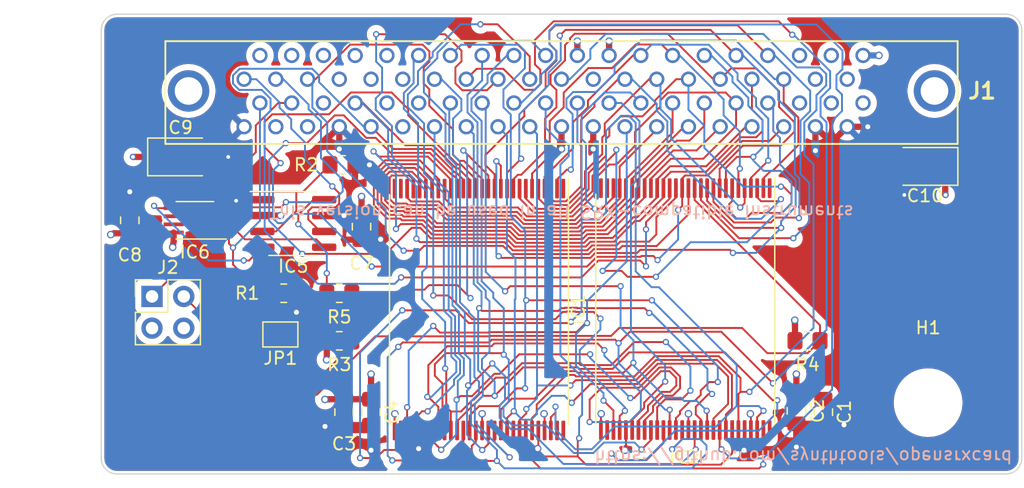
<source format=kicad_pcb>
(kicad_pcb (version 20241229) (generator "pcbnew") (generator_version "9.0")
  (layers (0 "F.Cu" signal) (4 "In1.Cu" signal) (6 "In2.Cu" signal) (2 "B.Cu" signal) (13 "F.Paste" user) (15 "B.Paste" user) (5 "F.SilkS" user "F.Silkscreen") (7 "B.SilkS" user "B.Silkscreen") (1 "F.Mask" user) (3 "B.Mask" user) (25 "Edge.Cuts" user))
  (net 0 "")
  (net 1 "GND")
  (net 2 "/IC1_IC2_Vcc")
  (net 3 "/IC1_IC2_A22")
  (net 4 "/IC1_IC2_A15")
  (net 5 "/IC1_IC2_A14")
  (net 6 "/IC1_IC2_A13")
  (net 7 "/IC1_IC2_A12")
  (net 8 "/IC1_IC2_A11")
  (net 9 "/IC1_IC2_A10")
  (net 10 "/IC1_IC2_A9")
  (net 11 "/IC1_IC2_A8")
  (net 12 "/IC1_IC2_A19")
  (net 13 "/IC1_IC2_A20")
  (net 14 "/IC1_WE#")
  (net 15 "/IC1_IC2_RST#")
  (net 16 "/IC1_IC2_A21")
  (net 17 "/IC1_IC2_WP#")
  (net 18 "/IC1_IC2_RY_BY#")
  (net 19 "/IC1_IC2_A18")
  (net 20 "/IC1_IC2_A17")
  (net 21 "/IC1_IC2_A7")
  (net 22 "/IC1_IC2_A6")
  (net 23 "/IC1_IC2_A5")
  (net 24 "/IC1_IC2_A4")
  (net 29 "/IC1_IC2_A3")
  (net 31 "/IC1_IC2_A2")
  (net 32 "/IC1_IC2_A1")
  (net 33 "/IC1_IC2_A0")
  (net 34 "/IC1_CE#")
  (net 35 "/IC1_IC2_OE#")
  (net 37 "/IC1_IC2_DQ0")
  (net 39 "/IC1_IC2_DQ8")
  (net 41 "/IC1_IC2_DQ1")
  (net 42 "/IC1_IC2_DQ9")
  (net 43 "/IC1_IC2_DQ2")
  (net 44 "/IC1_IC2_DQ10")
  (net 45 "/IC1_IC2_DQ3")
  (net 46 "/IC1_IC2_DQ11")
  (net 47 "/IC1_IC2_DQ4")
  (net 48 "/IC1_IC2_DQ12")
  (net 49 "/IC1_IC2_DQ5")
  (net 50 "/IC1_IC2_DQ13")
  (net 51 "/IC1_IC2_DQ6")
  (net 52 "/IC1_IC2_DQ14")
  (net 53 "/IC1_IC2_DQ7")
  (net 54 "/IC1_IC2_DQ15")
  (net 55 "/IC1_IC2_A16")
  (net 57 "/IC2_WE#")
  (net 61 "/IC2_CE#")
  (net 68 "/EEPROM_CS_BUF")
  (net 69 "/EEPROM_CLK_BUF")
  (net 70 "/EEPROM_DI_BUF")
  (net 71 "/EEPROM_DO")
  (net 72 "/EEPROM_ORG")
  (net 73 "/EEPROM_CS")
  (net 74 "/EEPROM_CLK")
  (net 75 "/EEPROM_DI")
  (net 84 "/EEPROM_ORG_PULLED")
  (net 85 "+VEEPROM")
  (footprint "Capacitor_SMD:C_0805_2012Metric_Pad1.18x1.45mm_HandSolder" (layer "F.Cu") (at 160.655 102.997 -90)
    (property "Reference" "C1")
    (property "Value" "100nF")
  )
  (footprint "Resistor_SMD:R_0805_2012Metric_Pad1.20x1.40mm_HandSolder" (layer "F.Cu") (at 121.92 97.282)
    (property "Reference" "R3")
    (property "Value" "10k")
  )
  (footprint "Capacitor_SMD:C_0805_2012Metric_Pad1.18x1.45mm_HandSolder" (layer "F.Cu") (at 158.496 102.8915 -90)
    (property "Reference" "C2")
    (property "Value" "10nF")
  )
  (footprint "Capacitor_SMD:C_0805_2012Metric_Pad1.18x1.45mm_HandSolder" (layer "F.Cu") (at 124.46 102.997 -90)
    (property "Reference" "C4")
    (property "Value" "10nF")
  )
  (footprint "srx-extras:JAE_TX24-80R-6ST-H1E" (layer "F.Cu") (at 139.7 73.279)
    (property "Reference" "J1")
    (property "Value" "TX24-80R-6ST-H1E" (hide yes))
  )
  (footprint "Capacitor_SMD:C_0805_2012Metric_Pad1.18x1.45mm_HandSolder" (layer "F.Cu") (at 105.156 87.63 90)
    (property "Reference" "C8")
    (property "Value" "100nF")
  )
  (footprint "Capacitor_SMD:C_0805_2012Metric_Pad1.18x1.45mm_HandSolder" (layer "F.Cu") (at 123.698 88.138 -90)
    (property "Reference" "C7")
    (property "Value" "100nF")
  )
  (footprint "Capacitor_SMD:C_0805_2012Metric_Pad1.18x1.45mm_HandSolder" (layer "F.Cu") (at 122.301 102.997 -90)
    (property "Reference" "C3")
    (property "Value" "100nF")
  )
  (footprint "Resistor_SMD:R_0805_2012Metric_Pad1.20x1.40mm_HandSolder" (layer "F.Cu") (at 121.92 93.472)
    (property "Reference" "R5")
    (property "Value" "10k")
  )
  (footprint "Package_SO:TSOP-I-56_18.4x14mm_P0.5mm" (layer "F.Cu") (at 149.606 94.742 -90)
    (property "Reference" "IC2")
    (property "Value" "MT28EW128ABA")
  )
  (footprint "MountingHole:MountingHole_5mm" (layer "F.Cu") (at 169.037 102.235)
    (property "Reference" "H1")
    (property "Value" "MountingHole")
  )
  (footprint "Package_SO:SSOP-8_2.95x2.8mm_P0.65mm" (layer "F.Cu") (at 110.363 87.63 180)
    (property "Reference" "IC6")
    (property "Value" "TC7W34FU / TC7WH34FU")
  )
  (footprint "Package_SO:TSOP-I-56_18.4x14mm_P0.5mm" (layer "F.Cu") (at 133.096 94.7775 -90)
    (property "Reference" "IC1")
    (property "Value" "MT28EW128ABA")
  )
  (footprint "Capacitor_Tantalum_SMD:CP_EIA-3528-21_Kemet-B_Pad1.50x2.35mm_HandSolder" (layer "F.Cu") (at 168.783 83.312 180)
    (property "Reference" "C10")
    (property "Value" "Tantalum J106 10uF")
  )
  (footprint "Resistor_SMD:R_0805_2012Metric_Pad1.20x1.40mm_HandSolder" (layer "F.Cu") (at 122.174 83.185)
    (property "Reference" "R2")
    (property "Value" "10k")
  )
  (footprint "Package_SO:SOIC-8_3.9x4.9mm_P1.27mm" (layer "F.Cu") (at 118.237 87.884)
    (property "Reference" "IC5")
    (property "Value" "93LV46CX-I/SN")
  )
  (footprint "Capacitor_Tantalum_SMD:CP_EIA-3528-21_Kemet-B_Pad1.50x2.35mm_HandSolder" (layer "F.Cu") (at 109.22 82.55)
    (property "Reference" "C9")
    (property "Value" "Tantalum J106 10uF")
  )
  (footprint "Resistor_SMD:R_0805_2012Metric_Pad1.20x1.40mm_HandSolder" (layer "F.Cu") (at 117.475 93.472)
    (property "Reference" "R1")
    (property "Value" "100k")
  )
  (footprint "Resistor_SMD:R_0805_2012Metric_Pad1.20x1.40mm_HandSolder" (layer "F.Cu") (at 159.385 97.282)
    (property "Reference" "R4")
    (property "Value" "10k")
  )
  (footprint "Connector_PinHeader_2.54mm:PinHeader_2x02_P2.54mm_Vertical" (layer "F.Cu") (at 106.934 93.726)
    (property "Reference" "J2")
    (property "Value" "Secondary Programming Connector")
  )
  (footprint "Jumper:SolderJumper-2_P1.3mm_Bridged_Pad1.0x1.5mm" (layer "F.Cu") (at 117.206 96.774 180)
    (property "Reference" "JP1")
    (property "Value" "ORG_CONF_JUMPER")
  )
  (gr_arc (start 175.26 71.12) (mid 176.158026 71.491974) (end 176.53 72.39) (stroke (width 0.1)) (layer "Edge.Cuts"))
  (gr_line (start 102.87 106.68) (end 102.87 72.39) (stroke (width 0.1)) (layer "Edge.Cuts"))
  (gr_arc (start 102.87 72.39) (mid 103.241974 71.491974) (end 104.14 71.12) (stroke (width 0.1)) (layer "Edge.Cuts"))
  (gr_line (start 176.53 72.39) (end 176.53 106.68) (stroke (width 0.1)) (layer "Edge.Cuts"))
  (gr_line (start 175.26 107.95) (end 104.14 107.95) (stroke (width 0.1)) (layer "Edge.Cuts"))
  (gr_arc (start 104.14 107.95) (mid 103.241974 107.578026) (end 102.87 106.68) (stroke (width 0.1)) (layer "Edge.Cuts"))
  (gr_line (start 104.14 71.12) (end 175.26 71.12) (stroke (width 0.1)) (layer "Edge.Cuts"))
  (gr_arc (start 176.53 106.68) (mid 176.158026 107.578026) (end 175.26 107.95) (stroke (width 0.1)) (layer "Edge.Cuts"))
  (gr_text "This version can be used in all SRX-compatible instruments" (at 139.7 86.36 180) (layer "B.SilkS") (effects (font (size 1 1)) (justify bottom mirror)))
  (gr_text "https://github.com/synthtools/opensrxcard" (at 142.24 105.9845 180) (layer "B.SilkS") (effects (font (size 1 1)) (justify left bottom mirror)))
  (segment (start 120.777 104.14) (end 121.052 104.034) (width 0.5) (layer "F.Cu") (net 1))
  (segment (start 142.24 80.137) (end 142.24 81.915) (width 0.5) (layer "F.Cu") (net 1))
  (segment (start 158.496 104.329) (end 158.496 105.791) (width 0.5) (layer "F.Cu") (net 1))
  (segment (start 122.5005 104.234) (end 122.301 104.0345) (width 0.5) (layer "F.Cu") (net 1))
  (segment (start 144.78 106.045) (end 144.856 105.588) (width 0.15) (layer "F.Cu") (net 1))
  (segment (start 158.496 104.329) (end 160.36 104.329) (width 0.5) (layer "F.Cu") (net 1))
  (segment (start 128.27 105.918) (end 128.346 105.588) (width 0.15) (layer "F.Cu") (net 1))
  (segment (start 137.846 105.613) (end 137.846 104.465) (width 0.15) (layer "F.Cu") (net 1))
  (segment (start 110.845 82.55) (end 113.03 82.55) (width 0.5) (layer "F.Cu") (net 1))
  (segment (start 160.36 104.329) (end 160.5075 104.1815) (width 0.5) (layer "F.Cu") (net 1))
  (segment (start 144.856 105.588) (end 144.856 104.43) (width 0.15) (layer "F.Cu") (net 1))
  (segment (start 167.158 83.312) (end 167.158 85.572) (width 0.5) (layer "F.Cu") (net 1))
  (segment (start 160.655 104.034) (end 162.284 104.034) (width 0.5) (layer "F.Cu") (net 1))
  (segment (start 160.02 80.137) (end 160.02 82.042) (width 0.5) (layer "F.Cu") (net 1))
  (segment (start 124.46 104.4345) (end 124.46 106.045) (width 0.5) (layer "F.Cu") (net 1))
  (segment (start 118.491 94.996) (end 118.475 94.631) (width 0.5) (layer "F.Cu") (net 1))
  (segment (start 139.7 80.137) (end 139.7 81.915) (width 0.5) (layer "F.Cu") (net 1))
  (segment (start 122.501 104.234) (end 122.701 104.434) (width 0.5) (layer "F.Cu") (net 1))
  (segment (start 124.946 89.1755) (end 123.698 89.1755) (width 0.5) (layer "F.Cu") (net 1))
  (segment (start 122.301 104.034) (end 122.501 104.234) (width 0.5) (layer "F.Cu") (net 1))
  (segment (start 128.346 105.588) (end 128.346 104.465) (width 0.15) (layer "F.Cu") (net 1))
  (segment (start 160.508 104.1815) (end 160.655 104.0345) (width 0.5) (layer "F.Cu") (net 1))
  (segment (start 167.158 85.572) (end 167.132 85.598) (width 0.5) (layer "F.Cu") (net 1))
  (segment (start 112.063 86.655) (end 112.654 86.064) (width 0.5) (layer "F.Cu") (net 1))
  (segment (start 160.5075 104.1815) (end 160.655 104.034) (width 0.5) (layer "F.Cu") (net 1))
  (segment (start 118.475 94.631) (end 118.475 93.472) (width 0.5) (layer "F.Cu") (net 1))
  (segment (start 160.5075 104.1815) (end 160.508 104.1815) (width 0.5) (layer "F.Cu") (net 1))
  (segment (start 154.356 105.613) (end 154.356 104.43) (width 0.15) (layer "F.Cu") (net 1))
  (segment (start 122.501 104.234) (end 122.5005 104.234) (width 0.5) (layer "F.Cu") (net 1))
  (segment (start 162.284 104.034) (end 162.306 104.013) (width 0.5) (layer "F.Cu") (net 1))
  (segment (start 122.701 104.434) (end 124.46 104.434) (width 0.5) (layer "F.Cu") (net 1))
  (segment (start 121.92 81.915) (end 121.92 80.137) (width 0.5) (layer "F.Cu") (net 1))
  (segment (start 105.156 86.5925) (end 105.156 85.344) (width 0.5) (layer "F.Cu") (net 1))
  (segment (start 154.305 106.045) (end 154.356 105.613) (width 0.15) (layer "F.Cu") (net 1))
  (segment (start 162.56 80.137) (end 164.211 80.137) (width 0.5) (layer "F.Cu") (net 1))
  (segment (start 123.174 83.185) (end 124.333 83.185) (width 0.5) (layer "F.Cu") (net 1))
  (segment (start 121.052 104.034) (end 122.301 104.034) (width 0.5) (layer "F.Cu") (net 1))
  (segment (start 120.712 87.249) (end 122.301 87.249) (width 0.5) (layer "F.Cu") (net 1))
  (segment (start 125.222 89.154) (end 124.946 89.1755) (width 0.5) (layer "F.Cu") (net 1))
  (segment (start 124.46 104.434) (end 124.46 104.4345) (width 0.5) (layer "F.Cu") (net 1))
  (segment (start 137.795 105.918) (end 137.846 105.613) (width 0.15) (layer "F.Cu") (net 1))
  (segment (start 112.654 86.064) (end 113.665 86.064) (width 0.5) (layer "F.Cu") (net 1))
  (via (at 154.305 106.045) (size 0.6) (drill 0.4) (layers "F.Cu" "B.Cu") (net 1))
  (via (at 164.211 80.137) (size 0.6) (drill 0.4) (layers "F.Cu" "B.Cu") (net 1))
  (via (at 142.24 81.915) (size 0.6) (drill 0.4) (layers "F.Cu" "B.Cu") (net 1))
  (via (at 128.27 105.918) (size 0.6) (drill 0.4) (layers "F.Cu" "B.Cu") (net 1))
  (via (at 137.795 105.918) (size 0.6) (drill 0.4) (layers "F.Cu" "B.Cu") (net 1))
  (via (at 162.306 104.013) (size 0.6) (drill 0.4) (layers "F.Cu" "B.Cu") (net 1))
  (via (at 167.132 85.598) (size 0.5) (drill 0.3) (layers "F.Cu" "B.Cu") (net 1))
  (via (at 125.222 89.154) (size 0.6) (drill 0.4) (layers "F.Cu" "B.Cu") (net 1))
  (via (at 113.665 86.064) (size 0.5) (drill 0.3) (layers "F.Cu" "B.Cu") (net 1))
  (via (at 118.491 94.996) (size 0.6) (drill 0.4) (layers "F.Cu" "B.Cu") (net 1))
  (via (at 124.46 106.045) (size 0.6) (drill 0.4) (layers "F.Cu" "B.Cu") (net 1))
  (via (at 120.777 104.14) (size 0.6) (drill 0.4) (layers "F.Cu" "B.Cu") (net 1))
  (via (at 139.7 81.915) (size 0.6) (drill 0.4) (layers "F.Cu" "B.Cu") (net 1))
  (via (at 144.78 106.045) (size 0.6) (drill 0.4) (layers "F.Cu" "B.Cu") (net 1))
  (via (at 124.333 83.185) (size 0.6) (drill 0.4) (layers "F.Cu" "B.Cu") (net 1))
  (via (at 122.301 87.249) (size 0.6) (drill 0.4) (layers "F.Cu" "B.Cu") (net 1))
  (via (at 113.03 82.55) (size 0.5) (drill 0.3) (layers "F.Cu" "B.Cu") (net 1))
  (via (at 105.156 85.344) (size 0.6) (drill 0.4) (layers "F.Cu" "B.Cu") (net 1))
  (via (at 160.02 82.042) (size 0.6) (drill 0.4) (layers "F.Cu" "B.Cu") (net 1))
  (via (at 121.92 81.915) (size 0.6) (drill 0.4) (layers "F.Cu" "B.Cu") (net 1))
  (via (at 158.496 105.791) (size 0.6) (drill 0.4) (layers "F.Cu" "B.Cu") (net 1))
  (segment (start 170.408 85.572) (end 170.434 85.598) (width 0.5) (layer "F.Cu") (net 2))
  (segment (start 142.856 104.43) (end 142.856 104.4295) (width 0.15) (layer "F.Cu") (net 2))
  (segment (start 124.46 101.56) (end 124.46 101.5595) (width 0.5) (layer "F.Cu") (net 2))
  (segment (start 158.369 95.631) (end 158.385 96.028) (width 0.5) (layer "F.Cu") (net 2))
  (segment (start 154.856 104.43) (end 154.856 104.4295) (width 0.15) (layer "F.Cu") (net 2))
  (segment (start 126.346 103.143) (end 126.365 103.124) (width 0.15) (layer "F.Cu") (net 2))
  (segment (start 149.856 103.128) (end 149.86 103.124) (width 0.15) (layer "F.Cu") (net 2))
  (segment (start 158.496 101.454) (end 160.15 101.454) (width 0.5) (layer "F.Cu") (net 2))
  (segment (start 140.97 74.422) (end 140.97 73.279) (width 0.5) (layer "F.Cu") (net 2))
  (segment (start 149.856 104.4295) (end 149.856 103.128) (width 0.15) (layer "F.Cu") (net 2))
  (segment (start 121.136 101.96) (end 122.3015 101.96) (width 0.5) (layer "F.Cu") (net 2))
  (segment (start 138.346 103.167) (end 138.303 103.124) (width 0.15) (layer "F.Cu") (net 2))
  (segment (start 120.92 98.536) (end 120.92 97.282) (width 0.5) (layer "F.Cu") (net 2))
  (segment (start 154.856 104.4295) (end 154.856 103.167) (width 0.15) (layer "F.Cu") (net 2))
  (segment (start 124.46 99.949) (end 124.46 101.5595) (width 0.5) (layer "F.Cu") (net 2))
  (segment (start 160.4025 101.707) (end 160.655 101.9595) (width 0.5) (layer "F.Cu") (net 2))
  (segment (start 122.3015 101.96) (end 124.06 101.96) (width 0.5) (layer "F.Cu") (net 2))
  (segment (start 120.777 101.981) (end 121.136 101.96) (width 0.5) (layer "F.Cu") (net 2))
  (segment (start 142.856 103.143) (end 142.875 103.124) (width 0.15) (layer "F.Cu") (net 2))
  (segment (start 120.904 98.806) (end 120.92 98.536) (width 0.5) (layer "F.Cu") (net 2))
  (segment (start 126.346 104.465) (end 126.346 103.143) (width 0.15) (layer "F.Cu") (net 2))
  (segment (start 122.3015 101.96) (end 122.301 101.9595) (width 0.5) (layer "F.Cu") (net 2))
  (segment (start 158.385 96.028) (end 158.385 97.282) (width 0.5) (layer "F.Cu") (net 2))
  (segment (start 170.408 83.312) (end 170.408 85.572) (width 0.5) (layer "F.Cu") (net 2))
  (segment (start 160.4025 101.707) (end 160.655 101.96) (width 0.5) (layer "F.Cu") (net 2))
  (segment (start 160.15 101.454) (end 160.4025 101.707) (width 0.5) (layer "F.Cu") (net 2))
  (segment (start 143.51 74.422) (end 143.51 73.279) (width 0.5) (layer "F.Cu") (net 2))
  (segment (start 133.346 103.128) (end 133.35 103.124) (width 0.15) (layer "F.Cu") (net 2))
  (segment (start 149.856 104.43) (end 149.856 104.4295) (width 0.15) (layer "F.Cu") (net 2))
  (segment (start 158.496 101.454) (end 158.496 99.949) (width 0.5) (layer "F.Cu") (net 2))
  (segment (start 142.856 104.4295) (end 142.856 103.143) (width 0.15) (layer "F.Cu") (net 2))
  (segment (start 154.856 103.167) (end 154.813 103.124) (width 0.15) (layer "F.Cu") (net 2))
  (segment (start 124.06 101.96) (end 124.46 101.56) (width 0.5) (layer "F.Cu") (net 2))
  (segment (start 133.346 104.465) (end 133.346 103.128) (width 0.15) (layer "F.Cu") (net 2))
  (segment (start 138.346 104.465) (end 138.346 103.167) (width 0.15) (layer "F.Cu") (net 2))
  (via (at 149.86 103.124) (size 0.6) (drill 0.4) (layers "F.Cu" "B.Cu") (net 2))
  (via (at 158.369 95.631) (size 0.6) (drill 0.4) (layers "F.Cu" "B.Cu") (net 2))
  (via (at 143.51 73.279) (size 0.6) (drill 0.4) (layers "F.Cu" "B.Cu") (net 2))
  (via (at 120.904 98.806) (size 0.6) (drill 0.4) (layers "F.Cu" "B.Cu") (net 2))
  (via (at 158.496 99.949) (size 0.6) (drill 0.4) (layers "F.Cu" "B.Cu") (net 2))
  (via (at 124.46 99.949) (size 0.6) (drill 0.4) (layers "F.Cu" "B.Cu") (net 2))
  (via (at 138.303 103.124) (size 0.6) (drill 0.4) (layers "F.Cu" "B.Cu") (net 2))
  (via (at 133.35 103.124) (size 0.6) (drill 0.4) (layers "F.Cu" "B.Cu") (net 2))
  (via (at 120.777 101.981) (size 0.6) (drill 0.4) (layers "F.Cu" "B.Cu") (net 2))
  (via (at 140.97 73.279) (size 0.6) (drill 0.4) (layers "F.Cu" "B.Cu") (net 2))
  (via (at 142.875 103.124) (size 0.6) (drill 0.4) (layers "F.Cu" "B.Cu") (net 2))
  (via (at 165.1 74.422) (size 0.6) (drill 0.4) (layers "F.Cu" "B.Cu") (net 2))
  (via (at 154.813 103.124) (size 0.6) (drill 0.4) (layers "F.Cu" "B.Cu") (net 2))
  (via (at 126.365 103.124) (size 0.6) (drill 0.4) (layers "F.Cu" "B.Cu") (net 2))
  (via (at 170.434 85.598) (size 0.5) (drill 0.3) (layers "F.Cu" "B.Cu") (net 2))
  (segment (start 165.1 74.422) (end 163.83 74.422) (width 0.5) (layer "B.Cu") (net 2))
  (segment (start 158.6507 81.61) (end 156.5853 83.6754) (width 0.15) (layer "F.Cu") (net 3))
  (segment (start 139.346 84.3477) (end 140.1237 83.57) (width 0.15) (layer "F.Cu") (net 3))
  (segment (start 139.346 85.09) (end 139.346 84.3477) (width 0.15) (layer "F.Cu") (net 3))
  (segment (start 158.6507 79.3931) (end 158.6507 81.61) (width 0.15) (layer "F.Cu") (net 3))
  (segment (start 140.1237 83.57) (end 140.4435 83.57) (width 0.15) (layer "F.Cu") (net 3))
  (segment (start 155.856 84.2636) (end 155.856 85.0545) (width 0.15) (layer "F.Cu") (net 3))
  (segment (start 157.48 78.2224) (end 158.6507 79.3931) (width 0.15) (layer "F.Cu") (net 3))
  (segment (start 157.48 76.327) (end 157.48 78.2224) (width 0.15) (layer "F.Cu") (net 3))
  (segment (start 156.5853 83.6754) (end 156.4442 83.6754) (width 0.15) (layer "F.Cu") (net 3))
  (segment (start 156.4442 83.6754) (end 155.856 84.2636) (width 0.15) (layer "F.Cu") (net 3))
  (via (at 140.4435 83.57) (size 0.5) (drill 0.3) (layers "F.Cu" "B.Cu") (net 3))
  (segment (start 143.945 75.3315) (end 146.0485 73.228) (width 0.15) (layer "B.Cu") (net 3))
  (segment (start 143.945 75.8773) (end 143.945 75.3315) (width 0.15) (layer "B.Cu") (net 3))
  (segment (start 142.4726 77.3497) (end 143.945 75.8773) (width 0.15) (layer "B.Cu") (net 3))
  (segment (start 156.76 76.327) (end 157.48 76.327) (width 0.15) (layer "B.Cu") (net 3))
  (segment (start 140.6413 77.3497) (end 142.4726 77.3497) (width 0.15) (layer "B.Cu") (net 3))
  (segment (start 140.5888 79.1208) (end 140.0944 78.6264) (width 0.15) (layer "B.Cu") (net 3))
  (segment (start 153.661 73.228) (end 156.76 76.327) (width 0.15) (layer "B.Cu") (net 3))
  (segment (start 140.0944 77.8966) (end 140.6413 77.3497) (width 0.15) (layer "B.Cu") (net 3))
  (segment (start 140.4435 83.57) (end 140.5888 83.4247) (width 0.15) (layer "B.Cu") (net 3))
  (segment (start 140.5888 83.4247) (end 140.5888 79.1208) (width 0.15) (layer "B.Cu") (net 3))
  (segment (start 140.0944 78.6264) (end 140.0944 77.8966) (width 0.15) (layer "B.Cu") (net 3))
  (segment (start 146.0485 73.228) (end 153.661 73.228) (width 0.15) (layer "B.Cu") (net 3))
  (segment (start 155.356 85.7836) (end 155.6725 86.1001) (width 0.15) (layer "F.Cu") (net 4))
  (segment (start 144.2278 76.327) (end 142.3397 78.2151) (width 0.15) (layer "F.Cu") (net 4))
  (segment (start 142.3397 78.5193) (end 141.2705 79.5885) (width 0.15) (layer "F.Cu") (net 4))
  (segment (start 155.356 85.0545) (end 155.356 85.7836) (width 0.15) (layer "F.Cu") (net 4))
  (segment (start 155.6725 86.1001) (end 157.0961 86.1001) (width 0.15) (layer "F.Cu") (net 4))
  (segment (start 142.3397 78.2151) (end 142.3397 78.5193) (width 0.15) (layer "F.Cu") (net 4))
  (segment (start 139.0942 86.1098) (end 138.846 85.8616) (width 0.15) (layer "F.Cu") (net 4))
  (segment (start 144.78 76.327) (end 144.2278 76.327) (width 0.15) (layer "F.Cu") (net 4))
  (segment (start 141.2705 84.8946) (end 140.0553 86.1098) (width 0.15) (layer "F.Cu") (net 4))
  (segment (start 138.846 85.8616) (end 138.846 85.09) (width 0.15) (layer "F.Cu") (net 4))
  (segment (start 141.2705 79.5885) (end 141.2705 84.8946) (width 0.15) (layer "F.Cu") (net 4))
  (segment (start 157.0961 86.1001) (end 157.2585 85.9377) (width 0.15) (layer "F.Cu") (net 4))
  (segment (start 140.0553 86.1098) (end 139.0942 86.1098) (width 0.15) (layer "F.Cu") (net 4))
  (via (at 157.2585 85.9377) (size 0.5) (drill 0.3) (layers "F.Cu" "B.Cu") (net 4))
  (segment (start 147.32 78.8543) (end 148.1721 79.7064) (width 0.15) (layer "B.Cu") (net 4))
  (segment (start 144.78 76.327) (end 145.3478 76.327) (width 0.15) (layer "B.Cu") (net 4))
  (segment (start 155.6871 87.5091) (end 157.2585 85.9377) (width 0.15) (layer "B.Cu") (net 4))
  (segment (start 147.32 78.2992) (end 147.32 78.8543) (width 0.15) (layer "B.Cu") (net 4))
  (segment (start 145.3478 76.327) (end 147.32 78.2992) (width 0.15) (layer "B.Cu") (net 4))
  (segment (start 153.6377 87.5091) (end 155.6871 87.5091) (width 0.15) (layer "B.Cu") (net 4))
  (segment (start 148.1721 79.7064) (end 148.1721 82.0435) (width 0.15) (layer "B.Cu") (net 4))
  (segment (start 148.1721 82.0435) (end 153.6377 87.5091) (width 0.15) (layer "B.Cu") (net 4))
  (segment (start 140.6233 81.8548) (end 140.6233 79.7617) (width 0.15) (layer "F.Cu") (net 5))
  (segment (start 138.346 85.09) (end 138.346 84.1321) (width 0.15) (layer "F.Cu") (net 5))
  (segment (start 138.346 84.1321) (end 140.6233 81.8548) (width 0.15) (layer "F.Cu") (net 5))
  (segment (start 145.4253 74.422) (end 146.05 74.422) (width 0.15) (layer "F.Cu") (net 5))
  (segment (start 154.856 85.0545) (end 154.856 84.232) (width 0.15) (layer "F.Cu") (net 5))
  (segment (start 140.6233 79.7617) (end 141.8158 78.5692) (width 0.15) (layer "F.Cu") (net 5))
  (segment (start 141.8158 78.0315) (end 145.4253 74.422) (width 0.15) (layer "F.Cu") (net 5))
  (segment (start 154.856 84.232) (end 156.2459 82.8421) (width 0.15) (layer "F.Cu") (net 5))
  (segment (start 141.8158 78.5692) (end 141.8158 78.0315) (width 0.15) (layer "F.Cu") (net 5))
  (via (at 156.2459 82.8421) (size 0.5) (drill 0.3) (layers "F.Cu" "B.Cu") (net 5))
  (segment (start 151.4838 73.5619) (end 153.79 75.8681) (width 0.15) (layer "B.Cu") (net 5))
  (segment (start 155.2695 78.5005) (end 156.2459 79.4769) (width 0.15) (layer "B.Cu") (net 5))
  (segment (start 153.79 75.8681) (end 153.79 76.3764) (width 0.15) (layer "B.Cu") (net 5))
  (segment (start 155.2695 77.8559) (end 155.2695 78.5005) (width 0.15) (layer "B.Cu") (net 5))
  (segment (start 156.2459 79.4769) (end 156.2459 82.8421) (width 0.15) (layer "B.Cu") (net 5))
  (segment (start 146.05 74.422) (end 146.9101 73.5619) (width 0.15) (layer "B.Cu") (net 5))
  (segment (start 153.79 76.3764) (end 155.2695 77.8559) (width 0.15) (layer "B.Cu") (net 5))
  (segment (start 146.9101 73.5619) (end 151.4838 73.5619) (width 0.15) (layer "B.Cu") (net 5))
  (segment (start 147.32 76.327) (end 146.707 76.327) (width 0.15) (layer "F.Cu") (net 6))
  (segment (start 143.1597 79.8743) (end 143.1597 80.7959) (width 0.15) (layer "F.Cu") (net 6))
  (segment (start 137.846 85.8616) (end 137.846 85.09) (width 0.15) (layer "F.Cu") (net 6))
  (segment (start 154.356 85.0545) (end 154.356 86.2534) (width 0.15) (layer "F.Cu") (net 6))
  (segment (start 138.3961 86.4117) (end 137.846 85.8616) (width 0.15) (layer "F.Cu") (net 6))
  (segment (start 141.5724 83.71) (end 141.5724 85.0197) (width 0.15) (layer "F.Cu") (net 6))
  (segment (start 141.5724 85.0197) (end 140.1804 86.4117) (width 0.15) (layer "F.Cu") (net 6))
  (segment (start 146.707 76.327) (end 143.1597 79.8743) (width 0.15) (layer "F.Cu") (net 6))
  (segment (start 143.1597 80.7959) (end 142.9606 80.995) (width 0.15) (layer "F.Cu") (net 6))
  (segment (start 154.356 86.2534) (end 154.004 86.6054) (width 0.15) (layer "F.Cu") (net 6))
  (segment (start 140.1804 86.4117) (end 138.3961 86.4117) (width 0.15) (layer "F.Cu") (net 6))
  (segment (start 142.9606 80.995) (end 142.9606 82.3218) (width 0.15) (layer "F.Cu") (net 6))
  (segment (start 142.9606 82.3218) (end 141.5724 83.71) (width 0.15) (layer "F.Cu") (net 6))
  (via (at 154.004 86.6054) (size 0.5) (drill 0.3) (layers "F.Cu" "B.Cu") (net 6))
  (segment (start 147.6219 76.6289) (end 147.6219 78.7292) (width 0.15) (layer "B.Cu") (net 6))
  (segment (start 147.32 76.327) (end 147.6219 76.6289) (width 0.15) (layer "B.Cu") (net 6))
  (segment (start 147.6219 78.7292) (end 148.474 79.5813) (width 0.15) (layer "B.Cu") (net 6))
  (segment (start 148.474 81.0754) (end 154.004 86.6054) (width 0.15) (layer "B.Cu") (net 6))
  (segment (start 148.474 79.5813) (end 148.474 81.0754) (width 0.15) (layer "B.Cu") (net 6))
  (segment (start 138.7589 82.4685) (end 138.7589 79.6872) (width 0.15) (layer "F.Cu") (net 7))
  (segment (start 139.8776 77.4036) (end 141.8506 75.4306) (width 0.15) (layer "F.Cu") (net 7))
  (segment (start 143.7573 75.4306) (end 145.6426 73.5453) (width 0.15) (layer "F.Cu") (net 7))
  (segment (start 153.856 85.0545) (end 153.856 83.6019) (width 0.15) (layer "F.Cu") (net 7))
  (segment (start 137.346 83.8814) (end 138.7589 82.4685) (width 0.15) (layer "F.Cu") (net 7))
  (segment (start 139.8776 78.5685) (end 139.8776 77.4036) (width 0.15) (layer "F.Cu") (net 7))
  (segment (start 153.856 83.6019) (end 153.9673 83.4906) (width 0.15) (layer "F.Cu") (net 7))
  (segment (start 141.8506 75.4306) (end 143.7573 75.4306) (width 0.15) (layer "F.Cu") (net 7))
  (segment (start 138.7589 79.6872) (end 139.8776 78.5685) (width 0.15) (layer "F.Cu") (net 7))
  (segment (start 145.6426 73.5453) (end 147.7133 73.5453) (width 0.15) (layer "F.Cu") (net 7))
  (segment (start 137.346 85.09) (end 137.346 83.8814) (width 0.15) (layer "F.Cu") (net 7))
  (segment (start 147.7133 73.5453) (end 148.59 74.422) (width 0.15) (layer "F.Cu") (net 7))
  (via (at 153.9673 83.4906) (size 0.5) (drill 0.3) (layers "F.Cu" "B.Cu") (net 7))
  (segment (start 152.673 79.227) (end 152.673 77.9467) (width 0.15) (layer "B.Cu") (net 7))
  (segment (start 153.9673 80.5213) (end 152.673 79.227) (width 0.15) (layer "B.Cu") (net 7))
  (segment (start 153.9673 83.4906) (end 153.9673 80.5213) (width 0.15) (layer "B.Cu") (net 7))
  (segment (start 152.673 77.9467) (end 149.1483 74.422) (width 0.15) (layer "B.Cu") (net 7))
  (segment (start 149.1483 74.422) (end 148.59 74.422) (width 0.15) (layer "B.Cu") (net 7))
  (segment (start 158.1104 86.2769) (end 158.1104 85.5819) (width 0.15) (layer "F.Cu") (net 8))
  (segment (start 154.4669 87.4826) (end 154.9073 87.0422) (width 0.15) (layer "F.Cu") (net 8))
  (segment (start 140.3076 86.7136) (end 137.6696 86.7136) (width 0.15) (layer "F.Cu") (net 8))
  (segment (start 153.1268 86.9126) (end 153.6968 87.4826) (width 0.15) (layer "F.Cu") (net 8))
  (segment (start 158.1104 85.5819) (end 157.4599 84.9314) (width 0.15) (layer "F.Cu") (net 8))
  (segment (start 154.9073 87.0422) (end 157.3451 87.0422) (width 0.15) (layer "F.Cu") (net 8))
  (segment (start 146.1822 79.3005) (end 144.4336 79.3005) (width 0.15) (layer "F.Cu") (net 8))
  (segment (start 153.1268 86.3132) (end 153.1268 86.9126) (width 0.15) (layer "F.Cu") (net 8))
  (segment (start 141.8743 85.1469) (end 140.3076 86.7136) (width 0.15) (layer "F.Cu") (net 8))
  (segment (start 149.86 76.327) (end 148.8774 76.327) (width 0.15) (layer "F.Cu") (net 8))
  (segment (start 148.8774 76.327) (end 147.1962 78.0082) (width 0.15) (layer "F.Cu") (net 8))
  (segment (start 157.3451 87.0422) (end 158.1104 86.2769) (width 0.15) (layer "F.Cu") (net 8))
  (segment (start 143.2625 82.4469) (end 141.8743 83.8351) (width 0.15) (layer "F.Cu") (net 8))
  (segment (start 137.6696 86.7136) (end 136.846 85.89) (width 0.15) (layer "F.Cu") (net 8))
  (segment (start 147.1962 78.0082) (end 147.1962 78.2865) (width 0.15) (layer "F.Cu") (net 8))
  (segment (start 143.5316 80.2025) (end 143.5316 80.851) (width 0.15) (layer "F.Cu") (net 8))
  (segment (start 141.8743 83.8351) (end 141.8743 85.1469) (width 0.15) (layer "F.Cu") (net 8))
  (segment (start 147.1962 78.2865) (end 146.1822 79.3005) (width 0.15) (layer "F.Cu") (net 8))
  (segment (start 143.2625 81.1201) (end 143.2625 82.4469) (width 0.15) (layer "F.Cu") (net 8))
  (segment (start 136.846 85.89) (end 136.846 85.09) (width 0.15) (layer "F.Cu") (net 8))
  (segment (start 157.4599 84.9314) (end 157.2608 84.9314) (width 0.15) (layer "F.Cu") (net 8))
  (segment (start 153.6968 87.4826) (end 154.4669 87.4826) (width 0.15) (layer "F.Cu") (net 8))
  (segment (start 143.5316 80.851) (end 143.2625 81.1201) (width 0.15) (layer "F.Cu") (net 8))
  (segment (start 144.4336 79.3005) (end 143.5316 80.2025) (width 0.15) (layer "F.Cu") (net 8))
  (segment (start 153.356 86.084) (end 153.1268 86.3132) (width 0.15) (layer "F.Cu") (net 8))
  (segment (start 153.356 85.0545) (end 153.356 86.084) (width 0.15) (layer "F.Cu") (net 8))
  (via (at 157.2608 84.9314) (size 0.5) (drill 0.3) (layers "F.Cu" "B.Cu") (net 8))
  (segment (start 149.86 76.327) (end 149.86 78.7779) (width 0.15) (layer "B.Cu") (net 8))
  (segment (start 151.1301 81.8227) (end 154.2387 84.9313) (width 0.15) (layer "B.Cu") (net 8))
  (segment (start 157.2608 84.9313) (end 157.2608 84.9314) (width 0.15) (layer "B.Cu") (net 8))
  (segment (start 154.2387 84.9313) (end 157.2608 84.9313) (width 0.15) (layer "B.Cu") (net 8))
  (segment (start 151.1301 80.048) (end 151.1301 81.8227) (width 0.15) (layer "B.Cu") (net 8))
  (segment (start 149.86 78.7779) (end 151.1301 80.048) (width 0.15) (layer "B.Cu") (net 8))
  (segment (start 136.346 85.8724) (end 136.346 85.09) (width 0.15) (layer "F.Cu") (net 9))
  (segment (start 144.091 82.1534) (end 142.1762 84.0682) (width 0.15) (layer "F.Cu") (net 9))
  (segment (start 153.7426 82.5459) (end 155.0506 82.5459) (width 0.15) (layer "F.Cu") (net 9))
  (segment (start 144.9853 92.1548) (end 144.5089 91.6784) (width 0.15) (layer "F.Cu") (net 9))
  (segment (start 147.259 92.1548) (end 144.9853 92.1548) (width 0.15) (layer "F.Cu") (net 9))
  (segment (start 142.1762 84.0682) (end 142.1762 85.2942) (width 0.15) (layer "F.Cu") (net 9))
  (segment (start 152.856 83.4325) (end 153.7426 82.5459) (width 0.15) (layer "F.Cu") (net 9))
  (segment (start 137.4891 87.0155) (end 136.346 85.8724) (width 0.15) (layer "F.Cu") (net 9))
  (segment (start 152.856 85.0545) (end 152.856 83.4325) (width 0.15) (layer "F.Cu") (net 9))
  (segment (start 142.1762 85.2942) (end 140.4549 87.0155) (width 0.15) (layer "F.Cu") (net 9))
  (segment (start 140.4549 87.0155) (end 137.4891 87.0155) (width 0.15) (layer "F.Cu") (net 9))
  (segment (start 144.5089 91.6784) (end 142.9929 91.6784) (width 0.15) (layer "F.Cu") (net 9))
  (segment (start 144.091 81.979) (end 144.091 82.1534) (width 0.15) (layer "F.Cu") (net 9))
  (via (at 147.259 92.1548) (size 0.5) (drill 0.3) (layers "F.Cu" "B.Cu") (net 9))
  (via (at 144.091 81.979) (size 0.5) (drill 0.3) (layers "F.Cu" "B.Cu") (net 9))
  (via (at 142.9929 91.6784) (size 0.5) (drill 0.3) (layers "F.Cu" "B.Cu") (net 9))
  (via (at 155.0506 82.5459) (size 0.5) (drill 0.3) (layers "F.Cu" "B.Cu") (net 9))
  (segment (start 155.8786 83.669) (end 157.2219 83.669) (width 0.15) (layer "B.Cu") (net 9))
  (segment (start 154.651 78.4589) (end 155.7914 79.5993) (width 0.15) (layer "B.Cu") (net 9))
  (segment (start 158.1103 84.5574) (end 158.1103 86.2604) (width 0.15) (layer "B.Cu") (net 9))
  (segment (start 156.8268 87.0952) (end 154.5348 89.3872) (width 0.15) (layer "B.Cu") (net 9))
  (segment (start 155.7914 81.8051) (end 155.0506 82.5459) (width 0.15) (layer "B.Cu") (net 9))
  (segment (start 157.2755 87.0952) (end 156.8268 87.0952) (width 0.15) (layer "B.Cu") (net 9))
  (segment (start 144.091 81.979) (end 144.091 90.5803) (width 0.15) (layer "B.Cu") (net 9))
  (segment (start 155.0506 82.841) (end 155.8786 83.669) (width 0.15) (layer "B.Cu") (net 9))
  (segment (start 151.6856 74.422) (end 153.3818 76.1182) (width 0.15) (layer "B.Cu") (net 9))
  (segment (start 153.3818 76.5451) (end 154.651 77.8143) (width 0.15) (layer "B.Cu") (net 9))
  (segment (start 151.13 74.422) (end 151.6856 74.422) (width 0.15) (layer "B.Cu") (net 9))
  (segment (start 150.0266 89.3872) (end 147.259 92.1548) (width 0.15) (layer "B.Cu") (net 9))
  (segment (start 154.5348 89.3872) (end 150.0266 89.3872) (width 0.15) (layer "B.Cu") (net 9))
  (segment (start 155.7914 79.5993) (end 155.7914 81.8051) (width 0.15) (layer "B.Cu") (net 9))
  (segment (start 158.1103 86.2604) (end 157.2755 87.0952) (width 0.15) (layer "B.Cu") (net 9))
  (segment (start 154.651 77.8143) (end 154.651 78.4589) (width 0.15) (layer "B.Cu") (net 9))
  (segment (start 153.3818 76.1182) (end 153.3818 76.5451) (width 0.15) (layer "B.Cu") (net 9))
  (segment (start 144.091 90.5803) (end 142.9929 91.6784) (width 0.15) (layer "B.Cu") (net 9))
  (segment (start 155.0506 82.5459) (end 155.0506 82.841) (width 0.15) (layer "B.Cu") (net 9))
  (segment (start 157.2219 83.669) (end 158.1103 84.5574) (width 0.15) (layer "B.Cu") (net 9))
  (segment (start 152.4 76.327) (end 153.2652 75.4618) (width 0.15) (layer "F.Cu") (net 10))
  (segment (start 138.8276 76.7246) (end 138.8276 75.9735) (width 0.15) (layer "F.Cu") (net 10))
  (segment (start 157.1124 78.5492) (end 158.3488 79.7856) (width 0.15) (layer "F.Cu") (net 10))
  (segment (start 157.1124 77.2845) (end 157.1124 78.5492) (width 0.15) (layer "F.Cu") (net 10))
  (segment (start 139.9849 73.5856) (end 140.39 73.1805) (width 0.15) (layer "F.Cu") (net 10))
  (segment (start 139.9849 74.8162) (end 139.9849 73.5856) (width 0.15) (layer "F.Cu") (net 10))
  (segment (start 155.2897 75.4618) (end 157.1124 77.2845) (width 0.15) (layer "F.Cu") (net 10))
  (segment (start 138.382 82.0751) (end 138.382 79.4871) (width 0.15) (layer "F.Cu") (net 10))
  (segment (start 158.3488 80.5225) (end 157.223 81.6483) (width 0.15) (layer "F.Cu") (net 10))
  (segment (start 153.2652 75.4618) (end 155.2897 75.4618) (width 0.15) (layer "F.Cu") (net 10))
  (segment (start 154.2132 81.6483) (end 152.356 83.5055) (width 0.15) (layer "F.Cu") (net 10))
  (segment (start 138.8276 75.9735) (end 139.9849 74.8162) (width 0.15) (layer "F.Cu") (net 10))
  (segment (start 136.209 83.9812) (end 136.4759 83.9812) (width 0.15) (layer "F.Cu") (net 10))
  (segment (start 140.39 73.0409) (end 140.7474 72.6835) (width 0.15) (layer "F.Cu") (net 10))
  (segment (start 136.4759 83.9812) (end 138.382 82.0751) (width 0.15) (layer "F.Cu") (net 10))
  (segment (start 140.39 73.1805) (end 140.39 73.0409) (width 0.15) (layer "F.Cu") (net 10))
  (segment (start 135.846 84.3442) (end 136.209 83.9812) (width 0.15) (layer "F.Cu") (net 10))
  (segment (start 148.2023 72.6835) (end 151.8458 76.327) (width 0.15) (layer "F.Cu") (net 10))
  (segment (start 151.8458 76.327) (end 152.4 76.327) (width 0.15) (layer "F.Cu") (net 10))
  (segment (start 158.3488 79.7856) (end 158.3488 80.5225) (width 0.15) (layer "F.Cu") (net 10))
  (segment (start 157.223 81.6483) (end 154.2132 81.6483) (width 0.15) (layer "F.Cu") (net 10))
  (segment (start 139.295 77.192) (end 138.8276 76.7246) (width 0.15) (layer "F.Cu") (net 10))
  (segment (start 139.295 78.5741) (end 139.295 77.192) (width 0.15) (layer "F.Cu") (net 10))
  (segment (start 135.846 85.09) (end 135.846 84.3442) (width 0.15) (layer "F.Cu") (net 10))
  (segment (start 152.356 83.5055) (end 152.356 85.0545) (width 0.15) (layer "F.Cu") (net 10))
  (segment (start 140.7474 72.6835) (end 148.2023 72.6835) (width 0.15) (layer "F.Cu") (net 10))
  (segment (start 138.382 79.4871) (end 139.295 78.5741) (width 0.15) (layer "F.Cu") (net 10))
  (segment (start 151.856 85.0545) (end 151.856 86.1544) (width 0.15) (layer "F.Cu") (net 11))
  (segment (start 156.4576 87.8017) (end 156.8501 87.4092) (width 0.15) (layer "F.Cu") (net 11))
  (segment (start 135.346 83.8193) (end 136.4715 82.6938) (width 0.15) (layer "F.Cu") (net 11))
  (segment (start 153.5033 87.8017) (end 156.4576 87.8017) (width 0.15) (layer "F.Cu") (net 11))
  (segment (start 158.6572 87.4092) (end 158.6965 87.4485) (width 0.15) (layer "F.Cu") (net 11))
  (segment (start 151.856 86.1544) (end 153.5033 87.8017) (width 0.15) (layer "F.Cu") (net 11))
  (segment (start 151.6237 72.3757) (end 140.0239 72.3757) (width 0.15) (layer "F.Cu") (net 11))
  (segment (start 135.346 85.09) (end 135.346 83.8193) (width 0.15) (layer "F.Cu") (net 11))
  (segment (start 140.0239 72.3757) (end 139.5631 72.8365) (width 0.15) (layer "F.Cu") (net 11))
  (segment (start 153.67 74.422) (end 151.6237 72.3757) (width 0.15) (layer "F.Cu") (net 11))
  (segment (start 156.8501 87.4092) (end 158.6572 87.4092) (width 0.15) (layer "F.Cu") (net 11))
  (via (at 158.6965 87.4485) (size 0.5) (drill 0.3) (layers "F.Cu" "B.Cu") (net 11))
  (via (at 136.4715 82.6938) (size 0.5) (drill 0.3) (layers "F.Cu" "B.Cu") (net 11))
  (via (at 139.5631 72.8365) (size 0.5) (drill 0.3) (layers "F.Cu" "B.Cu") (net 11))
  (segment (start 158.3711 83.9123) (end 158.7405 84.2817) (width 0.15) (layer "B.Cu") (net 11))
  (segment (start 139.6388 72.9122) (end 139.5631 72.8365) (width 0.15) (layer "B.Cu") (net 11))
  (segment (start 157.0465 77.9656) (end 158.3711 79.2902) (width 0.15) (layer "B.Cu") (net 11))
  (segment (start 138.6632 76.8042) (end 138.6632 75.7988) (width 0.15) (layer "B.Cu") (net 11))
  (segment (start 136.3235 82.5458) (end 136.3235 79.1439) (width 0.15) (layer "B.Cu") (net 11))
  (segment (start 158.7405 84.2817) (end 158.7405 87.4045) (width 0.15) (layer "B.Cu") (net 11))
  (segment (start 158.7405 87.4045) (end 158.6965 87.4485) (width 0.15) (layer "B.Cu") (net 11))
  (segment (start 136.4715 82.6938) (end 136.3235 82.5458) (width 0.15) (layer "B.Cu") (net 11))
  (segment (start 138.6632 75.7988) (end 139.6388 74.8232) (width 0.15) (layer "B.Cu") (net 11))
  (segment (start 154.2256 74.422) (end 157.0465 77.2429) (width 0.15) (layer "B.Cu") (net 11))
  (segment (start 157.0465 77.2429) (end 157.0465 77.9656) (width 0.15) (layer "B.Cu") (net 11))
  (segment (start 153.67 74.422) (end 154.2256 74.422) (width 0.15) (layer "B.Cu") (net 11))
  (segment (start 158.3711 79.2902) (end 158.3711 83.9123) (width 0.15) (layer "B.Cu") (net 11))
  (segment (start 139.6388 74.8232) (end 139.6388 72.9122) (width 0.15) (layer "B.Cu") (net 11))
  (segment (start 136.3235 79.1439) (end 138.6632 76.8042) (width 0.15) (layer "B.Cu") (net 11))
  (segment (start 145.9996 89.9919) (end 145.7438 90.2477) (width 0.15) (layer "F.Cu") (net 12))
  (segment (start 153.1693 89.9919) (end 145.9996 89.9919) (width 0.15) (layer "F.Cu") (net 12))
  (segment (start 151.356 85.0545) (end 151.356 86.0814) (width 0.15) (layer "F.Cu") (net 12))
  (segment (start 153.4162 90.2388) (end 153.1693 89.9919) (width 0.15) (layer "F.Cu") (net 12))
  (segment (start 134.8094 90.6383) (end 134.6766 90.5055) (width 0.15) (layer "F.Cu") (net 12))
  (segment (start 134.846 85.09) (end 134.846 83.2566) (width 0.15) (layer "F.Cu") (net 12))
  (segment (start 153.5108 88.2362) (end 157.275 88.2362) (width 0.15) (layer "F.Cu") (net 12))
  (segment (start 142.4002 90.2477) (end 142.0096 90.6383) (width 0.15) (layer "F.Cu") (net 12))
  (segment (start 134.846 83.2566) (end 134.4881 82.8987) (width 0.15) (layer "F.Cu") (net 12))
  (segment (start 151.356 86.0814) (end 153.5108 88.2362) (width 0.15) (layer "F.Cu") (net 12))
  (segment (start 142.0096 90.6383) (end 134.8094 90.6383) (width 0.15) (layer "F.Cu") (net 12))
  (segment (start 145.7438 90.2477) (end 142.4002 90.2477) (width 0.15) (layer "F.Cu") (net 12))
  (via (at 157.275 88.2362) (size 0.5) (drill 0.3) (layers "F.Cu" "B.Cu") (net 12))
  (via (at 153.4162 90.2388) (size 0.5) (drill 0.3) (layers "F.Cu" "B.Cu") (net 12))
  (via (at 134.6766 90.5055) (size 0.5) (drill 0.3) (layers "F.Cu" "B.Cu") (net 12))
  (via (at 134.4881 82.8987) (size 0.5) (drill 0.3) (layers "F.Cu" "B.Cu") (net 12))
  (segment (start 155.2724 90.2388) (end 153.4162 90.2388) (width 0.15) (layer "B.Cu") (net 12))
  (segment (start 158.4371 84.4054) (end 157.1794 83.1477) (width 0.15) (layer "B.Cu") (net 12))
  (segment (start 156.6435 78.6655) (end 156.21 78.232) (width 0.15) (layer "B.Cu") (net 12))
  (segment (start 157.275 88.2362) (end 155.2724 90.2388) (width 0.15) (layer "B.Cu") (net 12))
  (segment (start 134.4881 82.8987) (end 134.4881 90.317) (width 0.15) (layer "B.Cu") (net 12))
  (segment (start 157.1794 83.1477) (end 157.1794 81.0205) (width 0.15) (layer "B.Cu") (net 12))
  (segment (start 158.4371 86.5382) (end 158.4371 84.4054) (width 0.15) (layer "B.Cu") (net 12))
  (segment (start 157.275 88.2362) (end 157.275 87.7003) (width 0.15) (layer "B.Cu") (net 12))
  (segment (start 156.6435 80.4846) (end 156.6435 78.6655) (width 0.15) (layer "B.Cu") (net 12))
  (segment (start 157.275 87.7003) (end 158.4371 86.5382) (width 0.15) (layer "B.Cu") (net 12))
  (segment (start 157.1794 81.0205) (end 156.6435 80.4846) (width 0.15) (layer "B.Cu") (net 12))
  (segment (start 134.4881 90.317) (end 134.6766 90.5055) (width 0.15) (layer "B.Cu") (net 12))
  (segment (start 138.7319 72.4933) (end 139.2158 72.0094) (width 0.15) (layer "F.Cu") (net 13))
  (segment (start 136.725 78.7541) (end 138.4314 77.0477) (width 0.15) (layer "F.Cu") (net 13))
  (segment (start 138.4314 77.0477) (end 138.4314 75.7105) (width 0.15) (layer "F.Cu") (net 13))
  (segment (start 153.9107 89.0631) (end 158.2514 89.0631) (width 0.15) (layer "F.Cu") (net 13))
  (segment (start 134.346 83.9414) (end 133.6084 83.2038) (width 0.15) (layer "F.Cu") (net 13))
  (segment (start 139.3017 74.8402) (end 139.3017 74.0774) (width 0.15) (layer "F.Cu") (net 13))
  (segment (start 139.2158 72.0094) (end 153.7974 72.0094) (width 0.15) (layer "F.Cu") (net 13))
  (segment (start 150.856 86.0084) (end 153.9107 89.0631) (width 0.15) (layer "F.Cu") (net 13))
  (segment (start 133.6084 83.2038) (end 133.6084 82.406) (width 0.15) (layer "F.Cu") (net 13))
  (segment (start 138.7319 73.5076) (end 138.7319 72.4933) (width 0.15) (layer "F.Cu") (net 13))
  (segment (start 139.3017 74.0774) (end 138.7319 73.5076) (width 0.15) (layer "F.Cu") (net 13))
  (segment (start 138.4314 75.7105) (end 139.3017 74.8402) (width 0.15) (layer "F.Cu") (net 13))
  (segment (start 133.6084 82.406) (end 136.725 79.2894) (width 0.15) (layer "F.Cu") (net 13))
  (segment (start 150.856 85.0545) (end 150.856 86.0084) (width 0.15) (layer "F.Cu") (net 13))
  (segment (start 136.725 79.2894) (end 136.725 78.7541) (width 0.15) (layer "F.Cu") (net 13))
  (segment (start 153.7974 72.0094) (end 156.21 74.422) (width 0.15) (layer "F.Cu") (net 13))
  (segment (start 134.346 85.09) (end 134.346 83.9414) (width 0.15) (layer "F.Cu") (net 13))
  (via (at 158.2514 89.0631) (size 0.5) (drill 0.3) (layers "F.Cu" "B.Cu") (net 13))
  (segment (start 159.5234 84.6235) (end 159.5234 87.7911) (width 0.15) (layer "B.Cu") (net 13))
  (segment (start 156.7656 74.422) (end 159.6002 77.2566) (width 0.15) (layer "B.Cu") (net 13))
  (segment (start 158.826 79.6503) (end 158.826 83.9261) (width 0.15) (layer "B.Cu") (net 13))
  (segment (start 159.6002 78.8761) (end 158.826 79.6503) (width 0.15) (layer "B.Cu") (net 13))
  (segment (start 159.6002 77.2566) (end 159.6002 78.8761) (width 0.15) (layer "B.Cu") (net 13))
  (segment (start 159.5234 87.7911) (end 158.2514 89.0631) (width 0.15) (layer "B.Cu") (net 13))
  (segment (start 156.21 74.422) (end 156.7656 74.422) (width 0.15) (layer "B.Cu") (net 13))
  (segment (start 158.826 83.9261) (end 159.5234 84.6235) (width 0.15) (layer "B.Cu") (net 13))
  (segment (start 112.014 93.218) (end 110.49 91.694) (width 0.15) (layer "F.Cu") (net 14))
  (segment (start 132.4148 93.8592) (end 131.3772 92.8216) (width 0.15) (layer "F.Cu") (net 14))
  (segment (start 122.92 97.282) (end 122.92 97.6445) (width 0.15) (layer "F.Cu") (net 14))
  (segment (start 108.966 91.694) (end 106.934 93.726) (width 0.15) (layer "F.Cu") (net 14))
  (segment (start 128.7329 93.1862) (end 127.0158 93.1862) (width 0.15) (layer "F.Cu") (net 14))
  (segment (start 110.49 91.694) (end 108.966 91.694) (width 0.15) (layer "F.Cu") (net 14))
  (segment (start 117.489927 100.5231) (end 112.014 95.047173) (width 0.15) (layer "F.Cu") (net 14))
  (segment (start 122.92 97.6445) (end 120.0414 100.5231) (width 0.15) (layer "F.Cu") (net 14))
  (segment (start 127.0158 93.1862) (end 122.92 97.282) (width 0.15) (layer "F.Cu") (net 14))
  (segment (start 131.3772 92.8216) (end 129.0975 92.8216) (width 0.15) (layer "F.Cu") (net 14))
  (segment (start 129.0975 92.8216) (end 128.7329 93.1862) (width 0.15) (layer "F.Cu") (net 14))
  (segment (start 133.846 85.09) (end 133.846 84.0331) (width 0.15) (layer "F.Cu") (net 14))
  (segment (start 112.014 95.047173) (end 112.014 93.218) (width 0.15) (layer "F.Cu") (net 14))
  (segment (start 133.846 84.0331) (end 131.8492 82.0363) (width 0.15) (layer "F.Cu") (net 14))
  (segment (start 106.934 92.964) (end 106.934 93.726) (width 0.15) (layer "F.Cu") (net 14))
  (segment (start 120.0414 100.5231) (end 117.489927 100.5231) (width 0.15) (layer "F.Cu") (net 14))
  (via (at 132.4148 93.8592) (size 0.5) (drill 0.3) (layers "F.Cu" "B.Cu") (net 14))
  (via (at 131.8492 82.0363) (size 0.5) (drill 0.3) (layers "F.Cu" "B.Cu") (net 14))
  (segment (start 131.8492 82.0363) (end 132.1512 82.3383) (width 0.15) (layer "B.Cu") (net 14))
  (segment (start 132.1512 82.3383) (end 132.1512 93.5956) (width 0.15) (layer "B.Cu") (net 14))
  (segment (start 132.1512 93.5956) (end 132.4148 93.8592) (width 0.15) (layer "B.Cu") (net 14))
  (segment (start 149.8613 87.1431) (end 147.3144 89.69) (width 0.15) (layer "F.Cu") (net 15))
  (segment (start 135.677 90.3364) (end 135.0192 89.6786) (width 0.15) (layer "F.Cu") (net 15))
  (segment (start 129.122 78.449) (end 131.0223 80.3493) (width 0.15) (layer "F.Cu") (net 15))
  (segment (start 129.122 77.127) (end 129.122 78.449) (width 0.15) (layer "F.Cu") (net 15))
  (segment (start 135.0192 89.6786) (end 128.7066 89.6786) (width 0.15) (layer "F.Cu") (net 15))
  (segment (start 128.3231 90.0621) (end 127.0711 90.0621) (width 0.15) (layer "F.Cu") (net 15))
  (segment (start 128.6723 76.6773) (end 129.122 77.127) (width 0.15) (layer "F.Cu") (net 15))
  (segment (start 120.015 76.327) (end 122.7868 73.5552) (width 0.15) (layer "F.Cu") (net 15))
  (segment (start 128.6723 75.3788) (end 128.6723 76.6773) (width 0.15) (layer "F.Cu") (net 15))
  (segment (start 144.3055 89.9458) (end 142.2751 89.9458) (width 0.15) (layer "F.Cu") (net 15))
  (segment (start 129.1321 74.919) (end 128.6723 75.3788) (width 0.15) (layer "F.Cu") (net 15))
  (segment (start 149.856 85.0545) (end 149.8613 85.0598) (width 0.15) (layer "F.Cu") (net 15))
  (segment (start 122.7868 73.5552) (end 128.5876 73.5552) (width 0.15) (layer "F.Cu") (net 15))
  (segment (start 131.5067 82.8632) (end 131.8834 82.8632) (width 0.15) (layer "F.Cu") (net 15))
  (segment (start 128.5876 73.5552) (end 129.1321 74.0997) (width 0.15) (layer "F.Cu") (net 15))
  (segment (start 141.8845 90.3364) (end 135.677 90.3364) (width 0.15) (layer "F.Cu") (net 15))
  (segment (start 149.8613 85.0598) (end 149.8613 87.1431) (width 0.15) (layer "F.Cu") (net 15))
  (segment (start 142.2751 89.9458) (end 141.8845 90.3364) (width 0.15) (layer "F.Cu") (net 15))
  (segment (start 128.7066 89.6786) (end 128.3231 90.0621) (width 0.15) (layer "F.Cu") (net 15))
  (segment (start 144.5613 89.69) (end 144.3055 89.9458) (width 0.15) (layer "F.Cu") (net 15))
  (segment (start 133.346 84.3258) (end 133.346 85.09) (width 0.15) (layer "F.Cu") (net 15))
  (segment (start 131.8834 82.8632) (end 133.346 84.3258) (width 0.15) (layer "F.Cu") (net 15))
  (segment (start 119.38 76.327) (end 120.015 76.327) (width 0.15) (layer "F.Cu") (net 15))
  (segment (start 147.3144 89.69) (end 144.5613 89.69) (width 0.15) (layer "F.Cu") (net 15))
  (segment (start 129.1321 74.0997) (end 129.1321 74.919) (width 0.15) (layer "F.Cu") (net 15))
  (segment (start 131.0223 82.3788) (end 131.5067 82.8632) (width 0.15) (layer "F.Cu") (net 15))
  (segment (start 131.0223 80.3493) (end 131.0223 82.3788) (width 0.15) (layer "F.Cu") (net 15))
  (via (at 127.0711 90.0621) (size 0.5) (drill 0.3) (layers "F.Cu" "B.Cu") (net 15))
  (segment (start 119.7635 78.5992) (end 120.9554 79.7911) (width 0.15) (layer "B.Cu") (net 15))
  (segment (start 119.7635 76.7105) (end 119.7635 78.5992) (width 0.15) (layer "B.Cu") (net 15))
  (segment (start 125.6292 86.7679) (end 125.6292 88.6606) (width 0.15) (layer "B.Cu") (net 15))
  (segment (start 127.0307 90.0621) (end 127.0711 90.0621) (width 0.15) (layer "B.Cu") (net 15))
  (segment (start 119.38 76.327) (end 119.7635 76.7105) (width 0.15) (layer "B.Cu") (net 15))
  (segment (start 125.6292 88.6606) (end 127.0307 90.0621) (width 0.15) (layer "B.Cu") (net 15))
  (segment (start 120.9554 82.0941) (end 125.6292 86.7679) (width 0.15) (layer "B.Cu") (net 15))
  (segment (start 120.9554 79.7911) (end 120.9554 82.0941) (width 0.15) (layer "B.Cu") (net 15))
  (segment (start 131.6597 83.1651) (end 132.846 84.3514) (width 0.15) (layer "F.Cu") (net 16))
  (segment (start 117.2199 83.0412) (end 115.9439 81.7652) (width 0.15) (layer "F.Cu") (net 16))
  (segment (start 149.356 84.273) (end 149.356 85.0545) (width 0.15) (layer "F.Cu") (net 16))
  (segment (start 121.1006 79.1352) (end 122.8479 77.3879) (width 0.15) (layer "F.Cu") (net 16))
  (segment (start 126.1036 77.3879) (end 127.4335 78.7178) (width 0.15) (layer "F.Cu") (net 16))
  (segment (start 151.3948 84.0398) (end 149.5892 84.0398) (width 0.15) (layer "F.Cu") (net 16))
  (segment (start 146.033 90.5496) (end 142.5254 90.5496) (width 0.15) (layer "F.Cu") (net 16))
  (segment (start 115.9439 81.7652) (end 115.9439 79.7445) (width 0.15) (layer "F.Cu") (net 16))
  (segment (start 115.9439 79.7445) (end 116.5532 79.1352) (width 0.15) (layer "F.Cu") (net 16))
  (segment (start 157.48 80.137) (end 156.3416 81.2754) (width 0.15) (layer "F.Cu") (net 16))
  (segment (start 146.097 90.4856) (end 146.033 90.5496) (width 0.15) (layer "F.Cu") (net 16))
  (segment (start 131.3816 83.1651) (end 131.6597 83.1651) (width 0.15) (layer "F.Cu") (net 16))
  (segment (start 149.0344 86.8006) (end 149.356 86.479) (width 0.15) (layer "F.Cu") (net 16))
  (segment (start 122.8479 77.3879) (end 126.1036 77.3879) (width 0.15) (layer "F.Cu") (net 16))
  (segment (start 127.4335 79.217) (end 131.3816 83.1651) (width 0.15) (layer "F.Cu") (net 16))
  (segment (start 132.846 84.3514) (end 132.846 85.09) (width 0.15) (layer "F.Cu") (net 16))
  (segment (start 156.3416 81.2754) (end 154.1592 81.2754) (width 0.15) (layer "F.Cu") (net 16))
  (segment (start 149.356 86.479) (end 149.356 85.0545) (width 0.15) (layer "F.Cu") (net 16))
  (segment (start 142.5254 90.5496) (end 141.7425 91.3325) (width 0.15) (layer "F.Cu") (net 16))
  (segment (start 149.5892 84.0398) (end 149.356 84.273) (width 0.15) (layer "F.Cu") (net 16))
  (segment (start 116.5532 79.1352) (end 121.1006 79.1352) (width 0.15) (layer "F.Cu") (net 16))
  (segment (start 147.0534 90.4856) (end 146.097 90.4856) (width 0.15) (layer "F.Cu") (net 16))
  (segment (start 154.1592 81.2754) (end 151.3948 84.0398) (width 0.15) (layer "F.Cu") (net 16))
  (segment (start 147.3866 90.8188) (end 147.0534 90.4856) (width 0.15) (layer "F.Cu") (net 16))
  (segment (start 127.4335 78.7178) (end 127.4335 79.217) (width 0.15) (layer "F.Cu") (net 16))
  (segment (start 141.7425 91.3325) (end 124.5132 91.3325) (width 0.15) (layer "F.Cu") (net 16))
  (via (at 147.3866 90.8188) (size 0.5) (drill 0.3) (layers "F.Cu" "B.Cu") (net 16))
  (via (at 124.5132 91.3325) (size 0.5) (drill 0.3) (layers "F.Cu" "B.Cu") (net 16))
  (via (at 117.2199 83.0412) (size 0.5) (drill 0.3) (layers "F.Cu" "B.Cu") (net 16))
  (via (at 149.0344 86.8006) (size 0.5) (drill 0.3) (layers "F.Cu" "B.Cu") (net 16))
  (segment (start 117.4655 87.8547) (end 118.2086 87.1116) (width 0.15) (layer "B.Cu") (net 16))
  (segment (start 117.2199 83.0412) (end 116.6135 83.6476) (width 0.15) (layer "B.Cu") (net 16))
  (segment (start 120.2923 87.1116) (end 124.5132 91.3325) (width 0.15) (layer "B.Cu") (net 16))
  (segment (start 149.0344 89.171) (end 147.3866 90.8188) (width 0.15) (layer "B.Cu") (net 16))
  (segment (start 149.0344 86.8006) (end 149.0344 89.171) (width 0.15) (layer "B.Cu") (net 16))
  (segment (start 117.0068 87.8547) (end 117.4655 87.8547) (width 0.15) (layer "B.Cu") (net 16))
  (segment (start 116.6135 83.6476) (end 116.6135 87.4614) (width 0.15) (layer "B.Cu") (net 16))
  (segment (start 116.6135 87.4614) (end 117.0068 87.8547) (width 0.15) (layer "B.Cu") (net 16))
  (segment (start 118.2086 87.1116) (end 120.2923 87.1116) (width 0.15) (layer "B.Cu") (net 16))
  (segment (start 141.7594 90.0345) (end 135.8021 90.0345) (width 0.15) (layer "F.Cu") (net 17))
  (segment (start 135.1443 89.3767) (end 128.3697 89.3767) (width 0.15) (layer "F.Cu") (net 17))
  (segment (start 127.2105 81.6177) (end 129.4072 81.6177) (width 0.15) (layer "F.Cu") (net 17))
  (segment (start 142.15 89.6439) (end 141.7594 90.0345) (width 0.15) (layer "F.Cu") (net 17))
  (segment (start 132.346 84.3741) (end 132.346 85.09) (width 0.15) (layer "F.Cu") (net 17))
  (segment (start 148.856 85.0545) (end 148.856 85.8096) (width 0.15) (layer "F.Cu") (net 17))
  (segment (start 144.4062 89.3353) (end 144.0976 89.6439) (width 0.15) (layer "F.Cu") (net 17))
  (segment (start 147.2901 87.3755) (end 147.2901 88.7588) (width 0.15) (layer "F.Cu") (net 17))
  (segment (start 129.4072 81.6177) (end 131.2565 83.467) (width 0.15) (layer "F.Cu") (net 17))
  (segment (start 135.8021 90.0345) (end 135.1443 89.3767) (width 0.15) (layer "F.Cu") (net 17))
  (segment (start 128.3697 89.3767) (end 128.0928 89.0998) (width 0.15) (layer "F.Cu") (net 17))
  (segment (start 146.7136 89.3353) (end 144.4062 89.3353) (width 0.15) (layer "F.Cu") (net 17))
  (segment (start 123.8248 78.232) (end 127.2105 81.6177) (width 0.15) (layer "F.Cu") (net 17))
  (segment (start 131.4389 83.467) (end 132.346 84.3741) (width 0.15) (layer "F.Cu") (net 17))
  (segment (start 131.2565 83.467) (end 131.4389 83.467) (width 0.15) (layer "F.Cu") (net 17))
  (segment (start 148.856 85.8096) (end 147.2901 87.3755) (width 0.15) (layer "F.Cu") (net 17))
  (segment (start 144.0976 89.6439) (end 142.15 89.6439) (width 0.15) (layer "F.Cu") (net 17))
  (segment (start 123.19 78.232) (end 123.8248 78.232) (width 0.15) (layer "F.Cu") (net 17))
  (segment (start 147.2901 88.7588) (end 146.7136 89.3353) (width 0.15) (layer "F.Cu") (net 17))
  (via (at 128.0928 89.0998) (size 0.5) (drill 0.3) (layers "F.Cu" "B.Cu") (net 17))
  (segment (start 125.8287 80.3179) (end 125.8287 82.6582) (width 0.15) (layer "B.Cu") (net 17))
  (segment (start 128.0928 84.9223) (end 128.0928 89.0998) (width 0.15) (layer "B.Cu") (net 17))
  (segment (start 123.19 78.232) (end 123.7428 78.232) (width 0.15) (layer "B.Cu") (net 17))
  (segment (start 123.7428 78.232) (end 125.8287 80.3179) (width 0.15) (layer "B.Cu") (net 17))
  (segment (start 125.8287 82.6582) (end 128.0928 84.9223) (width 0.15) (layer "B.Cu") (net 17))
  (segment (start 148.356 85.0545) (end 148.356 85.8826) (width 0.15) (layer "F.Cu") (net 18))
  (segment (start 131.2438 83.7689) (end 131.846 84.3711) (width 0.15) (layer "F.Cu") (net 18))
  (segment (start 131.846 84.3711) (end 131.846 85.09) (width 0.15) (layer "F.Cu") (net 18))
  (segment (start 142.6505 90.8515) (end 141.2963 92.2057) (width 0.15) (layer "F.Cu") (net 18))
  (segment (start 141.2963 92.2057) (end 126.8693 92.2057) (width 0.15) (layer "F.Cu") (net 18))
  (segment (start 126.2426 81.9196) (end 129.2821 81.9196) (width 0.15) (layer "F.Cu") (net 18))
  (segment (start 146.0022 90.8515) (end 142.6505 90.8515) (width 0.15) (layer "F.Cu") (net 18))
  (segment (start 146.4632 87.7754) (end 146.4632 88.3552) (width 0.15) (layer "F.Cu") (net 18))
  (segment (start 129.2821 81.9196) (end 131.1314 83.7689) (width 0.15) (layer "F.Cu") (net 18))
  (segment (start 148.356 85.8826) (end 146.4632 87.7754) (width 0.15) (layer "F.Cu") (net 18))
  (segment (start 131.1314 83.7689) (end 131.2438 83.7689) (width 0.15) (layer "F.Cu") (net 18))
  (segment (start 146.4632 91.3125) (end 146.0022 90.8515) (width 0.15) (layer "F.Cu") (net 18))
  (segment (start 124.46 80.137) (end 126.2426 81.9196) (width 0.15) (layer "F.Cu") (net 18))
  (via (at 146.4632 88.3552) (size 0.5) (drill 0.3) (layers "F.Cu" "B.Cu") (net 18))
  (via (at 126.8693 92.2057) (size 0.5) (drill 0.3) (layers "F.Cu" "B.Cu") (net 18))
  (via (at 146.4632 91.3125) (size 0.5) (drill 0.3) (layers "F.Cu" "B.Cu") (net 18))
  (segment (start 115.9475 79.329) (end 115.9475 88.4766) (width 0.15) (layer "B.Cu") (net 18))
  (segment (start 123.8768 80.137) (end 120.3056 76.5658) (width 0.15) (layer "B.Cu") (net 18))
  (segment (start 113.4119 76.6815) (end 113.9117 77.1813) (width 0.15) (layer "B.Cu") (net 18))
  (segment (start 113.4119 76.0262) (end 113.4119 76.6815) (width 0.15) (layer "B.Cu") (net 18))
  (segment (start 124.46 80.137) (end 123.8768 80.137) (width 0.15) (layer "B.Cu") (net 18))
  (segment (start 113.9491 75.489) (end 113.4119 76.0262) (width 0.15) (layer "B.Cu") (net 18))
  (segment (start 146.4632 91.3125) (end 146.4632 88.3552) (width 0.15) (layer "B.Cu") (net 18))
  (segment (start 120.3056 76.0415) (end 119.7531 75.489) (width 0.15) (layer "B.Cu") (net 18))
  (segment (start 113.9117 77.1813) (end 115.7119 77.1813) (width 0.15) (layer "B.Cu") (net 18))
  (segment (start 116.4176 78.8589) (end 115.9475 79.329) (width 0.15) (layer "B.Cu") (net 18))
  (segment (start 116.4176 77.887) (end 116.4176 78.8589) (width 0.15) (layer "B.Cu") (net 18))
  (segment (start 126.3586 92.7164) (end 126.8693 92.2057) (width 0.15) (layer "B.Cu") (net 18))
  (segment (start 120.1873 92.7164) (end 126.3586 92.7164) (width 0.15) (layer "B.Cu") (net 18))
  (segment (start 119.7531 75.489) (end 113.9491 75.489) (width 0.15) (layer "B.Cu") (net 18))
  (segment (start 115.7119 77.1813) (end 116.4176 77.887) (width 0.15) (layer "B.Cu") (net 18))
  (segment (start 115.9475 88.4766) (end 120.1873 92.7164) (width 0.15) (layer "B.Cu") (net 18))
  (segment (start 120.3056 76.5658) (end 120.3056 76.0415) (width 0.15) (layer "B.Cu") (net 18))
  (segment (start 154.94 76.327) (end 154.94 78.7519) (width 0.15) (layer "F.Cu") (net 19))
  (segment (start 147.856 84.3398) (end 147.856 85.0545) (width 0.15) (layer "F.Cu") (net 19))
  (segment (start 141.6343 89.7326) (end 135.9272 89.7326) (width 0.15) (layer "F.Cu") (net 19))
  (segment (start 155.7843 80.4771) (end 155.2879 80.9735) (width 0.15) (layer "F.Cu") (net 19))
  (segment (start 155.7843 79.5962) (end 155.7843 80.4771) (width 0.15) (layer "F.Cu") (net 19))
  (segment (start 126.0303 82.2215) (end 129.157 82.2215) (width 0.15) (layer "F.Cu") (net 19))
  (segment (start 142.0249 89.342) (end 141.6343 89.7326) (width 0.15) (layer "F.Cu") (net 19))
  (segment (start 121.5492 79.2247) (end 122.2757 79.2247) (width 0.15) (layer "F.Cu") (net 19))
  (segment (start 135.9272 89.7326) (end 135.2694 89.0748) (width 0.15) (layer "F.Cu") (net 19))
  (segment (start 148.4579 83.7379) (end 147.856 84.3398) (width 0.15) (layer "F.Cu") (net 19))
  (segment (start 143.9173 89.342) (end 142.0249 89.342) (width 0.15) (layer "F.Cu") (net 19))
  (segment (start 117.641 81.4462) (end 119.3277 81.4462) (width 0.15) (layer "F.Cu") (net 19))
  (segment (start 128.3958 88.2332) (end 127.7108 88.2332) (width 0.15) (layer "F.Cu") (net 19))
  (segment (start 154.94 78.7519) (end 155.7843 79.5962) (width 0.15) (layer "F.Cu") (net 19))
  (segment (start 124.8305 81.0217) (end 126.0303 82.2215) (width 0.15) (layer "F.Cu") (net 19))
  (segment (start 147.856 85.7906) (end 145.9651 87.6815) (width 0.15) (layer "F.Cu") (net 19))
  (segment (start 145.5778 87.6815) (end 143.9173 89.342) (width 0.15) (layer "F.Cu") (net 19))
  (segment (start 131.346 84.3366) (end 131.346 85.09) (width 0.15) (layer "F.Cu") (net 19))
  (segment (start 147.856 85.0545) (end 147.856 85.7906) (width 0.15) (layer "F.Cu") (net 19))
  (segment (start 129.157 82.2215) (end 131.0063 84.0708) (width 0.15) (layer "F.Cu") (net 19))
  (segment (start 151.2697 83.7379) (end 148.4579 83.7379) (width 0.15) (layer "F.Cu") (net 19))
  (segment (start 129.2374 89.0748) (end 128.3958 88.2332) (width 0.15) (layer "F.Cu") (net 19))
  (segment (start 125.6275 90.3165) (end 118.9567 90.3165) (width 0.15) (layer "F.Cu") (net 19))
  (segment (start 155.2879 80.9735) (end 154.0341 80.9735) (width 0.15) (layer "F.Cu") (net 19))
  (segment (start 122.2757 79.2247) (end 124.0727 81.0217) (width 0.15) (layer "F.Cu") (net 19))
  (segment (start 119.3277 81.4462) (end 121.5492 79.2247) (width 0.15) (layer "F.Cu") (net 19))
  (segment (start 127.7108 88.2332) (end 125.6275 90.3165) (width 0.15) (layer "F.Cu") (net 19))
  (segment (start 124.0727 81.0217) (end 124.8305 81.0217) (width 0.15) (layer "F.Cu") (net 19))
  (segment (start 135.2694 89.0748) (end 129.2374 89.0748) (width 0.15) (layer "F.Cu") (net 19))
  (segment (start 131.0802 84.0708) (end 131.346 84.3366) (width 0.15) (layer "F.Cu") (net 19))
  (segment (start 145.9651 87.6815) (end 145.5778 87.6815) (width 0.15) (layer "F.Cu") (net 19))
  (segment (start 131.0063 84.0708) (end 131.0802 84.0708) (width 0.15) (layer "F.Cu") (net 19))
  (segment (start 154.0341 80.9735) (end 151.2697 83.7379) (width 0.15) (layer "F.Cu") (net 19))
  (via (at 117.641 81.4462) (size 0.5) (drill 0.3) (layers "F.Cu" "B.Cu") (net 19))
  (via (at 118.9567 90.3165) (size 0.5) (drill 0.3) (layers "F.Cu" "B.Cu") (net 19))
  (segment (start 116.3116 87.6714) (end 118.9567 90.3165) (width 0.15) (layer "B.Cu") (net 19))
  (segment (start 116.3116 82.7756) (end 116.3116 87.6714) (width 0.15) (layer "B.Cu") (net 19))
  (segment (start 117.641 81.4462) (end 116.3116 82.7756) (width 0.15) (layer "B.Cu") (net 19))
  (segment (start 136.0523 89.4307) (end 135.3945 88.7729) (width 0.15) (layer "F.Cu") (net 20))
  (segment (start 154.4436 80.137) (end 151.2819 83.2987) (width 0.15) (layer "F.Cu") (net 20))
  (segment (start 148.3907 83.2987) (end 147.356 84.3334) (width 0.15) (layer "F.Cu") (net 20))
  (segment (start 147.356 84.3334) (end 147.356 85.0545) (width 0.15) (layer "F.Cu") (net 20))
  (segment (start 147.356 85.0545) (end 147.356 85.7793) (width 0.15) (layer "F.Cu") (net 20))
  (segment (start 124.6604 82.1106) (end 125.0732 82.5234) (width 0.15) (layer "F.Cu") (net 20))
  (segment (start 147.356 85.7793) (end 145.7557 87.3796) (width 0.15) (layer "F.Cu") (net 20))
  (segment (start 143.7922 89.0401) (end 141.8998 89.0401) (width 0.15) (layer "F.Cu") (net 20))
  (segment (start 128.5209 87.9313) (end 126.8429 87.9313) (width 0.15) (layer "F.Cu") (net 20))
  (segment (start 141.8998 89.0401) (end 141.5092 89.4307) (width 0.15) (layer "F.Cu") (net 20))
  (segment (start 145.4527 87.3796) (end 143.7922 89.0401) (width 0.15) (layer "F.Cu") (net 20))
  (segment (start 129.3625 88.7729) (end 128.5209 87.9313) (width 0.15) (layer "F.Cu") (net 20))
  (segment (start 125.0732 82.5234) (end 129.0026 82.5234) (width 0.15) (layer "F.Cu") (net 20))
  (segment (start 126.8429 87.9313) (end 126.4561 88.3181) (width 0.15) (layer "F.Cu") (net 20))
  (segment (start 129.0026 82.5234) (end 130.846 84.3668) (width 0.15) (layer "F.Cu") (net 20))
  (segment (start 135.3945 88.7729) (end 129.3625 88.7729) (width 0.15) (layer "F.Cu") (net 20))
  (segment (start 145.7557 87.3796) (end 145.4527 87.3796) (width 0.15) (layer "F.Cu") (net 20))
  (segment (start 151.2819 83.2987) (end 148.3907 83.2987) (width 0.15) (layer "F.Cu") (net 20))
  (segment (start 154.94 80.137) (end 154.4436 80.137) (width 0.15) (layer "F.Cu") (net 20))
  (segment (start 141.5092 89.4307) (end 136.0523 89.4307) (width 0.15) (layer "F.Cu") (net 20))
  (segment (start 130.846 84.3668) (end 130.846 85.09) (width 0.15) (layer "F.Cu") (net 20))
  (via (at 124.6604 82.1106) (size 0.5) (drill 0.3) (layers "F.Cu" "B.Cu") (net 20))
  (via (at 126.4561 88.3181) (size 0.5) (drill 0.3) (layers "F.Cu" "B.Cu") (net 20))
  (segment (start 124.6604 82.1106) (end 126.4561 83.9063) (width 0.15) (layer "B.Cu") (net 20))
  (segment (start 126.4561 83.9063) (end 126.4561 88.3181) (width 0.15) (layer "B.Cu") (net 20))
  (segment (start 136.216 86.6054) (end 131.081 86.6054) (width 0.15) (layer "F.Cu") (net 21))
  (segment (start 136.928 87.3174) (end 136.216 86.6054) (width 0.15) (layer "F.Cu") (net 21))
  (segment (start 148.2376 77.3938) (end 147.6044 78.027) (width 0.15) (layer "F.Cu") (net 21))
  (segment (start 148.4564 82.6946) (end 151.0458 82.6946) (width 0.15) (layer "F.Cu") (net 21))
  (segment (start 153.67 80.0704) (end 153.67 78.232) (width 0.15) (layer "F.Cu") (net 21))
  (segment (start 145.5766 81.6692) (end 144.0874 83.1584) (width 0.15) (layer "F.Cu") (net 21))
  (segment (start 153.67 78.232) (end 152.8318 77.3938) (width 0.15) (layer "F.Cu") (net 21))
  (segment (start 131.081 86.6054) (end 130.346 85.8704) (width 0.15) (layer "F.Cu") (net 21))
  (segment (start 142.4782 85.4192) (end 140.58 87.3174) (width 0.15) (layer "F.Cu") (net 21))
  (segment (start 145.5766 80.56) (end 145.5766 81.6692) (width 0.15) (layer "F.Cu") (net 21))
  (segment (start 146.856 84.295) (end 148.4564 82.6946) (width 0.15) (layer "F.Cu") (net 21))
  (segment (start 151.0458 82.6946) (end 153.67 80.0704) (width 0.15) (layer "F.Cu") (net 21))
  (segment (start 140.58 87.3174) (end 136.928 87.3174) (width 0.15) (layer "F.Cu") (net 21))
  (segment (start 142.4782 84.2072) (end 142.4782 85.4192) (width 0.15) (layer "F.Cu") (net 21))
  (segment (start 146.856 85.0545) (end 146.856 84.295) (width 0.15) (layer "F.Cu") (net 21))
  (segment (start 144.0874 83.1584) (end 143.527 83.1584) (width 0.15) (layer "F.Cu") (net 21))
  (segment (start 147.6044 78.027) (end 147.6044 78.5322) (width 0.15) (layer "F.Cu") (net 21))
  (segment (start 147.6044 78.5322) (end 145.5766 80.56) (width 0.15) (layer "F.Cu") (net 21))
  (segment (start 152.8318 77.3938) (end 148.2376 77.3938) (width 0.15) (layer "F.Cu") (net 21))
  (segment (start 130.346 85.8704) (end 130.346 85.09) (width 0.15) (layer "F.Cu") (net 21))
  (segment (start 143.527 83.1584) (end 142.4782 84.2072) (width 0.15) (layer "F.Cu") (net 21))
  (segment (start 128.3628 82.8253) (end 129.846 84.3085) (width 0.15) (layer "F.Cu") (net 22))
  (segment (start 124.6827 86.4157) (end 124.6827 83.7274) (width 0.15) (layer "F.Cu") (net 22))
  (segment (start 129.846 84.3085) (end 129.846 85.09) (width 0.15) (layer "F.Cu") (net 22))
  (segment (start 146.356 84.3263) (end 146.356 85.0545) (width 0.15) (layer "F.Cu") (net 22))
  (segment (start 129.4876 88.471) (end 128.646 87.6294) (width 0.15) (layer "F.Cu") (net 22))
  (segment (start 125.7582 87.4912) (end 124.6827 86.4157) (width 0.15) (layer "F.Cu") (net 22))
  (segment (start 146.356 85.7845) (end 143.4023 88.7382) (width 0.15) (layer "F.Cu") (net 22))
  (segment (start 150.5056 82.0314) (end 148.6509 82.0314) (width 0.15) (layer "F.Cu") (net 22))
  (segment (start 148.6509 82.0314) (end 146.356 84.3263) (width 0.15) (layer "F.Cu") (net 22))
  (segment (start 141.7747 88.7382) (end 141.3841 89.1288) (width 0.15) (layer "F.Cu") (net 22))
  (segment (start 146.356 85.0545) (end 146.356 85.7845) (width 0.15) (layer "F.Cu") (net 22))
  (segment (start 136.1774 89.1288) (end 135.5196 88.471) (width 0.15) (layer "F.Cu") (net 22))
  (segment (start 141.3841 89.1288) (end 136.1774 89.1288) (width 0.15) (layer "F.Cu") (net 22))
  (segment (start 128.646 87.6294) (end 126.9369 87.6294) (width 0.15) (layer "F.Cu") (net 22))
  (segment (start 135.5196 88.471) (end 129.4876 88.471) (width 0.15) (layer "F.Cu") (net 22))
  (segment (start 152.4 80.137) (end 150.5056 82.0314) (width 0.15) (layer "F.Cu") (net 22))
  (segment (start 125.5848 82.8253) (end 128.3628 82.8253) (width 0.15) (layer "F.Cu") (net 22))
  (segment (start 126.7987 87.4912) (end 125.7582 87.4912) (width 0.15) (layer "F.Cu") (net 22))
  (segment (start 124.6827 83.7274) (end 125.5848 82.8253) (width 0.15) (layer "F.Cu") (net 22))
  (segment (start 126.9369 87.6294) (end 126.7987 87.4912) (width 0.15) (layer "F.Cu") (net 22))
  (segment (start 143.4023 88.7382) (end 141.7747 88.7382) (width 0.15) (layer "F.Cu") (net 22))
  (segment (start 145.856 85.786) (end 143.2057 88.4363) (width 0.15) (layer "F.Cu") (net 23))
  (segment (start 141.6496 88.4363) (end 141.259 88.8269) (width 0.15) (layer "F.Cu") (net 23))
  (segment (start 129.6127 88.1691) (end 128.7711 87.3275) (width 0.15) (layer "F.Cu") (net 23))
  (segment (start 145.856 85.0545) (end 145.856 84.3102) (width 0.15) (layer "F.Cu") (net 23))
  (segment (start 141.259 88.8269) (end 136.3025 88.8269) (width 0.15) (layer "F.Cu") (net 23))
  (segment (start 128.7711 87.3275) (end 127.062 87.3275) (width 0.15) (layer "F.Cu") (net 23))
  (segment (start 151.13 80.056) (end 151.13 78.232) (width 0.15) (layer "F.Cu") (net 23))
  (segment (start 149.9409 81.2451) (end 151.13 80.056) (width 0.15) (layer "F.Cu") (net 23))
  (segment (start 127.062 87.3275) (end 126.9238 87.1893) (width 0.15) (layer "F.Cu") (net 23))
  (segment (start 143.2057 88.4363) (end 141.6496 88.4363) (width 0.15) (layer "F.Cu") (net 23))
  (segment (start 145.856 84.3102) (end 148.9211 81.2451) (width 0.15) (layer "F.Cu") (net 23))
  (segment (start 135.6447 88.1691) (end 129.6127 88.1691) (width 0.15) (layer "F.Cu") (net 23))
  (segment (start 129.346 84.352) (end 129.346 85.09) (width 0.15) (layer "F.Cu") (net 23))
  (segment (start 136.3025 88.8269) (end 135.6447 88.1691) (width 0.15) (layer "F.Cu") (net 23))
  (segment (start 145.856 85.0545) (end 145.856 85.786) (width 0.15) (layer "F.Cu") (net 23))
  (segment (start 124.9846 83.8553) (end 125.7112 83.1287) (width 0.15) (layer "F.Cu") (net 23))
  (segment (start 148.9211 81.2451) (end 149.9409 81.2451) (width 0.15) (layer "F.Cu") (net 23))
  (segment (start 126.9238 87.1893) (end 125.8833 87.1893) (width 0.15) (layer "F.Cu") (net 23))
  (segment (start 125.8833 87.1893) (end 124.9846 86.2906) (width 0.15) (layer "F.Cu") (net 23))
  (segment (start 128.1227 83.1287) (end 129.346 84.352) (width 0.15) (layer "F.Cu") (net 23))
  (segment (start 124.9846 86.2906) (end 124.9846 83.8553) (width 0.15) (layer "F.Cu") (net 23))
  (segment (start 125.7112 83.1287) (end 128.1227 83.1287) (width 0.15) (layer "F.Cu") (net 23))
  (segment (start 125.8363 83.4306) (end 127.9657 83.4306) (width 0.15) (layer "F.Cu") (net 24))
  (segment (start 145.356 84.2869) (end 149.5059 80.137) (width 0.15) (layer "F.Cu") (net 24))
  (segment (start 125.2865 83.9804) (end 125.8363 83.4306) (width 0.15) (layer "F.Cu") (net 24))
  (segment (start 141.1339 88.525) (end 136.4276 88.525) (width 0.15) (layer "F.Cu") (net 24))
  (segment (start 142.998 88.1344) (end 141.5245 88.1344) (width 0.15) (layer "F.Cu") (net 24))
  (segment (start 128.846 84.3109) (end 128.846 85.09) (width 0.15) (layer "F.Cu") (net 24))
  (segment (start 136.4276 88.525) (end 135.7698 87.8672) (width 0.15) (layer "F.Cu") (net 24))
  (segment (start 126.0084 86.8874) (end 125.2865 86.1655) (width 0.15) (layer "F.Cu") (net 24))
  (segment (start 125.2865 86.1655) (end 125.2865 83.9804) (width 0.15) (layer "F.Cu") (net 24))
  (segment (start 135.7698 87.8672) (end 129.7378 87.8672) (width 0.15) (layer "F.Cu") (net 24))
  (segment (start 129.7378 87.8672) (end 128.8962 87.0256) (width 0.15) (layer "F.Cu") (net 24))
  (segment (start 127.1871 87.0256) (end 127.0489 86.8874) (width 0.15) (layer "F.Cu") (net 24))
  (segment (start 128.8962 87.0256) (end 127.1871 87.0256) (width 0.15) (layer "F.Cu") (net 24))
  (segment (start 127.9657 83.4306) (end 128.846 84.3109) (width 0.15) (layer "F.Cu") (net 24))
  (segment (start 141.5245 88.1344) (end 141.1339 88.525) (width 0.15) (layer "F.Cu") (net 24))
  (segment (start 145.356 85.0545) (end 145.356 85.7764) (width 0.15) (layer "F.Cu") (net 24))
  (segment (start 127.0489 86.8874) (end 126.0084 86.8874) (width 0.15) (layer "F.Cu") (net 24))
  (segment (start 145.356 85.0545) (end 145.356 84.2869) (width 0.15) (layer "F.Cu") (net 24))
  (segment (start 145.356 85.7764) (end 142.998 88.1344) (width 0.15) (layer "F.Cu") (net 24))
  (segment (start 149.5059 80.137) (end 149.86 80.137) (width 0.15) (layer "F.Cu") (net 24))
  (segment (start 126.1335 86.5855) (end 125.5884 86.0404) (width 0.15) (layer "F.Cu") (net 29))
  (segment (start 144.856 85.0545) (end 144.856 85.8129) (width 0.15) (layer "F.Cu") (net 29))
  (segment (start 125.5884 84.1055) (end 125.9614 83.7325) (width 0.15) (layer "F.Cu") (net 29))
  (segment (start 127.3122 86.7237) (end 127.174 86.5855) (width 0.15) (layer "F.Cu") (net 29))
  (segment (start 135.8949 87.5653) (end 130.4981 87.5653) (width 0.15) (layer "F.Cu") (net 29))
  (segment (start 144.856 85.0545) (end 144.856 84.3261) (width 0.15) (layer "F.Cu") (net 29))
  (segment (start 136.5527 88.2231) (end 135.8949 87.5653) (width 0.15) (layer "F.Cu") (net 29))
  (segment (start 141.3994 87.8325) (end 141.0088 88.2231) (width 0.15) (layer "F.Cu") (net 29))
  (segment (start 141.0088 88.2231) (end 136.5527 88.2231) (width 0.15) (layer "F.Cu") (net 29))
  (segment (start 125.9614 83.7325) (end 127.7271 83.7325) (width 0.15) (layer "F.Cu") (net 29))
  (segment (start 148.59 80.5921) (end 148.59 78.232) (width 0.15) (layer "F.Cu") (net 29))
  (segment (start 127.174 86.5855) (end 126.1335 86.5855) (width 0.15) (layer "F.Cu") (net 29))
  (segment (start 129.6565 86.7237) (end 127.3122 86.7237) (width 0.15) (layer "F.Cu") (net 29))
  (segment (start 125.5884 86.0404) (end 125.5884 84.1055) (width 0.15) (layer "F.Cu") (net 29))
  (segment (start 142.8364 87.8325) (end 141.3994 87.8325) (width 0.15) (layer "F.Cu") (net 29))
  (segment (start 127.7271 83.7325) (end 128.346 84.3514) (width 0.15) (layer "F.Cu") (net 29))
  (segment (start 144.856 84.3261) (end 148.59 80.5921) (width 0.15) (layer "F.Cu") (net 29))
  (segment (start 144.856 85.8129) (end 142.8364 87.8325) (width 0.15) (layer "F.Cu") (net 29))
  (segment (start 128.346 84.3514) (end 128.346 85.09) (width 0.15) (layer "F.Cu") (net 29))
  (segment (start 130.4981 87.5653) (end 129.6565 86.7237) (width 0.15) (layer "F.Cu") (net 29))
  (segment (start 127.515 84.0425) (end 127.846 84.3735) (width 0.15) (layer "F.Cu") (net 31))
  (segment (start 147.32 80.3528) (end 147.32 80.137) (width 0.15) (layer "F.Cu") (net 31))
  (segment (start 144.356 85.0545) (end 144.356 85.8812) (width 0.15) (layer "F.Cu") (net 31))
  (segment (start 127.2991 86.2836) (end 126.3042 86.2836) (width 0.15) (layer "F.Cu") (net 31))
  (segment (start 129.7816 86.4218) (end 127.4373 86.4218) (width 0.15) (layer "F.Cu") (net 31))
  (segment (start 140.8837 87.9212) (end 136.6778 87.9212) (width 0.15) (layer "F.Cu") (net 31))
  (segment (start 130.6232 87.2634) (end 129.7816 86.4218) (width 0.15) (layer "F.Cu") (net 31))
  (segment (start 136.6778 87.9212) (end 136.02 87.2634) (width 0.15) (layer "F.Cu") (net 31))
  (segment (start 125.955 85.9344) (end 125.955 84.2001) (width 0.15) (layer "F.Cu") (net 31))
  (segment (start 141.2743 87.5306) (end 140.8837 87.9212) (width 0.15) (layer "F.Cu") (net 31))
  (segment (start 125.955 84.2001) (end 126.1126 84.0425) (width 0.15) (layer "F.Cu") (net 31))
  (segment (start 126.1126 84.0425) (end 127.515 84.0425) (width 0.15) (layer "F.Cu") (net 31))
  (segment (start 126.3042 86.2836) (end 125.955 85.9344) (width 0.15) (layer "F.Cu") (net 31))
  (segment (start 127.846 84.3735) (end 127.846 85.09) (width 0.15) (layer "F.Cu") (net 31))
  (segment (start 127.4373 86.4218) (end 127.2991 86.2836) (width 0.15) (layer "F.Cu") (net 31))
  (segment (start 144.356 85.8812) (end 142.7066 87.5306) (width 0.15) (layer "F.Cu") (net 31))
  (segment (start 136.02 87.2634) (end 130.6232 87.2634) (width 0.15) (layer "F.Cu") (net 31))
  (segment (start 144.356 85.0545) (end 144.356 83.3168) (width 0.15) (layer "F.Cu") (net 31))
  (segment (start 144.356 83.3168) (end 147.32 80.3528) (width 0.15) (layer "F.Cu") (net 31))
  (segment (start 142.7066 87.5306) (end 141.2743 87.5306) (width 0.15) (layer "F.Cu") (net 31))
  (segment (start 127.661 86.1199) (end 127.346 85.8049) (width 0.15) (layer "F.Cu") (net 32))
  (segment (start 127.346 85.8049) (end 127.346 85.09) (width 0.15) (layer "F.Cu") (net 32))
  (segment (start 143.856 85.0545) (end 143.856 85.7811) (width 0.15) (layer "F.Cu") (net 32))
  (segment (start 141.6743 86.7036) (end 140.7586 87.6193) (width 0.15) (layer "F.Cu") (net 32))
  (segment (start 136.8029 87.6193) (end 136.1451 86.9615) (width 0.15) (layer "F.Cu") (net 32))
  (segment (start 142.3631 86.7036) (end 141.6743 86.7036) (width 0.15) (layer "F.Cu") (net 32))
  (segment (start 136.1451 86.9615) (end 130.7483 86.9615) (width 0.15) (layer "F.Cu") (net 32))
  (segment (start 129.9067 86.1199) (end 127.661 86.1199) (width 0.15) (layer "F.Cu") (net 32))
  (segment (start 130.7483 86.9615) (end 129.9067 86.1199) (width 0.15) (layer "F.Cu") (net 32))
  (segment (start 140.7586 87.6193) (end 136.8029 87.6193) (width 0.15) (layer "F.Cu") (net 32))
  (segment (start 143.856 85.7811) (end 142.9335 86.7036) (width 0.15) (layer "F.Cu") (net 32))
  (segment (start 142.9335 86.7036) (end 142.3631 86.7036) (width 0.15) (layer "F.Cu") (net 32))
  (via (at 142.3631 86.7036) (size 0.5) (drill 0.3) (layers "F.Cu" "B.Cu") (net 32))
  (segment (start 145.2086 77.3906) (end 143.1305 77.3906) (width 0.15) (layer "B.Cu") (net 32))
  (segment (start 141.6631 86.0036) (end 142.3631 86.7036) (width 0.15) (layer "B.Cu") (net 32))
  (segment (start 141.3109 79.2102) (end 141.3109 81.1192) (width 0.15) (layer "B.Cu") (net 32))
  (segment (start 141.3109 81.1192) (end 141.6631 81.4714) (width 0.15) (layer "B.Cu") (net 32))
  (segment (start 141.6631 81.4714) (end 141.6631 86.0036) (width 0.15) (layer "B.Cu") (net 32))
  (segment (start 143.1305 77.3906) (end 141.3109 79.2102) (width 0.15) (layer "B.Cu") (net 32))
  (segment (start 146.05 78.232) (end 145.2086 77.3906) (width 0.15) (layer "B.Cu") (net 32))
  (segment (start 141.7436 95.8616) (end 141.6275 95.8616) (width 0.15) (layer "F.Cu") (net 33))
  (segment (start 141.6275 95.8616) (end 140.9023 96.5868) (width 0.15) (layer "F.Cu") (net 33))
  (segment (start 140.9023 96.5868) (end 133.8738 96.5868) (width 0.15) (layer "F.Cu") (net 33))
  (segment (start 143.856 102.8634) (end 143.856 104.4295) (width 0.15) (layer "F.Cu") (net 33))
  (segment (start 143.0641 102.0715) (end 143.856 102.8634) (width 0.15) (layer "F.Cu") (net 33))
  (segment (start 127.346 104.465) (end 127.346 102.6048) (width 0.15) (layer "F.Cu") (net 33))
  (segment (start 129.9668 96.6215) (end 129.4385 96.0932) (width 0.15) (layer "F.Cu") (net 33))
  (segment (start 133.8391 96.6215) (end 129.9668 96.6215) (width 0.15) (layer "F.Cu") (net 33))
  (segment (start 133.8738 96.5868) (end 133.8391 96.6215) (width 0.15) (layer "F.Cu") (net 33))
  (via (at 127.346 102.6048) (size 0.5) (drill 0.3) (layers "F.Cu" "B.Cu") (net 33))
  (via (at 129.4385 96.0932) (size 0.5) (drill 0.3) (layers "F.Cu" "B.Cu") (net 33))
  (via (at 143.0641 102.0715) (size 0.5) (drill 0.3) (layers "F.Cu" "B.Cu") (net 33))
  (via (at 141.7436 95.8616) (size 0.5) (drill 0.3) (layers "F.Cu" "B.Cu") (net 33))
  (segment (start 144.78 80.137) (end 144.9179 80.2749) (width 0.15) (layer "B.Cu") (net 33))
  (segment (start 127.346 102.6048) (end 127.4711 102.4797) (width 0.15) (layer "B.Cu") (net 33))
  (segment (start 141.7436 94.0988) (end 141.7436 95.8616) (width 0.15) (layer "B.Cu") (net 33))
  (segment (start 144.9179 80.2749) (end 144.9179 90.9245) (width 0.15) (layer "B.Cu") (net 33))
  (segment (start 143.0641 102.0715) (end 143.0641 101.4839) (width 0.15) (layer "B.Cu") (net 33))
  (segment (start 127.4711 98.0606) (end 129.4385 96.0932) (width 0.15) (layer "B.Cu") (net 33))
  (segment (start 143.0641 101.4839) (end 140.8615 99.2813) (width 0.15) (layer "B.Cu") (net 33))
  (segment (start 127.4711 102.4797) (end 127.4711 98.0606) (width 0.15) (layer "B.Cu") (net 33))
  (segment (start 144.9179 90.9245) (end 141.7436 94.0988) (width 0.15) (layer "B.Cu") (net 33))
  (segment (start 140.8615 96.7437) (end 141.7436 95.8616) (width 0.15) (layer "B.Cu") (net 33))
  (segment (start 140.8615 99.2813) (end 140.8615 96.7437) (width 0.15) (layer "B.Cu") (net 33))
  (segment (start 127.846 104.465) (end 127.846 103.6231) (width 0.15) (layer "F.Cu") (net 34))
  (segment (start 127.846 103.6231) (end 128.5438 102.9253) (width 0.15) (layer "F.Cu") (net 34))
  (segment (start 128.5438 102.9253) (end 128.9864 102.9253) (width 0.15) (layer "F.Cu") (net 34))
  (via (at 128.9864 102.9253) (size 0.5) (drill 0.3) (layers "F.Cu" "B.Cu") (net 34))
  (segment (start 130.6705 85.3824) (end 130.6705 94.8212) (width 0.15) (layer "B.Cu") (net 34))
  (segment (start 131.0975 100.8142) (end 128.9864 102.9253) (width 0.15) (layer "B.Cu") (net 34))
  (segment (start 131.5854 99.8992) (end 131.0975 100.3871) (width 0.15) (layer "B.Cu") (net 34))
  (segment (start 129.54 84.2519) (end 130.6705 85.3824) (width 0.15) (layer "B.Cu") (net 34))
  (segment (start 131.1876 98.4274) (end 131.5854 98.8252) (width 0.15) (layer "B.Cu") (net 34))
  (segment (start 129.54 80.137) (end 129.54 84.2519) (width 0.15) (layer "B.Cu") (net 34))
  (segment (start 131.1876 95.3383) (end 131.1876 98.4274) (width 0.15) (layer "B.Cu") (net 34))
  (segment (start 131.5854 98.8252) (end 131.5854 99.8992) (width 0.15) (layer "B.Cu") (net 34))
  (segment (start 130.6705 94.8212) (end 131.1876 95.3383) (width 0.15) (layer "B.Cu") (net 34))
  (segment (start 131.0975 100.3871) (end 131.0975 100.8142) (width 0.15) (layer "B.Cu") (net 34))
  (segment (start 146.3145 102.6455) (end 145.356 103.604) (width 0.15) (layer "F.Cu") (net 35))
  (segment (start 126.6217 106.0241) (end 125.5113 106.0241) (width 0.15) (layer "F.Cu") (net 35))
  (segment (start 147.9978 100.5458) (end 146.3145 102.2291) (width 0.15) (layer "F.Cu") (net 35))
  (segment (start 128.5211 106.4949) (end 127.0925 106.4949) (width 0.15) (layer "F.Cu") (net 35))
  (segment (start 128.9258 104.5448) (end 128.9258 106.0902) (width 0.15) (layer "F.Cu") (net 35))
  (segment (start 125.5113 106.0241) (end 124.8648 106.6706) (width 0.15) (layer "F.Cu") (net 35))
  (segment (start 126.9645 94.84) (end 131.2593 94.84) (width 0.15) (layer "F.Cu") (net 35))
  (segment (start 132.2808 95.8615) (end 140.391 95.8615) (width 0.15) (layer "F.Cu") (net 35))
  (segment (start 131.2593 94.84) (end 132.2808 95.8615) (width 0.15) (layer "F.Cu") (net 35))
  (segment (start 145.356 103.604) (end 145.356 104.4295) (width 0.15) (layer "F.Cu") (net 35))
  (segment (start 140.458 95.7945) (end 140.458 95.7598) (width 0.15) (layer "F.Cu") (net 35))
  (segment (start 128.846 104.465) (end 128.9258 104.5448) (width 0.15) (layer "F.Cu") (net 35))
  (segment (start 128.9258 106.0902) (end 128.5211 106.4949) (width 0.15) (layer "F.Cu") (net 35))
  (segment (start 124.8648 106.6706) (end 123.5803 106.6706) (width 0.15) (layer "F.Cu") (net 35))
  (segment (start 140.391 95.8615) (end 140.458 95.7945) (width 0.15) (layer "F.Cu") (net 35))
  (segment (start 146.3145 102.2291) (end 146.3145 102.6455) (width 0.15) (layer "F.Cu") (net 35))
  (segment (start 127.0925 106.4949) (end 126.6217 106.0241) (width 0.15) (layer "F.Cu") (net 35))
  (via (at 140.458 95.7598) (size 0.5) (drill 0.3) (layers "F.Cu" "B.Cu") (net 35))
  (via (at 147.9978 100.5458) (size 0.5) (drill 0.3) (layers "F.Cu" "B.Cu") (net 35))
  (via (at 126.9645 94.84) (size 0.5) (drill 0.3) (layers "F.Cu" "B.Cu") (net 35))
  (via (at 123.5803 106.6706) (size 0.5) (drill 0.3) (layers "F.Cu" "B.Cu") (net 35))
  (segment (start 143.2637 86.9913) (end 143.2637 80.454) (width 0.15) (layer "B.Cu") (net 35))
  (segment (start 147.9978 99.2576) (end 147.9978 100.5458) (width 0.15) (layer "B.Cu") (net 35))
  (segment (start 145.2555 84.8968) (end 145.2555 96.5153) (width 0.15) (layer "B.Cu") (net 35))
  (segment (start 123.5803 106.6706) (end 123.5803 98.2242) (width 0.15) (layer "B.Cu") (net 35))
  (segment (start 142.684 87.571) (end 143.2637 86.9913) (width 0.15) (layer "B.Cu") (net 35))
  (segment (start 144.4605 79.2572) (end 145.0832 79.2572) (width 0.15) (layer "B.Cu") (net 35))
  (segment (start 145.2555 96.5153) (end 147.9978 99.2576) (width 0.15) (layer "B.Cu") (net 35))
  (segment (start 145.6372 84.5151) (end 145.2555 84.8968) (width 0.15) (layer "B.Cu") (net 35))
  (segment (start 123.5803 98.2242) (end 126.9645 94.84) (width 0.15) (layer "B.Cu") (net 35))
  (segment (start 141.3108 81.696) (end 141.3108 87.571) (width 0.15) (layer "B.Cu") (net 35))
  (segment (start 145.0832 79.2572) (end 145.6372 79.8112) (width 0.15) (layer "B.Cu") (net 35))
  (segment (start 141.3108 87.571) (end 142.684 87.571) (width 0.15) (layer "B.Cu") (net 35))
  (segment (start 143.2637 80.454) (end 144.4605 79.2572) (width 0.15) (layer "B.Cu") (net 35))
  (segment (start 141.3108 87.571) (end 141.3108 94.907) (width 0.15) (layer "B.Cu") (net 35))
  (segment (start 141.3108 94.907) (end 140.458 95.7598) (width 0.15) (layer "B.Cu") (net 35))
  (segment (start 140.97 78.232) (end 140.97 81.3552) (width 0.15) (layer "B.Cu") (net 35))
  (segment (start 145.6372 79.8112) (end 145.6372 84.5151) (width 0.15) (layer "B.Cu") (net 35))
  (segment (start 140.97 81.3552) (end 141.3108 81.696) (width 0.15) (layer "B.Cu") (net 35))
  (segment (start 141.9903 98.3634) (end 136.3143 98.3634) (width 0.15) (layer "F.Cu") (net 37))
  (segment (start 145.2085 101.8665) (end 145.5077 101.8665) (width 0.15) (layer "F.Cu") (net 37))
  (segment (start 148.3404 99.7189) (end 148.8874 100.2659) (width 0.15) (layer "F.Cu") (net 37))
  (segment (start 145.5077 101.8665) (end 147.6553 99.7189) (width 0.15) (layer "F.Cu") (net 37))
  (segment (start 131.6039 101.7047) (end 131.3036 102.005) (width 0.15) (layer "F.Cu") (net 37))
  (segment (start 132.546 101.7047) (end 131.6039 101.7047) (width 0.15) (layer "F.Cu") (net 37))
  (segment (start 148.8874 100.2659) (end 148.8874 100.8654) (width 0.15) (layer "F.Cu") (net 37))
  (segment (start 129.346 105.279) (end 130.0751 106.0081) (width 0.15) (layer "F.Cu") (net 37))
  (segment (start 147.7254 101.3728) (end 146.6164 102.4818) (width 0.15) (layer "F.Cu") (net 37))
  (segment (start 145.856 103.6691) (end 145.856 104.4295) (width 0.15) (layer "F.Cu") (net 37))
  (segment (start 136.3143 98.3634) (end 134.7507 99.927) (width 0.15) (layer "F.Cu") (net 37))
  (segment (start 148.8874 100.8654) (end 148.38 101.3728) (width 0.15) (layer "F.Cu") (net 37))
  (segment (start 146.6164 102.9087) (end 145.856 103.6691) (width 0.15) (layer "F.Cu") (net 37))
  (segment (start 134.7507 99.927) (end 134.3237 99.927) (width 0.15) (layer "F.Cu") (net 37))
  (segment (start 148.38 101.3728) (end 147.7254 101.3728) (width 0.15) (layer "F.Cu") (net 37))
  (segment (start 146.6164 102.4818) (end 146.6164 102.9087) (width 0.15) (layer "F.Cu") (net 37))
  (segment (start 147.6553 99.7189) (end 148.3404 99.7189) (width 0.15) (layer "F.Cu") (net 37))
  (segment (start 134.3237 99.927) (end 132.546 101.7047) (width 0.15) (layer "F.Cu") (net 37))
  (segment (start 129.346 104.465) (end 129.346 105.279) (width 0.15) (layer "F.Cu") (net 37))
  (via (at 130.0751 106.0081) (size 0.5) (drill 0.3) (layers "F.Cu" "B.Cu") (net 37))
  (via (at 145.2085 101.8665) (size 0.5) (drill 0.3) (layers "F.Cu" "B.Cu") (net 37))
  (via (at 131.3036 102.005) (size 0.5) (drill 0.3) (layers "F.Cu" "B.Cu") (net 37))
  (via (at 141.9903 98.3634) (size 0.5) (drill 0.3) (layers "F.Cu" "B.Cu") (net 37))
  (segment (start 131.3994 100.5122) (end 131.3994 101.9092) (width 0.15) (layer "B.Cu") (net 37))
  (segment (start 131.3994 101.9092) (end 131.3036 102.005) (width 0.15) (layer "B.Cu") (net 37))
  (segment (start 131.8873 98.7001) (end 131.8873 100.0243) (width 0.15) (layer "B.Cu") (net 37))
  (segment (start 130.7254 73.2512) (end 129.7657 74.2109) (width 0.15) (layer "B.Cu") (net 37))
  (segment (start 137.2592 73.2512) (end 130.7254 73.2512) (width 0.15) (layer "B.Cu") (net 37))
  (segment (start 130.4185 79.1193) (end 130.4185 82.7562) (width 0.15) (layer "B.Cu") (net 37))
  (segment (start 128.6878 77.3886) (end 130.4185 79.1193) (width 0.15) (layer "B.Cu") (net 37))
  (segment (start 128.6878 75.7138) (end 128.6878 77.3886) (width 0.15) (layer "B.Cu") (net 37))
  (segment (start 141.9903 98.3634) (end 141.9903 98.6483) (width 0.15) (layer "B.Cu") (net 37))
  (segment (start 130.4185 82.7562) (end 130.9724 83.3101) (width 0.15) (layer "B.Cu") (net 37))
  (segment (start 141.9903 98.6483) (end 145.2085 101.8665) (width 0.15) (layer "B.Cu") (net 37))
  (segment (start 131.4895 94.9576) (end 131.4895 98.3023) (width 0.15) (layer "B.Cu") (net 37))
  (segment (start 131.8873 100.0243) (end 131.3994 100.5122) (width 0.15) (layer "B.Cu") (net 37))
  (segment (start 130.9724 94.4405) (end 131.4895 94.9576) (width 0.15) (layer "B.Cu") (net 37))
  (segment (start 138.43 74.422) (end 137.2592 73.2512) (width 0.15) (layer "B.Cu") (net 37))
  (segment (start 129.7657 74.2109) (end 129.7657 74.6359) (width 0.15) (layer "B.Cu") (net 37))
  (segment (start 130.9724 83.3101) (end 130.9724 94.4405) (width 0.15) (layer "B.Cu") (net 37))
  (segment (start 131.3036 104.7796) (end 131.3036 102.005) (width 0.15) (layer "B.Cu") (net 37))
  (segment (start 130.0751 106.0081) (end 131.3036 104.7796) (width 0.15) (layer "B.Cu") (net 37))
  (segment (start 131.4895 98.3023) (end 131.8873 98.7001) (width 0.15) (layer "B.Cu") (net 37))
  (segment (start 129.7657 74.6359) (end 128.6878 75.7138) (width 0.15) (layer "B.Cu") (net 37))
  (segment (start 147.8505 101.6747) (end 148.5982 101.6747) (width 0.15) (layer "F.Cu") (net 39))
  (segment (start 146.356 103.6379) (end 147.0246 102.9693) (width 0.15) (layer "F.Cu") (net 39))
  (segment (start 129.0422 101.7739) (end 129.0422 99.2343) (width 0.15) (layer "F.Cu") (net 39))
  (segment (start 147.0246 102.9693) (end 147.0246 102.5006) (width 0.15) (layer "F.Cu") (net 39))
  (segment (start 134.324 97.4925) (end 142.5915 97.4925) (width 0.15) (layer "F.Cu") (net 39))
  (segment (start 129.846 104.465) (end 129.846 102.5777) (width 0.15) (layer "F.Cu") (net 39))
  (segment (start 142.9011 101.0395) (end 141.9532 101.9874) (width 0.15) (layer "F.Cu") (net 39))
  (segment (start 129.0422 101.7739) (end 128.9643 101.7739) (width 0.15) (layer "F.Cu") (net 39))
  (segment (start 145.9078 101.0395) (end 142.9011 101.0395) (width 0.15) (layer "F.Cu") (net 39))
  (segment (start 149.1893 100.1407) (end 148.4656 99.417) (width 0.15) (layer "F.Cu") (net 39))
  (segment (start 137.1599 76.327) (end 137.16 76.327) (width 0.15) (layer "F.Cu") (net 39))
  (segment (start 129.0422 99.2343) (end 130.5616 97.7149) (width 0.15) (layer "F.Cu") (net 39))
  (segment (start 148.4656 99.417) (end 147.5303 99.417) (width 0.15) (layer "F.Cu") (net 39))
  (segment (start 142.5915 97.4925) (end 143.131 98.032) (width 0.15) (layer "F.Cu") (net 39))
  (segment (start 129.846 102.5777) (end 129.0422 101.7739) (width 0.15) (layer "F.Cu") (net 39))
  (segment (start 147.5303 99.417) (end 145.9078 101.0395) (width 0.15) (layer "F.Cu") (net 39))
  (segment (start 148.5982 101.6747) (end 149.1893 101.0836) (width 0.15) (layer "F.Cu") (net 39))
  (segment (start 137.1599 74.5035) (end 137.1599 76.327) (width 0.15) (layer "F.Cu") (net 39))
  (segment (start 130.5616 97.7149) (end 134.1016 97.7149) (width 0.15) (layer "F.Cu") (net 39))
  (segment (start 133.2107 71.9271) (end 134.5835 71.9271) (width 0.15) (layer "F.Cu") (net 39))
  (segment (start 141.9532 101.9874) (end 141.9532 103.7874) (width 0.15) (layer "F.Cu") (net 39))
  (segment (start 146.356 104.4295) (end 146.356 103.6379) (width 0.15) (layer "F.Cu") (net 39))
  (segment (start 134.5835 71.9271) (end 137.1599 74.5035) (width 0.15) (layer "F.Cu") (net 39))
  (segment (start 147.0246 102.5006) (end 147.8505 101.6747) (width 0.15) (layer "F.Cu") (net 39))
  (segment (start 149.1893 101.0836) (end 149.1893 100.1407) (width 0.15) (layer "F.Cu") (net 39))
  (segment (start 134.1016 97.7149) (end 134.324 97.4925) (width 0.15) (layer "F.Cu") (net 39))
  (via (at 133.2107 71.9271) (size 0.5) (drill 0.3) (layers "F.Cu" "B.Cu") (net 39))
  (via (at 143.131 98.032) (size 0.5) (drill 0.3) (layers "F.Cu" "B.Cu") (net 39))
  (via (at 141.9532 103.7874) (size 0.5) (drill 0.3) (layers "F.Cu" "B.Cu") (net 39))
  (via (at 128.9643 101.7739) (size 0.5) (drill 0.3) (layers "F.Cu" "B.Cu") (net 39))
  (segment (start 128.7035 83.8677) (end 130.2809 85.4451) (width 0.15) (layer "B.Cu") (net 39))
  (segment (start 143.131 98.4871) (end 143.131 98.032) (width 0.15) (layer "B.Cu") (net 39))
  (segment (start 141.9532 103.7874) (end 145.1025 103.7874) (width 0.15) (layer "B.Cu") (net 39))
  (segment (start 131.2835 98.9503) (end 131.2835 99.7742) (width 0.15) (layer "B.Cu") (net 39))
  (segment (start 131.2835 99.7742) (end 129.2838 101.7739) (width 0.15) (layer "B.Cu") (net 39))
  (segment (start 129.3894 74.1603) (end 129.3894 74.51) (width 0.15) (layer "B.Cu") (net 39))
  (segment (start 128.2163 76.745) (end 127.4009 77.5604) (width 0.15) (layer "B.Cu") (net 39))
  (segment (start 146.0473 101.4034) (end 143.131 98.4871) (width 0.15) (layer "B.Cu") (net 39))
  (segment (start 130.2809 94.8586) (end 130.8857 95.4634) (width 0.15) (layer "B.Cu") (net 39))
  (segment (start 128.2163 75.6831) (end 128.2163 76.745) (width 0.15) (layer "B.Cu") (net 39))
  (segment (start 130.2809 85.4451) (end 130.2809 94.8586) (width 0.15) (layer "B.Cu") (net 39))
  (segment (start 129.3894 74.51) (end 128.2163 75.6831) (width 0.15) (layer "B.Cu") (net 39))
  (segment (start 145.1025 103.7874) (end 146.0473 102.8426) (width 0.15) (layer "B.Cu") (net 39))
  (segment (start 133.2107 71.9271) (end 131.6226 71.9271) (width 0.15) (layer "B.Cu") (net 39))
  (segment (start 127.4009 77.5604) (end 127.4009 78.5679) (width 0.15) (layer "B.Cu") (net 39))
  (segment (start 131.6226 71.9271) (end 129.3894 74.1603) (width 0.15) (layer "B.Cu") (net 39))
  (segment (start 129.2838 101.7739) (end 128.9643 101.7739) (width 0.15) (layer "B.Cu") (net 39))
  (segment (start 146.0473 102.8426) (end 146.0473 101.4034) (width 0.15) (layer "B.Cu") (net 39))
  (segment (start 130.8857 95.4634) (end 130.8857 98.5525) (width 0.15) (layer "B.Cu") (net 39))
  (segment (start 128.7035 79.8705) (end 128.7035 83.8677) (width 0.15) (layer "B.Cu") (net 39))
  (segment (start 130.8857 98.5525) (end 131.2835 98.9503) (width 0.15) (layer "B.Cu") (net 39))
  (segment (start 127.4009 78.5679) (end 128.7035 79.8705) (width 0.15) (layer "B.Cu") (net 39))
  (segment (start 146.856 105.2362) (end 146.105 105.9872) (width 0.15) (layer "F.Cu") (net 41))
  (segment (start 130.4454 98.2731) (end 134.9642 98.2731) (width 0.15) (layer "F.Cu") (net 41))
  (segment (start 130.1748 102.6983) (end 130.1748 100.6961) (width 0.15) (layer "F.Cu") (net 41))
  (segment (start 129.5644 100.0857) (end 129.5644 99.1541) (width 0.15) (layer "F.Cu") (net 41))
  (segment (start 129.5644 99.1541) (end 130.4454 98.2731) (width 0.15) (layer "F.Cu") (net 41))
  (segment (start 130.1748 100.6961) (end 129.5644 100.0857) (width 0.15) (layer "F.Cu") (net 41))
  (segment (start 134.9642 98.2731) (end 135.0811 98.39) (width 0.15) (layer "F.Cu") (net 41))
  (segment (start 146.856 104.4295) (end 146.856 105.2362) (width 0.15) (layer "F.Cu") (net 41))
  (segment (start 130.346 102.8695) (end 130.1748 102.6983) (width 0.15) (layer "F.Cu") (net 41))
  (segment (start 130.346 104.465) (end 130.346 102.8695) (width 0.15) (layer "F.Cu") (net 41))
  (via (at 146.105 105.9872) (size 0.5) (drill 0.3) (layers "F.Cu" "B.Cu") (net 41))
  (via (at 135.0811 98.39) (size 0.5) (drill 0.3) (layers "F.Cu" "B.Cu") (net 41))
  (segment (start 142.2484 106.2701) (end 143.091 105.4275) (width 0.15) (layer "B.Cu") (net 41))
  (segment (start 133.7835 75.9806) (end 133.7835 76.6156) (width 0.15) (layer "B.Cu") (net 41))
  (segment (start 132.4977 77.9014) (end 132.4977 78.8663) (width 0.15) (layer "B.Cu") (net 41))
  (segment (start 145.5453 105.4275) (end 146.105 105.9872) (width 0.15) (layer "B.Cu") (net 41))
  (segment (start 134.2387 93.8394) (end 135.0811 94.6818) (width 0.15) (layer "B.Cu") (net 41))
  (segment (start 135.7777 104.051) (end 138.4651 104.051) (width 0.15) (layer "B.Cu") (net 41))
  (segment (start 135.0575 102.5775) (end 135.0575 103.3308) (width 0.15) (layer "B.Cu") (net 41))
  (segment (start 134.2387 93.4313) (end 134.2387 93.8394) (width 0.15) (layer "B.Cu") (net 41))
  (segment (start 133.3068 79.6754) (end 133.3068 92.4994) (width 0.15) (layer "B.Cu") (net 41))
  (segment (start 135.89 74.422) (end 135.3421 74.422) (width 0.15) (layer "B.Cu") (net 41))
  (segment (start 135.3421 74.422) (end 133.7835 75.9806) (width 0.15) (layer "B.Cu") (net 41))
  (segment (start 143.091 105.4275) (end 145.5453 105.4275) (width 0.15) (layer "B.Cu") (net 41))
  (segment (start 135.0575 103.3308) (end 135.7777 104.051) (width 0.15) (layer "B.Cu") (net 41))
  (segment (start 135.0811 94.6818) (end 135.0811 98.39) (width 0.15) (layer "B.Cu") (net 41))
  (segment (start 133.7835 76.6156) (end 132.4977 77.9014) (width 0.15) (layer "B.Cu") (net 41))
  (segment (start 132.4977 78.8663) (end 133.3068 79.6754) (width 0.15) (layer "B.Cu") (net 41))
  (segment (start 133.3068 92.4994) (end 134.2387 93.4313) (width 0.15) (layer "B.Cu") (net 41))
  (segment (start 135.4811 98.79) (end 135.4811 102.1539) (width 0.15) (layer "B.Cu") (net 41))
  (segment (start 140.6842 106.2701) (end 142.2484 106.2701) (width 0.15) (layer "B.Cu") (net 41))
  (segment (start 135.0811 98.39) (end 135.4811 98.79) (width 0.15) (layer "B.Cu") (net 41))
  (segment (start 135.4811 102.1539) (end 135.0575 102.5775) (width 0.15) (layer "B.Cu") (net 41))
  (segment (start 138.4651 104.051) (end 140.6842 106.2701) (width 0.15) (layer "B.Cu") (net 41))
  (segment (start 132.6711 102.0066) (end 132.5917 102.0066) (width 0.15) (layer "F.Cu") (net 42))
  (segment (start 130.846 104.465) (end 130.846 102.9425) (width 0.15) (layer "F.Cu") (net 42))
  (segment (start 136.538 99.0755) (end 135.3846 100.2289) (width 0.15) (layer "F.Cu") (net 42))
  (segment (start 130.3793 72.7238) (end 131.697 74.0415) (width 0.15) (layer "F.Cu") (net 42))
  (segment (start 143.6722 99.2281) (end 141.2354 99.2281) (width 0.15) (layer "F.Cu") (net 42))
  (segment (start 135.3846 100.2289) (end 134.4488 100.2289) (width 0.15) (layer "F.Cu") (net 42))
  (segment (start 141.0828 99.0755) (end 136.538 99.0755) (width 0.15) (layer "F.Cu") (net 42))
  (segment (start 148.0516 97.3824) (end 145.5179 97.3824) (width 0.15) (layer "F.Cu") (net 42))
  (segment (start 130.846 102.9425) (end 130.4767 102.5732) (width 0.15) (layer "F.Cu") (net 42))
  (segment (start 133.7374 77.2096) (end 134.62 76.327) (width 0.15) (layer "F.Cu") (net 42))
  (segment (start 147.356 102.6023) (end 147.9817 101.9766) (width 0.15) (layer "F.Cu") (net 42))
  (segment (start 124.8681 72.7238) (end 130.3793 72.7238) (width 0.15) (layer "F.Cu") (net 42))
  (segment (start 134.4488 100.2289) (end 132.6711 102.0066) (width 0.15) (layer "F.Cu") (net 42))
  (segment (start 131.2123 76.6618) (end 131.7601 77.2096) (width 0.15) (layer "F.Cu") (net 42))
  (segment (start 147.356 104.4295) (end 147.356 102.6023) (width 0.15) (layer "F.Cu") (net 42))
  (segment (start 131.7601 77.2096) (end 133.7374 77.2096) (width 0.15) (layer "F.Cu") (net 42))
  (segment (start 147.9817 101.9766) (end 149.312 101.9766) (width 0.15) (layer "F.Cu") (net 42))
  (segment (start 131.6558 102.9425) (end 130.846 102.9425) (width 0.15) (layer "F.Cu") (net 42))
  (segment (start 131.697 74.0415) (end 131.697 74.8941) (width 0.15) (layer "F.Cu") (net 42))
  (segment (start 130.4767 102.5732) (end 130.4767 99.582) (width 0.15) (layer "F.Cu") (net 42))
  (segment (start 149.312 101.9766) (end 150.0163 101.2723) (width 0.15) (layer "F.Cu") (net 42))
  (segment (start 131.697 74.8941) (end 131.2123 75.3788) (width 0.15) (layer "F.Cu") (net 42))
  (segment (start 130.4767 99.582) (end 130.3913 99.4966) (width 0.15) (layer "F.Cu") (net 42))
  (segment (start 145.5179 97.3824) (end 143.6722 99.2281) (width 0.15) (layer "F.Cu") (net 42))
  (segment (start 132.5917 102.0066) (end 131.6558 102.9425) (width 0.15) (layer "F.Cu") (net 42))
  (segment (start 131.2123 75.3788) (end 131.2123 76.6618) (width 0.15) (layer "F.Cu") (net 42))
  (segment (start 141.2354 99.2281) (end 141.0828 99.0755) (width 0.15) (layer "F.Cu") (net 42))
  (via (at 150.0163 101.2723) (size 0.5) (drill 0.3) (layers "F.Cu" "B.Cu") (net 42))
  (via (at 130.3913 99.4966) (size 0.5) (drill 0.3) (layers "F.Cu" "B.Cu") (net 42))
  (via (at 124.8681 72.7238) (size 0.5) (drill 0.3) (layers "F.Cu" "B.Cu") (net 42))
  (via (at 148.0516 97.3824) (size 0.5) (drill 0.3) (layers "F.Cu" "B.Cu") (net 42))
  (segment (start 124.8681 74.9191) (end 125.3453 75.3963) (width 0.15) (layer "B.Cu") (net 42))
  (segment (start 150.0163 101.2723) (end 150.0163 99.3471) (width 0.15) (layer "B.Cu") (net 42))
  (segment (start 128.5517 93.9298) (end 130.3913 95.7694) (width 0.15) (layer "B.Cu") (net 42))
  (segment (start 125.3453 77.3467) (end 124.8367 77.8553) (width 0.15) (layer "B.Cu") (net 42))
  (segment (start 124.8681 72.7238) (end 124.8681 74.9191) (width 0.15) (layer "B.Cu") (net 42))
  (segment (start 128.9301 91.3906) (end 128.5517 91.769) (width 0.15) (layer "B.Cu") (net 42))
  (segment (start 126.1325 82.535) (end 128.9301 85.3326) (width 0.15) (layer "B.Cu") (net 42))
  (segment (start 128.9301 85.3326) (end 128.9301 91.3906) (width 0.15) (layer "B.Cu") (net 42))
  (segment (start 124.8367 78.7715) (end 126.1325 80.0673) (width 0.15) (layer "B.Cu") (net 42))
  (segment (start 125.3453 75.3963) (end 125.3453 77.3467) (width 0.15) (layer "B.Cu") (net 42))
  (segment (start 130.3913 95.7694) (end 130.3913 99.4966) (width 0.15) (layer "B.Cu") (net 42))
  (segment (start 128.5517 91.769) (end 128.5517 93.9298) (width 0.15) (layer "B.Cu") (net 42))
  (segment (start 150.0163 99.3471) (end 148.0516 97.3824) (width 0.15) (layer "B.Cu") (net 42))
  (segment (start 124.8367 77.8553) (end 124.8367 78.7715) (width 0.15) (layer "B.Cu") (net 42))
  (segment (start 126.1325 80.0673) (end 126.1325 82.535) (width 0.15) (layer "B.Cu") (net 42))
  (segment (start 132.7223 102.3825) (end 133.4174 101.6874) (width 0.15) (layer "F.Cu") (net 43))
  (segment (start 131.346 104.465) (end 131.346 103.7172) (width 0.15) (layer "F.Cu") (net 43))
  (segment (start 156.6036 102.0468) (end 152.7662 98.2094) (width 0.15) (layer "F.Cu") (net 43))
  (segment (start 133.4174 101.6874) (end 134.351 101.6874) (width 0.15) (layer "F.Cu") (net 43))
  (segment (start 144.2321 106.8424) (end 146.4942 106.8424) (width 0.15) (layer "F.Cu") (net 43))
  (segment (start 145.1179 98.2094) (end 143.7973 99.53) (width 0.15) (layer "F.Cu") (net 43))
  (segment (start 131.346 103.7172) (end 132.6807 102.3825) (width 0.15) (layer "F.Cu") (net 43))
  (segment (start 143.7973 99.53) (end 141.1103 99.53) (width 0.15) (layer "F.Cu") (net 43))
  (segment (start 147.856 105.4806) (end 147.856 104.4295) (width 0.15) (layer "F.Cu") (net 43))
  (segment (start 134.3531 101.6874) (end 134.351 101.6874) (width 0.15) (layer "F.Cu") (net 43))
  (segment (start 146.4942 106.8424) (end 147.856 105.4806) (width 0.15) (layer "F.Cu") (net 43))
  (segment (start 156.9654 102.0468) (end 156.6036 102.0468) (width 0.15) (layer "F.Cu") (net 43))
  (segment (start 143.703 106.3133) (end 144.2321 106.8424) (width 0.15) (layer "F.Cu") (net 43))
  (segment (start 136.6279 99.4126) (end 134.3531 101.6874) (width 0.15) (layer "F.Cu") (net 43))
  (segment (start 152.7662 98.2094) (end 145.1179 98.2094) (width 0.15) (layer "F.Cu") (net 43))
  (segment (start 140.9929 99.4126) (end 136.6279 99.4126) (width 0.15) (layer "F.Cu") (net 43))
  (segment (start 141.1103 99.53) (end 140.9929 99.4126) (width 0.15) (layer "F.Cu") (net 43))
  (segment (start 132.6807 102.3825) (end 132.7223 102.3825) (width 0.15) (layer "F.Cu") (net 43))
  (via (at 143.703 106.3133) (size 0.5) (drill 0.3) (layers "F.Cu" "B.Cu") (net 43))
  (via (at 134.351 101.6874) (size 0.5) (drill 0.3) (layers "F.Cu" "B.Cu") (net 43))
  (via (at 156.9654 102.0468) (size 0.5) (drill 0.3) (layers "F.Cu" "B.Cu") (net 43))
  (segment (start 133.9383 98.1529) (end 133.3336 98.7576) (width 0.15) (layer "B.Cu") (net 43))
  (segment (start 146.4363 106.8427) (end 144.2324 106.8427) (width 0.15) (layer "B.Cu") (net 43))
  (segment (start 133.9383 94.1163) (end 133.9383 98.1529) (width 0.15) (layer "B.Cu") (net 43))
  (segment (start 133.6364 93.2559) (end 133.6364 93.8144) (width 0.15) (layer "B.Cu") (net 43))
  (segment (start 133.6364 93.8144) (end 133.9383 94.1163) (width 0.15) (layer "B.Cu") (net 43))
  (segment (start 132.1787 77.5851) (end 132.1787 78.9925) (width 0.15) (layer "B.Cu") (net 43))
  (segment (start 134.351 100.5343) (end 134.351 101.6874) (width 0.15) (layer "B.Cu") (net 43))
  (segment (start 132.1787 78.9925) (end 132.9781 79.7919) (width 0.15) (layer "B.Cu") (net 43))
  (segment (start 156.9654 102.0468) (end 156.9654 103.0052) (width 0.15) (layer "B.Cu") (net 43))
  (segment (start 144.2324 106.8427) (end 143.703 106.3133) (width 0.15) (layer "B.Cu") (net 43))
  (segment (start 132.9781 79.7919) (end 132.9781 92.5976) (width 0.15) (layer "B.Cu") (net 43))
  (segment (start 156.9654 103.0052) (end 155.4895 104.4811) (width 0.15) (layer "B.Cu") (net 43))
  (segment (start 133.3336 98.7576) (end 133.3336 99.5169) (width 0.15) (layer "B.Cu") (net 43))
  (segment (start 155.4895 104.4811) (end 148.7979 104.4811) (width 0.15) (layer "B.Cu") (net 43))
  (segment (start 132.9781 92.5976) (end 133.6364 93.2559) (width 0.15) (layer "B.Cu") (net 43))
  (segment (start 133.35 76.4138) (end 132.1787 77.5851) (width 0.15) (layer "B.Cu") (net 43))
  (segment (start 133.3336 99.5169) (end 134.351 100.5343) (width 0.15) (layer "B.Cu") (net 43))
  (segment (start 133.35 74.422) (end 133.35 76.4138) (width 0.15) (layer "B.Cu") (net 43))
  (segment (start 148.7979 104.4811) (end 146.4363 106.8427) (width 0.15) (layer "B.Cu") (net 43))
  (segment (start 139.0639 71.6905) (end 157.0871 71.6905) (width 0.15) (layer "F.Cu") (net 44))
  (segment (start 133.9034 97.413) (end 126.9921 97.413) (width 0.15) (layer "F.Cu") (net 44))
  (segment (start 138.0046 76.7324) (end 138.0046 75.5722) (width 0.15) (layer "F.Cu") (net 44))
  (segment (start 130.4597 106.8627) (end 126.1655 106.8627) (width 0.15) (layer "F.Cu") (net 44))
  (segment (start 131.846 105.4764) (end 130.4597 106.8627) (width 0.15) (layer "F.Cu") (net 44))
  (segment (start 135.041 75.4905) (end 136.7224 77.1719) (width 0.15) (layer "F.Cu") (net 44))
  (segment (start 138.0046 75.5722) (end 137.5778 75.1454) (width 0.15) (layer "F.Cu") (net 44))
  (segment (start 132.08 76.327) (end 132.9165 75.4905) (width 0.15) (layer "F.Cu") (net 44))
  (segment (start 136.7224 77.1719) (end 137.5651 77.1719) (width 0.15) (layer "F.Cu") (net 44))
  (segment (start 137.5651 77.1719) (end 138.0046 76.7324) (width 0.15) (layer "F.Cu") (net 44))
  (segment (start 157.0871 71.6905) (end 158.165 72.7684) (width 0.15) (layer "F.Cu") (net 44))
  (segment (start 137.5778 75.1454) (end 137.5778 73.1766) (width 0.15) (layer "F.Cu") (net 44))
  (segment (start 152.4874 96.5555) (end 145.175 96.5555) (width 0.15) (layer "F.Cu") (net 44))
  (segment (start 145.175 96.5555) (end 144.2652 97.4653) (width 0.15) (layer "F.Cu") (net 44))
  (segment (start 137.5778 73.1766) (end 139.0639 71.6905) (width 0.15) (layer "F.Cu") (net 44))
  (segment (start 134.1258 97.1906) (end 133.9034 97.413) (width 0.15) (layer "F.Cu") (net 44))
  (segment (start 126.9921 97.413) (end 126.6397 97.7654) (width 0.15) (layer "F.Cu") (net 44))
  (segment (start 132.9165 75.4905) (end 135.041 75.4905) (width 0.15) (layer "F.Cu") (net 44))
  (segment (start 144.2652 97.4653) (end 143.9905 97.1906) (width 0.15) (layer "F.Cu") (net 44))
  (segment (start 156.6185 100.6866) (end 152.4874 96.5555) (width 0.15) (layer "F.Cu") (net 44))
  (segment (start 148.356 104.4295) (end 148.356 102.8048) (width 0.15) (layer "F.Cu") (net 44))
  (segment (start 143.9905 97.1906) (end 134.1258 97.1906) (width 0.15) (layer "F.Cu") (net 44))
  (segment (start 131.846 104.465) (end 131.846 105.4764) (width 0.15) (layer "F.Cu") (net 44))
  (via (at 144.2652 97.4653) (size 0.5) (drill 0.3) (layers "F.Cu" "B.Cu") (net 44))
  (via (at 158.165 72.7684) (size 0.5) (drill 0.3) (layers "F.Cu" "B.Cu") (net 44))
  (via (at 148.356 102.8048) (size 0.5) (drill 0.3) (layers "F.Cu" "B.Cu") (net 44))
  (via (at 126.1655 106.8627) (size 0.5) (drill 0.3) (layers "F.Cu" "B.Cu") (net 44))
  (via (at 156.6185 100.6866) (size 0.5) (drill 0.3) (layers "F.Cu" "B.Cu") (net 44))
  (via (at 126.6397 97.7654) (size 0.5) (drill 0.3) (layers "F.Cu" "B.Cu") (net 44))
  (segment (start 126.1655 106.8627) (end 125.7865 106.4837) (width 0.15) (layer "B.Cu") (net 44))
  (segment (start 161.1985 77.0367) (end 160.4294 77.8058) (width 0.15) (layer "B.Cu") (net 44))
  (segment (start 161.1985 75.6874) (end 161.1985 77.0367) (width 0.15) (layer "B.Cu") (net 44))
  (segment (start 148.356 102.8047) (end 148.356 102.8048) (width 0.15) (layer "B.Cu") (net 44))
  (segment (start 160.9101 96.395) (end 156.6185 100.6866) (width 0.15) (layer "B.Cu") (net 44))
  (segment (start 158.2795 72.7684) (end 161.1985 75.6874) (width 0.15) (layer "B.Cu") (net 44))
  (segment (start 144.2652 97.4653) (end 144.2652 99.0622) (width 0.15) (layer "B.Cu") (net 44))
  (segment (start 160.9101 79.7733) (end 160.9101 96.395) (width 0.15) (layer "B.Cu") (net 44))
  (segment (start 158.165 72.7684) (end 158.2795 72.7684) (width 0.15) (layer "B.Cu") (net 44))
  (segment (start 160.4294 77.8058) (end 160.4294 79.2926) (width 0.15) (layer "B.Cu") (net 44))
  (segment (start 125.7865 98.6186) (end 126.6397 97.7654) (width 0.15) (layer "B.Cu") (net 44))
  (segment (start 144.2652 99.0622) (end 148.0077 102.8047) (width 0.15) (layer "B.Cu") (net 44))
  (segment (start 160.4294 79.2926) (end 160.9101 79.7733) (width 0.15) (layer "B.Cu") (net 44))
  (segment (start 125.7865 106.4837) (end 125.7865 98.6186) (width 0.15) (layer "B.Cu") (net 44))
  (segment (start 148.0077 102.8047) (end 148.356 102.8047) (width 0.15) (layer "B.Cu") (net 44))
  (segment (start 150.8432 101.2611) (end 151.5201 100.5842) (width 0.15) (layer "F.Cu") (net 45))
  (segment (start 150.0051 102.0992) (end 150.3589 102.0992) (width 0.15) (layer "F.Cu") (net 45))
  (segment (start 136.1204 101.0876) (end 136.787 101.0876) (width 0.15) (layer "F.Cu") (net 45))
  (segment (start 149.1841 102.9202) (end 150.0051 102.0992) (width 0.15) (layer "F.Cu") (net 45))
  (segment (start 149.1841 103.1462) (end 149.1841 102.9202) (width 0.15) (layer "F.Cu") (net 45))
  (segment (start 134.6924 102.5156) (end 136.1204 101.0876) (width 0.15) (layer "F.Cu") (net 45))
  (segment (start 148.856 103.4743) (end 149.1841 103.1462) (width 0.15) (layer "F.Cu") (net 45))
  (segment (start 151.5201 100.5842) (end 152.2068 100.5842) (width 0.15) (layer "F.Cu") (net 45))
  (segment (start 132.346 103.2751) (end 133.1055 102.5156) (width 0.15) (layer "F.Cu") (net 45))
  (segment (start 133.1055 102.5156) (end 134.6924 102.5156) (width 0.15) (layer "F.Cu") (net 45))
  (segment (start 146.9354 94.0356) (end 136.8783 94.0356) (width 0.15) (layer "F.Cu") (net 45))
  (segment (start 150.8432 101.6149) (end 150.8432 101.2611) (width 0.15) (layer "F.Cu") (net 45))
  (segment (start 132.346 104.465) (end 132.346 103.2751) (width 0.15) (layer "F.Cu") (net 45))
  (segment (start 148.856 104.4295) (end 148.856 103.4743) (width 0.15) (layer "F.Cu") (net 45))
  (segment (start 150.3589 102.0992) (end 150.8432 101.6149) (width 0.15) (layer "F.Cu") (net 45))
  (via (at 136.8783 94.0356) (size 0.5) (drill 0.3) (layers "F.Cu" "B.Cu") (net 45))
  (via (at 146.9354 94.0356) (size 0.5) (drill 0.3) (layers "F.Cu" "B.Cu") (net 45))
  (via (at 152.2068 100.5842) (size 0.5) (drill 0.3) (layers "F.Cu" "B.Cu") (net 45))
  (via (at 136.787 101.0876) (size 0.5) (drill 0.3) (layers "F.Cu" "B.Cu") (net 45))
  (segment (start 152.2068 99.307) (end 152.2068 100.5842) (width 0.15) (layer "B.Cu") (net 45))
  (segment (start 136.2734 73.5649) (end 131.6671 73.5649) (width 0.15) (layer "B.Cu") (net 45))
  (segment (start 136.8005 101.0741) (end 136.787 101.0876) (width 0.15) (layer "B.Cu") (net 45))
  (segment (start 136.7719 74.0634) (end 136.2734 73.5649) (width 0.15) (layer "B.Cu") (net 45))
  (segment (start 136.7719 75.4451) (end 136.7719 74.0634) (width 0.15) (layer "B.Cu") (net 45))
  (segment (start 135.0535 78.5784) (end 135.0535 77.1635) (width 0.15) (layer "B.Cu") (net 45))
  (segment (start 136.8005 88.4473) (end 135.6419 87.2887) (width 0.15) (layer "B.Cu") (net 45))
  (segment (start 135.6419 87.2887) (end 135.6419 79.1668) (width 0.15) (layer "B.Cu") (net 45))
  (segment (start 135.6419 79.1668) (end 135.0535 78.5784) (width 0.15) (layer "B.Cu") (net 45))
  (segment (start 135.0535 77.1635) (end 136.7719 75.4451) (width 0.15) (layer "B.Cu") (net 45))
  (segment (start 136.8005 94.0356) (end 136.8005 88.4473) (width 0.15) (layer "B.Cu") (net 45))
  (segment (start 146.9354 94.0356) (end 152.2068 99.307) (width 0.15) (layer "B.Cu") (net 45))
  (segment (start 136.8005 94.0356) (end 136.8005 101.0741) (width 0.15) (layer "B.Cu") (net 45))
  (segment (start 131.6671 73.5649) (end 130.81 74.422) (width 0.15) (layer "B.Cu") (net 45))
  (segment (start 136.8005 94.0356) (end 136.8783 94.0356) (width 0.15) (layer "B.Cu") (net 45))
  (segment (start 132.5178 105.6975) (end 132.846 105.3693) (width 0.15) (layer "F.Cu") (net 46))
  (segment (start 149.356 104.4295) (end 149.356 105.1671) (width 0.15) (layer "F.Cu") (net 46))
  (segment (start 134.5334 106.9025) (end 133.055 106.9025) (width 0.15) (layer "F.Cu") (net 46))
  (segment (start 132.846 105.3693) (end 132.846 104.465) (width 0.15) (layer "F.Cu") (net 46))
  (segment (start 133.055 106.9025) (end 132.5178 106.3653) (width 0.15) (layer "F.Cu") (net 46))
  (segment (start 149.356 105.1671) (end 148.5538 105.9693) (width 0.15) (layer "F.Cu") (net 46))
  (segment (start 132.5178 106.3653) (end 132.5178 105.6975) (width 0.15) (layer "F.Cu") (net 46))
  (via (at 134.5334 106.9025) (size 0.5) (drill 0.3) (layers "F.Cu" "B.Cu") (net 46))
  (via (at 148.5538 105.9693) (size 0.5) (drill 0.3) (layers "F.Cu" "B.Cu") (net 46))
  (segment (start 132.461 103.9517) (end 134.5334 106.0241) (width 0.15) (layer "B.Cu") (net 46))
  (segment (start 133.0991 101.4905) (end 132.461 102.1286) (width 0.15) (layer "B.Cu") (net 46))
  (segment (start 132.7298 100.1874) (end 133.0991 100.5567) (width 0.15) (layer "B.Cu") (net 46))
  (segment (start 133.0991 100.5567) (end 133.0991 101.4905) (width 0.15) (layer "B.Cu") (net 46))
  (segment (start 132.2844 94.8985) (end 132.2844 95.0127) (width 0.15) (layer "B.Cu") (net 46))
  (segment (start 150.1397 107.4961) (end 151.3047 106.3311) (width 0.15) (layer "B.Cu") (net 46))
  (segment (start 131.5762 82.9327) (end 131.5762 94.1903) (width 0.15) (layer "B.Cu") (net 46))
  (segment (start 151.3047 106.3311) (end 151.3047 105.6637) (width 0.15) (layer "B.Cu") (net 46))
  (segment (start 130.0925 76.327) (end 131.6882 77.9227) (width 0.15) (layer "B.Cu") (net 46))
  (segment (start 132.7298 95.4581) (end 132.7298 100.1874) (width 0.15) (layer "B.Cu") (net 46))
  (segment (start 151.3047 105.6637) (end 150.794 105.153) (width 0.15) (layer "B.Cu") (net 46))
  (segment (start 131.6882 78.8264) (end 131.0223 79.4923) (width 0.15) (layer "B.Cu") (net 46))
  (segment (start 134.5334 106.9025) (end 135.127 107.4961) (width 0.15) (layer "B.Cu") (net 46))
  (segment (start 150.794 105.153) (end 149.3701 105.153) (width 0.15) (layer "B.Cu") (net 46))
  (segment (start 131.0223 79.4923) (end 131.0223 82.3788) (width 0.15) (layer "B.Cu") (net 46))
  (segment (start 132.2844 95.0127) (end 132.7298 95.4581) (width 0.15) (layer "B.Cu") (net 46))
  (segment (start 134.5334 106.0241) (end 134.5334 106.9025) (width 0.15) (layer "B.Cu") (net 46))
  (segment (start 129.54 76.327) (end 130.0925 76.327) (width 0.15) (layer "B.Cu") (net 46))
  (segment (start 131.5762 94.1903) (end 132.2844 94.8985) (width 0.15) (layer "B.Cu") (net 46))
  (segment (start 149.3701 105.153) (end 148.5538 105.9693) (width 0.15) (layer "B.Cu") (net 46))
  (segment (start 131.0223 82.3788) (end 131.5762 82.9327) (width 0.15) (layer "B.Cu") (net 46))
  (segment (start 135.127 107.4961) (end 150.1397 107.4961) (width 0.15) (layer "B.Cu") (net 46))
  (segment (start 131.6882 77.9227) (end 131.6882 78.8264) (width 0.15) (layer "B.Cu") (net 46))
  (segment (start 132.461 102.1286) (end 132.461 103.9517) (width 0.15) (layer "B.Cu") (net 46))
  (segment (start 133.3594 106.028) (end 133.846 105.5414) (width 0.15) (layer "F.Cu") (net 47))
  (segment (start 132.4059 100.8547) (end 132.2263 100.8547) (width 0.15) (layer "F.Cu") (net 47))
  (segment (start 134.1606 99.1) (end 132.4059 100.8547) (width 0.15) (layer "F.Cu") (net 47))
  (segment (start 150.356 104.4295) (end 150.356 105.899) (width 0.15) (layer "F.Cu") (net 47))
  (segment (start 133.846 105.5414) (end 133.846 104.465) (width 0.15) (layer "F.Cu") (net 47))
  (segment (start 150.356 105.899) (end 150.4385 105.9815) (width 0.15) (layer "F.Cu") (net 47))
  (via (at 134.1606 99.1) (size 0.5) (drill 0.3) (layers "F.Cu" "B.Cu") (net 47))
  (via (at 132.2263 100.8547) (size 0.5) (drill 0.3) (layers "F.Cu" "B.Cu") (net 47))
  (via (at 150.4385 105.9815) (size 0.5) (drill 0.3) (layers "F.Cu" "B.Cu") (net 47))
  (via (at 133.3594 106.028) (size 0.5) (drill 0.3) (layers "F.Cu" "B.Cu") (net 47))
  (segment (start 131.9612 95.0023) (end 131.9612 98.347) (width 0.15) (layer "B.Cu") (net 47))
  (segment (start 149.2754 107.1446) (end 139.8513 107.1446) (width 0.15) (layer "B.Cu") (net 47))
  (segment (start 134.752 102.456) (end 135.1792 102.0288) (width 0.15) (layer "B.Cu") (net 47))
  (segment (start 139.8513 107.1446) (end 137.0596 104.3529) (width 0.15) (layer "B.Cu") (net 47))
  (segment (start 130.7204 78.3216) (end 130.7204 82.6289) (width 0.15) (layer "B.Cu") (net 47))
  (segment (start 133.3594 106.028) (end 132.1422 104.8108) (width 0.15) (layer "B.Cu") (net 47))
  (segment (start 150.4385 105.9815) (end 149.2754 107.1446) (width 0.15) (layer "B.Cu") (net 47))
  (segment (start 135.6504 104.3529) (end 134.752 103.4545) (width 0.15) (layer "B.Cu") (net 47))
  (segment (start 137.0596 104.3529) (end 135.6504 104.3529) (width 0.15) (layer "B.Cu") (net 47))
  (segment (start 134.752 103.4545) (end 134.752 102.456) (width 0.15) (layer "B.Cu") (net 47))
  (segment (start 130.81 78.232) (end 130.7204 78.3216) (width 0.15) (layer "B.Cu") (net 47))
  (segment (start 135.1792 102.0288) (end 135.1792 100.1186) (width 0.15) (layer "B.Cu") (net 47))
  (segment (start 131.9612 98.347) (end 132.3952 98.781) (width 0.15) (layer "B.Cu") (net 47))
  (segment (start 132.3952 98.781) (end 132.3952 101.0236) (width 0.15) (layer "B.Cu") (net 47))
  (segment (start 135.1792 100.1186) (end 134.1606 99.1) (width 0.15) (layer "B.Cu") (net 47))
  (segment (start 131.2743 83.1828) (end 131.2743 94.3154) (width 0.15) (layer "B.Cu") (net 47))
  (segment (start 132.1422 104.8108) (end 132.1422 101.2766) (width 0.15) (layer "B.Cu") (net 47))
  (segment (start 130.7204 82.6289) (end 131.2743 83.1828) (width 0.15) (layer "B.Cu") (net 47))
  (segment (start 132.3952 101.0236) (end 132.2263 100.8547) (width 0.15) (layer "B.Cu") (net 47))
  (segment (start 132.1422 101.2766) (end 132.3952 101.0236) (width 0.15) (layer "B.Cu") (net 47))
  (segment (start 131.2743 94.3154) (end 131.9612 95.0023) (width 0.15) (layer "B.Cu") (net 47))
  (segment (start 140.9257 94.631) (end 139.9904 94.631) (width 0.15) (layer "F.Cu") (net 48))
  (segment (start 139.9904 94.631) (end 139.9557 94.6657) (width 0.15) (layer "F.Cu") (net 48))
  (segment (start 139.6694 94.6657) (end 139.4478 94.8873) (width 0.15) (layer "F.Cu") (net 48))
  (segment (start 133.3284 94.8873) (end 133.1113 94.6702) (width 0.15) (layer "F.Cu") (net 48))
  (segment (start 140.9604 94.6657) (end 140.9257 94.631) (width 0.15) (layer "F.Cu") (net 48))
  (segment (start 134.346 105.405) (end 135.5488 106.6078) (width 0.15) (layer "F.Cu") (net 48))
  (segment (start 150.856 104.4295) (end 150.856 103.5935) (width 0.15) (layer "F.Cu") (net 48))
  (segment (start 146.7252 95.0496) (end 146.3413 94.6657) (width 0.15) (layer "F.Cu") (net 48))
  (segment (start 134.346 104.465) (end 134.346 105.405) (width 0.15) (layer "F.Cu") (net 48))
  (segment (start 146.3413 94.6657) (end 140.9604 94.6657) (width 0.15) (layer "F.Cu") (net 48))
  (segment (start 150.4486 103.1861) (end 150.4486 102.562) (width 0.15) (layer "F.Cu") (net 48))
  (segment (start 150.4486 102.562) (end 151.4687 101.5419) (width 0.15) (layer "F.Cu") (net 48))
  (segment (start 139.9557 94.6657) (end 139.6694 94.6657) (width 0.15) (layer "F.Cu") (net 48))
  (segment (start 150.856 103.5935) (end 150.4486 103.1861) (width 0.15) (layer "F.Cu") (net 48))
  (segment (start 139.4478 94.8873) (end 133.3284 94.8873) (width 0.15) (layer "F.Cu") (net 48))
  (segment (start 151.4687 101.5419) (end 151.7474 101.5419) (width 0.15) (layer "F.Cu") (net 48))
  (via (at 133.1113 94.6702) (size 0.5) (drill 0.3) (layers "F.Cu" "B.Cu") (net 48))
  (via (at 151.7474 101.5419) (size 0.5) (drill 0.3) (layers "F.Cu" "B.Cu") (net 48))
  (via (at 135.5488 106.6078) (size 0.5) (drill 0.3) (layers "F.Cu" "B.Cu") (net 48))
  (via (at 146.7252 95.0496) (size 0.5) (drill 0.3) (layers "F.Cu" "B.Cu") (net 48))
  (segment (start 132.6761 92.7226) (end 133.3011 93.3476) (width 0.15) (layer "B.Cu") (net 48))
  (segment (start 151.7474 101.5419) (end 151.3799 101.1744) (width 0.15) (layer "B.Cu") (net 48))
  (segment (start 151.3799 101.1744) (end 151.3799 99.5412) (width 0.15) (layer "B.Cu") (net 48))
  (segment (start 133.3011 93.3476) (end 133.3011 94.4804) (width 0.15) (layer "B.Cu") (net 48))
  (segment (start 132.08 80.137) (end 132.6761 80.7331) (width 0.15) (layer "B.Cu") (net 48))
  (segment (start 133.401 100.0113) (end 133.401 101.7038) (width 0.15) (layer "B.Cu") (net 48))
  (segment (start 132.7643 103.8233) (end 135.5488 106.6078) (width 0.15) (layer "B.Cu") (net 48))
  (segment (start 132.6761 80.7331) (end 132.6761 92.7226) (width 0.15) (layer "B.Cu") (net 48))
  (segment (start 151.3799 99.5412) (end 146.8883 95.0496) (width 0.15) (layer "B.Cu") (net 48))
  (segment (start 133.0317 99.642) (end 133.401 100.0113) (width 0.15) (layer "B.Cu") (net 48))
  (segment (start 133.1113 94.6702) (end 133.0317 94.7498) (width 0.15) (layer "B.Cu") (net 48))
  (segment (start 133.0317 94.7498) (end 133.0317 99.642) (width 0.15) (layer "B.Cu") (net 48))
  (segment (start 133.401 101.7038) (end 132.7643 102.3405) (width 0.15) (layer "B.Cu") (net 48))
  (segment (start 146.8883 95.0496) (end 146.7252 95.0496) (width 0.15) (layer "B.Cu") (net 48))
  (segment (start 133.3011 94.4804) (end 133.1113 94.6702) (width 0.15) (layer "B.Cu") (net 48))
  (segment (start 132.7643 102.3405) (end 132.7643 103.8233) (width 0.15) (layer "B.Cu") (net 48))
  (segment (start 140.9852 99.8319) (end 140.8678 99.7145) (width 0.15) (layer "F.Cu") (net 49))
  (segment (start 151.356 102.924) (end 151.3147 102.8827) (width 0.15) (layer "F.Cu") (net 49))
  (segment (start 137.5557 101.9145) (end 135.7205 101.9145) (width 0.15) (layer "F.Cu") (net 49))
  (segment (start 134.846 102.789) (end 134.846 104.465) (width 0.15) (layer "F.Cu") (net 49))
  (segment (start 145.4559 99.0407) (end 144.6647 99.8319) (width 0.15) (layer "F.Cu") (net 49))
  (segment (start 135.7205 101.9145) (end 134.846 102.789) (width 0.15) (layer "F.Cu") (net 49))
  (segment (start 144.6647 99.8319) (end 140.9852 99.8319) (width 0.15) (layer "F.Cu") (net 49))
  (segment (start 135.5945 92.9068) (end 135.1883 93.313) (width 0.15) (layer "F.Cu") (net 49))
  (segment (start 144.4285 92.9068) (end 135.5945 92.9068) (width 0.15) (layer "F.Cu") (net 49))
  (segment (start 151.356 104.4295) (end 151.356 102.924) (width 0.15) (layer "F.Cu") (net 49))
  (segment (start 139.7557 99.7145) (end 137.5557 101.9145) (width 0.15) (layer "F.Cu") (net 49))
  (segment (start 140.8678 99.7145) (end 139.7557 99.7145) (width 0.15) (layer "F.Cu") (net 49))
  (via (at 151.3147 102.8827) (size 0.5) (drill 0.3) (layers "F.Cu" "B.Cu") (net 49))
  (via (at 145.4559 99.0407) (size 0.5) (drill 0.3) (layers "F.Cu" "B.Cu") (net 49))
  (via (at 144.4285 92.9068) (size 0.5) (drill 0.3) (layers "F.Cu" "B.Cu") (net 49))
  (via (at 135.1883 93.313) (size 0.5) (drill 0.3) (layers "F.Cu" "B.Cu") (net 49))
  (segment (start 133.35 78.232) (end 133.6357 78.5177) (width 0.15) (layer "B.Cu") (net 49))
  (segment (start 150.5312 102.0992) (end 151.3147 102.8827) (width 0.15) (layer "B.Cu") (net 49))
  (segment (start 149.5113 102.0992) (end 150.5312 102.0992) (width 0.15) (layer "B.Cu") (net 49))
  (segment (start 144.4285 92.9068) (end 144.4285 96.2164) (width 0.15) (layer "B.Cu") (net 49))
  (segment (start 133.6357 91.7604) (end 135.1883 93.313) (width 0.15) (layer "B.Cu") (net 49))
  (segment (start 144.4285 96.2164) (end 145.4559 97.2438) (width 0.15) (layer "B.Cu") (net 49))
  (segment (start 148.0543 101.8465) (end 149.2586 101.8465) (width 0.15) (layer "B.Cu") (net 49))
  (segment (start 149.2586 101.8465) (end 149.5113 102.0992) (width 0.15) (layer "B.Cu") (net 49))
  (segment (start 133.6357 78.5177) (end 133.6357 91.7604) (width 0.15) (layer "B.Cu") (net 49))
  (segment (start 145.4559 97.2438) (end 145.4559 99.0407) (width 0.15) (layer "B.Cu") (net 49))
  (segment (start 145.4559 99.2481) (end 148.0543 101.8465) (width 0.15) (layer "B.Cu") (net 49))
  (segment (start 145.4559 99.0407) (end 145.4559 99.2481) (width 0.15) (layer "B.Cu") (net 49))
  (segment (start 135.346 103.4595) (end 135.8855 102.92) (width 0.15) (layer "F.Cu") (net 50))
  (segment (start 151.856 104.4295) (end 151.856 103.511) (width 0.15) (layer "F.Cu") (net 50))
  (segment (start 151.856 103.511) (end 153.0338 102.3332) (width 0.15) (layer "F.Cu") (net 50))
  (segment (start 153.0338 100.14) (end 152.0089 99.1151) (width 0.15) (layer "F.Cu") (net 50))
  (segment (start 135.346 104.465) (end 135.346 103.4595) (width 0.15) (layer "F.Cu") (net 50))
  (segment (start 142.0238 100.7376) (end 140.5155 102.2459) (width 0.15) (layer "F.Cu") (net 50))
  (segment (start 153.0338 102.3332) (end 153.0338 100.14) (width 0.15) (layer "F.Cu") (net 50))
  (segment (start 145.7827 100.7376) (end 142.0238 100.7376) (width 0.15) (layer "F.Cu") (net 50))
  (segment (start 152.0089 99.1151) (end 147.4052 99.1151) (width 0.15) (layer "F.Cu") (net 50))
  (segment (start 147.4052 99.1151) (end 145.7827 100.7376) (width 0.15) (layer "F.Cu") (net 50))
  (via (at 140.5155 102.2459) (size 0.5) (drill 0.3) (layers "F.Cu" "B.Cu") (net 50))
  (via (at 135.8855 102.92) (size 0.5) (drill 0.3) (layers "F.Cu" "B.Cu") (net 50))
  (segment (start 135.8855 102.92) (end 136.5642 103.5987) (width 0.15) (layer "B.Cu") (net 50))
  (segment (start 137.7261 102.8733) (end 138.911 101.6884) (width 0.15) (layer "B.Cu") (net 50))
  (segment (start 136.0165 90.6759) (end 136.0165 93.9204) (width 0.15) (layer "B.Cu") (net 50))
  (segment (start 135.3356 80.8526) (end 135.3356 89.995) (width 0.15) (layer "B.Cu") (net 50))
  (segment (start 136.0165 93.9204) (end 135.96 93.9769) (width 0.15) (layer "B.Cu") (net 50))
  (segment (start 136.5642 103.5987) (end 137.2792 103.5987) (width 0.15) (layer "B.Cu") (net 50))
  (segment (start 135.96 102.8455) (end 135.8855 102.92) (width 0.15) (layer "B.Cu") (net 50))
  (segment (start 138.911 101.6884) (end 139.958 101.6884) (width 0.15) (layer "B.Cu") (net 50))
  (segment (start 137.2792 103.5987) (end 137.7261 103.1518) (width 0.15) (layer "B.Cu") (net 50))
  (segment (start 135.96 93.9769) (end 135.96 102.8455) (width 0.15) (layer "B.Cu") (net 50))
  (segment (start 135.3356 89.995) (end 136.0165 90.6759) (width 0.15) (layer "B.Cu") (net 50))
  (segment (start 139.958 101.6884) (end 140.5155 102.2459) (width 0.15) (layer "B.Cu") (net 50))
  (segment (start 137.7261 103.1518) (end 137.7261 102.8733) (width 0.15) (layer "B.Cu") (net 50))
  (segment (start 134.62 80.137) (end 135.3356 80.8526) (width 0.15) (layer "B.Cu") (net 50))
  (segment (start 138.024 107.5039) (end 155.5193 107.5039) (width 0.15) (layer "F.Cu") (net 51))
  (segment (start 152.5021 105.9764) (end 152.356 105.8303) (width 0.15) (layer "F.Cu") (net 51))
  (segment (start 135.846 105.3259) (end 138.024 107.5039) (width 0.15) (layer "F.Cu") (net 51))
  (segment (start 152.356 105.8303) (end 152.356 104.4295) (width 0.15) (layer "F.Cu") (net 51))
  (segment (start 155.5193 107.5039) (end 155.8449 107.1783) (width 0.15) (layer "F.Cu") (net 51))
  (segment (start 135.846 104.465) (end 135.846 105.3259) (width 0.15) (layer "F.Cu") (net 51))
  (via (at 155.8449 107.1783) (size 0.5) (drill 0.3) (layers "F.Cu" "B.Cu") (net 51))
  (via (at 152.5021 105.9764) (size 0.5) (drill 0.3) (layers "F.Cu" "B.Cu") (net 51))
  (segment (start 153.2229 106.6972) (end 152.5021 105.9764) (width 0.15) (layer "B.Cu") (net 51))
  (segment (start 138.7299 72.4327) (end 139.2211 71.9415) (width 0.15) (layer "B.Cu") (net 51))
  (segment (start 162.1443 78.8739) (end 161.3544 79.6638) (width 0.15) (layer "B.Cu") (net 51))
  (segment (start 162.1443 77.5525) (end 162.1443 78.8739) (width 0.15) (layer "B.Cu") (net 51))
  (segment (start 139.2707 74.0464) (end 138.7299 73.5056) (width 0.15) (layer "B.Cu") (net 51))
  (segment (start 162.1849 74.0261) (end 162.1849 75.5192) (width 0.15) (layer "B.Cu") (net 51))
  (segment (start 161.7011 77.1093) (end 162.1443 77.5525) (width 0.15) (layer "B.Cu") (net 51))
  (segment (start 136.473 78.232) (end 138.0726 76.6324) (width 0.15) (layer "B.Cu") (net 51))
  (segment (start 138.0726 76.6324) (end 138.0726 75.9624) (width 0.15) (layer "B.Cu") (net 51))
  (segment (start 139.2707 74.7643) (end 139.2707 74.0464) (width 0.15) (layer "B.Cu") (net 51))
  (segment (start 160.1003 71.9415) (end 162.1849 74.0261) (width 0.15) (layer "B.Cu") (net 51))
  (segment (start 138.0726 75.9624) (end 139.2707 74.7643) (width 0.15) (layer "B.Cu") (net 51))
  (segment (start 161.7011 76.003) (end 161.7011 77.1093) (width 0.15) (layer "B.Cu") (net 51))
  (segment (start 135.89 78.232) (end 136.473 78.232) (width 0.15) (layer "B.Cu") (net 51))
  (segment (start 138.7299 73.5056) (end 138.7299 72.4327) (width 0.15) (layer "B.Cu") (net 51))
  (segment (start 139.2211 71.9415) (end 160.1003 71.9415) (width 0.15) (layer "B.Cu") (net 51))
  (segment (start 155.8449 106.6972) (end 153.2229 106.6972) (width 0.15) (layer "B.Cu") (net 51))
  (segment (start 155.8449 106.6972) (end 155.8449 107.1783) (width 0.15) (layer "B.Cu") (net 51))
  (segment (start 161.3544 101.1877) (end 155.8449 106.6972) (width 0.15) (layer "B.Cu") (net 51))
  (segment (start 161.3544 79.6638) (end 161.3544 101.1877) (width 0.15) (layer "B.Cu") (net 51))
  (segment (start 162.1849 75.5192) (end 161.7011 76.003) (width 0.15) (layer "B.Cu") (net 51))
  (segment (start 153.3382 102.6938) (end 153.3382 100.0008) (width 0.15) (layer "F.Cu") (net 52))
  (segment (start 145.6576 100.4357) (end 140.8358 100.4357) (width 0.15) (layer "F.Cu") (net 52))
  (segment (start 152.856 103.176) (end 153.3382 102.6938) (width 0.15) (layer "F.Cu") (net 52))
  (segment (start 136.8874 103.0892) (end 136.8874 102.7425) (width 0.15) (layer "F.Cu") (net 52))
  (segment (start 152.1506 98.8132) (end 147.2801 98.8132) (width 0.15) (layer "F.Cu") (net 52))
  (segment (start 153.3382 100.0008) (end 152.1506 98.8132) (width 0.15) (layer "F.Cu") (net 52))
  (segment (start 136.8874 102.7425) (end 136.8875 102.7425) (width 0.15) (layer "F.Cu") (net 52))
  (segment (start 136.346 103.6306) (end 136.8874 103.0892) (width 0.15) (layer "F.Cu") (net 52))
  (segment (start 140.8358 100.4357) (end 140.4141 100.8574) (width 0.15) (layer "F.Cu") (net 52))
  (segment (start 147.2801 98.8132) (end 145.6576 100.4357) (width 0.15) (layer "F.Cu") (net 52))
  (segment (start 152.856 104.4295) (end 152.856 103.176) (width 0.15) (layer "F.Cu") (net 52))
  (segment (start 136.346 104.465) (end 136.346 103.6306) (width 0.15) (layer "F.Cu") (net 52))
  (via (at 140.4141 100.8574) (size 0.5) (drill 0.3) (layers "F.Cu" "B.Cu") (net 52))
  (via (at 136.8875 102.7425) (size 0.5) (drill 0.3) (layers "F.Cu" "B.Cu") (net 52))
  (segment (start 137.7415 100.8574) (end 137.7415 101.8885) (width 0.15) (layer "B.Cu") (net 52))
  (segment (start 137.16 80.137) (end 137.7415 80.7185) (width 0.15) (layer "B.Cu") (net 52))
  (segment (start 137.7415 80.7185) (end 137.7415 100.8574) (width 0.15) (layer "B.Cu") (net 52))
  (segment (start 137.7415 100.8574) (end 140.4141 100.8574) (width 0.15) (layer "B.Cu") (net 52))
  (segment (start 137.7415 101.8885) (end 136.8875 102.7425) (width 0.15) (layer "B.Cu") (net 52))
  (segment (start 141.0006 105.1937) (end 141.1114 105.0829) (width 0.15) (layer "F.Cu") (net 53))
  (segment (start 141.6581 107.202) (end 152.4476 107.202) (width 0.15) (layer "F.Cu") (net 53))
  (segment (start 137.5345 106.5445) (end 136.846 105.856) (width 0.15) (layer "F.Cu") (net 53))
  (segment (start 152.4476 107.202) (end 153.356 106.2936) (width 0.15) (layer "F.Cu") (net 53))
  (segment (start 153.356 106.2936) (end 153.356 104.4295) (width 0.15) (layer "F.Cu") (net 53))
  (segment (start 141.0006 106.5445) (end 141.6581 107.202) (width 0.15) (layer "F.Cu") (net 53))
  (segment (start 141.0006 106.5445) (end 141.0006 105.1937) (width 0.15) (layer "F.Cu") (net 53))
  (segment (start 136.846 105.856) (end 136.846 104.465) (width 0.15) (layer "F.Cu") (net 53))
  (segment (start 141.0006 106.5445) (end 137.5345 106.5445) (width 0.15) (layer "F.Cu") (net 53))
  (via (at 141.1114 105.0829) (size 0.5) (drill 0.3) (layers "F.Cu" "B.Cu") (net 53))
  (segment (start 139.8743 81.245) (end 140.2812 81.6519) (width 0.15) (layer "B.Cu") (net 53))
  (segment (start 141.1114 103.4537) (end 141.1114 105.0829) (width 0.15) (layer "B.Cu") (net 53))
  (segment (start 139.449 81.245) (end 139.8743 81.245) (width 0.15) (layer "B.Cu") (net 53))
  (segment (start 139.6124 98.4592) (end 141.3521 100.1989) (width 0.15) (layer "B.Cu") (net 53))
  (segment (start 138.43 78.232) (end 138.43 80.226) (width 0.15) (layer "B.Cu") (net 53))
  (segment (start 140.2812 81.6519) (end 140.2812 82.4921) (width 0.15) (layer "B.Cu") (net 53))
  (segment (start 141.3521 100.1989) (end 141.3521 103.213) (width 0.15) (layer "B.Cu") (net 53))
  (segment (start 138.43 80.226) (end 139.449 81.245) (width 0.15) (layer "B.Cu") (net 53))
  (segment (start 141.3521 103.213) (end 141.1114 103.4537) (width 0.15) (layer "B.Cu") (net 53))
  (segment (start 139.6124 83.1609) (end 139.6124 98.4592) (width 0.15) (layer "B.Cu") (net 53))
  (segment (start 140.2812 82.4921) (end 139.6124 83.1609) (width 0.15) (layer "B.Cu") (net 53))
  (segment (start 152.2794 98.5113) (end 147.155 98.5113) (width 0.15) (layer "F.Cu") (net 54))
  (segment (start 140.0828 100.0164) (end 137.7172 102.382) (width 0.15) (layer "F.Cu") (net 54))
  (segment (start 145.5325 100.1338) (end 140.8601 100.1338) (width 0.15) (layer "F.Cu") (net 54))
  (segment (start 154.0234 101.3707) (end 154.0234 100.2553) (width 0.15) (layer "F.Cu") (net 54))
  (segment (start 147.155 98.5113) (end 145.5325 100.1338) (width 0.15) (layer "F.Cu") (net 54))
  (segment (start 153.856 101.5381) (end 154.0234 101.3707) (width 0.15) (layer "F.Cu") (net 54))
  (segment (start 137.346 103.4574) (end 137.346 104.465) (width 0.15) (layer "F.Cu") (net 54))
  (segment (start 137.7172 103.0862) (end 137.346 103.4574) (width 0.15) (layer "F.Cu") (net 54))
  (segment (start 153.856 104.4295) (end 153.856 101.5381) (width 0.15) (layer "F.Cu") (net 54))
  (segment (start 140.7427 100.0164) (end 140.0828 100.0164) (width 0.15) (layer "F.Cu") (net 54))
  (segment (start 137.7172 102.382) (end 137.7172 103.0862) (width 0.15) (layer "F.Cu") (net 54))
  (segment (start 154.0234 101.3707) (end 154.738 101.3707) (width 0.15) (layer "F.Cu") (net 54))
  (segment (start 154.0234 100.2553) (end 152.2794 98.5113) (width 0.15) (layer "F.Cu") (net 54))
  (segment (start 140.8601 100.1338) (end 140.7427 100.0164) (width 0.15) (layer "F.Cu") (net 54))
  (via (at 154.738 101.3707) (size 0.5) (drill 0.3) (layers "F.Cu" "B.Cu") (net 54))
  (segment (start 160.1018 77.6028) (end 160.1018 78.8015) (width 0.15) (layer "B.Cu") (net 54))
  (segment (start 143.2366 72.6998) (end 155.8449 72.6998) (width 0.15) (layer "B.Cu") (net 54))
  (segment (start 159.8685 96.2402) (end 154.738 101.3707) (width 0.15) (layer "B.Cu") (net 54))
  (segment (start 155.8449 72.6998) (end 158.5301 75.385) (width 0.15) (layer "B.Cu") (net 54))
  (segment (start 160.8817 76.8229) (end 160.1018 77.6028) (width 0.15) (layer "B.Cu") (net 54))
  (segment (start 142.01 74.6836) (end 142.01 73.9264) (width 0.15) (layer "B.Cu") (net 54))
  (segment (start 159.1306 82.4046) (end 159.8685 83.1425) (width 0.15) (layer "B.Cu") (net 54))
  (segment (start 159.8685 83.1425) (end 159.8685 96.2402) (width 0.15) (layer "B.Cu") (net 54))
  (segment (start 158.5301 75.385) (end 160.3639 75.385) (width 0.15) (layer "B.Cu") (net 54))
  (segment (start 139.7 76.327) (end 140.3666 76.327) (width 0.15) (layer "B.Cu") (net 54))
  (segment (start 142.01 73.9264) (end 143.2366 72.6998) (width 0.15) (layer "B.Cu") (net 54))
  (segment (start 159.1306 79.7727) (end 159.1306 82.4046) (width 0.15) (layer "B.Cu") (net 54))
  (segment (start 160.3639 75.385) (end 160.8817 75.9028) (width 0.15) (layer "B.Cu") (net 54))
  (segment (start 160.8817 75.9028) (end 160.8817 76.8229) (width 0.15) (layer "B.Cu") (net 54))
  (segment (start 160.1018 78.8015) (end 159.1306 79.7727) (width 0.15) (layer "B.Cu") (net 54))
  (segment (start 140.3666 76.327) (end 142.01 74.6836) (width 0.15) (layer "B.Cu") (net 54))
  (segment (start 138.846 104.465) (end 138.846 103.3969) (width 0.15) (layer "F.Cu") (net 55))
  (segment (start 155.356 103.3969) (end 155.8649 102.888) (width 0.15) (layer "F.Cu") (net 55))
  (segment (start 139.2217 103.0212) (end 139.2217 102.5542) (width 0.15) (layer "F.Cu") (net 55))
  (segment (start 155.356 104.4295) (end 155.356 103.3969) (width 0.15) (layer "F.Cu") (net 55))
  (segment (start 138.846 103.3969) (end 139.2217 103.0212) (width 0.15) (layer "F.Cu") (net 55))
  (via (at 139.2217 102.5542) (size 0.5) (drill 0.3) (layers "F.Cu" "B.Cu") (net 55))
  (via (at 155.8649 102.888) (size 0.5) (drill 0.3) (layers "F.Cu" "B.Cu") (net 55))
  (segment (start 146.9104 92.9911) (end 145.6362 91.7169) (width 0.15) (layer "B.Cu") (net 55))
  (segment (start 147.4981 92.9911) (end 146.9104 92.9911) (width 0.15) (layer "B.Cu") (net 55))
  (segment (start 140.8093 105.9682) (end 142.1231 105.9682) (width 0.15) (layer "B.Cu") (net 55))
  (segment (start 142.1231 105.9682) (end 143.9444 104.1469) (width 0.15) (layer "B.Cu") (net 55))
  (segment (start 155.485 102.5081) (end 155.8649 102.888) (width 0.15) (layer "B.Cu") (net 55))
  (segment (start 153.7148 99.2078) (end 147.4981 92.9911) (width 0.15) (layer "B.Cu") (net 55))
  (segment (start 145.6362 85.0931) (end 145.9391 84.7902) (width 0.15) (layer "B.Cu") (net 55))
  (segment (start 153.7148 102.5081) (end 155.485 102.5081) (width 0.15) (layer "B.Cu") (net 55))
  (segment (start 143.9444 104.1469) (end 152.076 104.1469) (width 0.15) (layer "B.Cu") (net 55))
  (segment (start 152.076 104.1469) (end 153.7148 102.5081) (width 0.15) (layer "B.Cu") (net 55))
  (segment (start 145.6362 91.7169) (end 145.6362 85.0931) (width 0.15) (layer "B.Cu") (net 55))
  (segment (start 144.485 78.232) (end 143.51 78.232) (width 0.15) (layer "B.Cu") (net 55))
  (segment (start 139.2217 102.5542) (end 139.2217 104.3806) (width 0.15) (layer "B.Cu") (net 55))
  (segment (start 145.9391 79.6861) (end 144.485 78.232) (width 0.15) (layer "B.Cu") (net 55))
  (segment (start 145.9391 84.7902) (end 145.9391 79.6861) (width 0.15) (layer "B.Cu") (net 55))
  (segment (start 139.2217 104.3806) (end 140.8093 105.9682) (width 0.15) (layer "B.Cu") (net 55))
  (segment (start 153.7148 102.5081) (end 153.7148 99.2078) (width 0.15) (layer "B.Cu") (net 55))
  (segment (start 124.8049 96.9234) (end 120.1283 101.6) (width 0.15) (layer "F.Cu") (net 57))
  (segment (start 160.385 97.282) (end 160.385 96.0364) (width 0.15) (layer "F.Cu") (net 57))
  (segment (start 160.385 97.282) (end 159.3932 98.2738) (width 0.15) (layer "F.Cu") (net 57))
  (segment (start 120.1283 101.6) (end 117.348 101.6) (width 0.15) (layer "F.Cu") (net 57))
  (segment (start 154.1514 96.2536) (end 144.3075 96.2536) (width 0.15) (layer "F.Cu") (net 57))
  (segment (start 159.3932 98.2738) (end 156.1716 98.2738) (width 0.15) (layer "F.Cu") (net 57))
  (segment (start 117.348 101.6) (end 109.474 93.726) (width 0.15) (layer "F.Cu") (net 57))
  (segment (start 156.1716 98.2738) (end 154.1514 96.2536) (width 0.15) (layer "F.Cu") (net 57))
  (segment (start 144.3075 96.2536) (end 143.6724 96.8887) (width 0.15) (layer "F.Cu") (net 57))
  (segment (start 150.356 86.0074) (end 150.356 85.0545) (width 0.15) (layer "F.Cu") (net 57))
  (segment (start 160.385 96.0364) (end 150.356 86.0074) (width 0.15) (layer "F.Cu") (net 57))
  (segment (start 143.6724 96.8887) (end 133.9989 96.8887) (width 0.15) (layer "F.Cu") (net 57))
  (segment (start 133.9642 96.9234) (end 124.8049 96.9234) (width 0.15) (layer "F.Cu") (net 57))
  (segment (start 133.9989 96.8887) (end 133.9642 96.9234) (width 0.15) (layer "F.Cu") (net 57))
  (segment (start 132.5476 95.551) (end 130.6452 93.6486) (width 0.15) (layer "F.Cu") (net 61))
  (segment (start 139.7946 94.9676) (end 139.2112 95.551) (width 0.15) (layer "F.Cu") (net 61))
  (segment (start 130.6452 93.6486) (end 129.4399 93.6486) (width 0.15) (layer "F.Cu") (net 61))
  (segment (start 144.356 103.3079) (end 144.7747 102.8892) (width 0.15) (layer "F.Cu") (net 61))
  (segment (start 140.1155 94.9329) (end 140.0808 94.9676) (width 0.15) (layer "F.Cu") (net 61))
  (segment (start 139.2112 95.551) (end 132.5476 95.551) (width 0.15) (layer "F.Cu") (net 61))
  (segment (start 144.356 104.4295) (end 144.356 103.3079) (width 0.15) (layer "F.Cu") (net 61))
  (segment (start 140.0808 94.9676) (end 139.7946 94.9676) (width 0.15) (layer "F.Cu") (net 61))
  (segment (start 142.2773 94.9676) (end 140.8353 94.9676) (width 0.15) (layer "F.Cu") (net 61))
  (segment (start 140.8353 94.9676) (end 140.8006 94.9329) (width 0.15) (layer "F.Cu") (net 61))
  (segment (start 140.8006 94.9329) (end 140.1155 94.9329) (width 0.15) (layer "F.Cu") (net 61))
  (segment (start 142.8139 95.5042) (end 142.2773 94.9676) (width 0.15) (layer "F.Cu") (net 61))
  (via (at 144.7747 102.8892) (size 0.5) (drill 0.3) (layers "F.Cu" "B.Cu") (net 61))
  (via (at 142.8139 95.5042) (size 0.5) (drill 0.3) (layers "F.Cu" "B.Cu") (net 61))
  (via (at 129.4399 93.6486) (size 0.5) (drill 0.3) (layers "F.Cu" "B.Cu") (net 61))
  (segment (start 141.1634 98.9908) (end 144.7747 102.6021) (width 0.15) (layer "B.Cu") (net 61))
  (segment (start 129.4399 85.3735) (end 128.2254 84.159) (width 0.15) (layer "B.Cu") (net 61))
  (segment (start 142.8139 96.3704) (end 141.1634 98.0209) (width 0.15) (layer "B.Cu") (net 61))
  (segment (start 128.2254 84.159) (end 128.2254 79.849) (width 0.15) (layer "B.Cu") (net 61))
  (segment (start 127.8675 74.8245) (end 128.27 74.422) (width 0.15) (layer "B.Cu") (net 61))
  (segment (start 141.1634 98.0209) (end 141.1634 98.9908) (width 0.15) (layer "B.Cu") (net 61))
  (segment (start 144.7747 102.6021) (end 144.7747 102.8892) (width 0.15) (layer "B.Cu") (net 61))
  (segment (start 127.8675 76.6425) (end 127.8675 74.8245) (width 0.15) (layer "B.Cu") (net 61))
  (segment (start 127.0835 77.4265) (end 127.8675 76.6425) (width 0.15) (layer "B.Cu") (net 61))
  (segment (start 128.2254 79.849) (end 127.0835 78.7071) (width 0.15) (layer "B.Cu") (net 61))
  (segment (start 142.8139 95.5042) (end 142.8139 96.3704) (width 0.15) (layer "B.Cu") (net 61))
  (segment (start 127.0835 78.7071) (end 127.0835 77.4265) (width 0.15) (layer "B.Cu") (net 61))
  (segment (start 129.4399 93.6486) (end 129.4399 85.3735) (width 0.15) (layer "B.Cu") (net 61))
  (segment (start 110.8138 86.4996) (end 110.8138 86.8311) (width 0.15) (layer "F.Cu") (net 68))
  (segment (start 110.8138 86.8311) (end 109.6899 87.955) (width 0.15) (layer "F.Cu") (net 68))
  (segment (start 111.804 85.5094) (end 110.8138 86.4996) (width 0.15) (layer "F.Cu") (net 68))
  (segment (start 119.0244 85.3346) (end 118.4777 85.3346) (width 0.15) (layer "F.Cu") (net 68))
  (segment (start 118.4777 85.3346) (end 114.3129 85.3346) (width 0.15) (layer "F.Cu") (net 68))
  (segment (start 116.8532 88.519) (end 118.4777 86.8945) (width 0.15) (layer "F.Cu") (net 68))
  (segment (start 121.174 83.185) (end 119.0244 85.3346) (width 0.15) (layer "F.Cu") (net 68))
  (segment (start 118.4777 86.8945) (end 118.4777 85.3346) (width 0.15) (layer "F.Cu") (net 68))
  (segment (start 114.1381 85.5094) (end 111.804 85.5094) (width 0.15) (layer "F.Cu") (net 68))
  (segment (start 108.663 87.955) (end 109.6899 87.955) (width 0.15) (layer "F.Cu") (net 68))
  (segment (start 115.762 88.519) (end 116.8532 88.519) (width 0.15) (layer "F.Cu") (net 68))
  (segment (start 114.3129 85.3346) (end 114.1381 85.5094) (width 0.15) (layer "F.Cu") (net 68))
  (segment (start 114.7001 90.8509) (end 114.2707 90.8509) (width 0.15) (layer "F.Cu") (net 69))
  (segment (start 115.762 89.789) (end 114.7001 90.8509) (width 0.15) (layer "F.Cu") (net 69))
  (segment (start 108.663 86.655) (end 107.2811 86.655) (width 0.15) (layer "F.Cu") (net 69))
  (segment (start 107.2811 86.655) (end 107.0963 86.4702) (width 0.15) (layer "F.Cu") (net 69))
  (via (at 114.2707 90.8509) (size 0.5) (drill 0.3) (layers "F.Cu" "B.Cu") (net 69))
  (via (at 107.0963 86.4702) (size 0.5) (drill 0.3) (layers "F.Cu" "B.Cu") (net 69))
  (segment (start 114.2707 90.8509) (end 111.477 90.8509) (width 0.15) (layer "B.Cu") (net 69))
  (segment (start 111.477 90.8509) (end 107.0963 86.4702) (width 0.15) (layer "B.Cu") (net 69))
  (segment (start 120.077 89.154) (end 120.712 89.789) (width 0.15) (layer "F.Cu") (net 70))
  (segment (start 112.063 87.955) (end 113.166 87.955) (width 0.15) (layer "F.Cu") (net 70))
  (segment (start 113.166 87.955) (end 114.365 89.154) (width 0.15) (layer "F.Cu") (net 70))
  (segment (start 114.365 89.154) (end 120.077 89.154) (width 0.15) (layer "F.Cu") (net 70))
  (segment (start 119.4361 87.5622) (end 119.4361 86.8807) (width 0.15) (layer "F.Cu") (net 71))
  (segment (start 121.9145 85.4617) (end 121.3624 84.9096) (width 0.15) (layer "F.Cu") (net 71))
  (segment (start 120.3929 88.519) (end 119.4361 87.5622) (width 0.15) (layer "F.Cu") (net 71))
  (segment (start 120.712 88.519) (end 120.3929 88.519) (width 0.15) (layer "F.Cu") (net 71))
  (segment (start 119.7277 86.5891) (end 121.6207 86.5891) (width 0.15) (layer "F.Cu") (net 71))
  (segment (start 121.6207 86.5891) (end 121.9145 86.2953) (width 0.15) (layer "F.Cu") (net 71))
  (segment (start 121.9145 86.2953) (end 121.9145 85.4617) (width 0.15) (layer "F.Cu") (net 71))
  (segment (start 119.4361 86.8807) (end 119.7277 86.5891) (width 0.15) (layer "F.Cu") (net 71))
  (via (at 121.3624 84.9096) (size 0.5) (drill 0.3) (layers "F.Cu" "B.Cu") (net 71))
  (segment (start 117.1382 78.6076) (end 117.1382 78.1806) (width 0.15) (layer "B.Cu") (net 71))
  (segment (start 121.3624 84.9096) (end 119.1756 82.7228) (width 0.15) (layer "B.Cu") (net 71))
  (segment (start 118.0729 80.2817) (end 118.0729 79.5423) (width 0.15) (layer "B.Cu") (net 71))
  (segment (start 117.1382 78.1806) (end 115.2846 76.327) (width 0.15) (layer "B.Cu") (net 71))
  (segment (start 119.1756 81.3844) (end 118.0729 80.2817) (width 0.15) (layer "B.Cu") (net 71))
  (segment (start 115.2846 76.327) (end 114.3 76.327) (width 0.15) (layer "B.Cu") (net 71))
  (segment (start 119.1756 82.7228) (end 119.1756 81.3844) (width 0.15) (layer "B.Cu") (net 71))
  (segment (start 118.0729 79.5423) (end 117.1382 78.6076) (width 0.15) (layer "B.Cu") (net 71))
  (segment (start 118.6392 87.1855) (end 118.6392 87.9392) (width 0.15) (layer "F.Cu") (net 72))
  (segment (start 120.92 93.472) (end 120.92 91.8705) (width 0.15) (layer "F.Cu") (net 72))
  (segment (start 120.712 85.979) (end 119.8457 85.979) (width 0.15) (layer "F.Cu") (net 72))
  (segment (start 119.8457 85.979) (end 118.6392 87.1855) (width 0.15) (layer "F.Cu") (net 72))
  (via (at 118.6392 87.9392) (size 0.5) (drill 0.3) (layers "F.Cu" "B.Cu") (net 72))
  (via (at 120.92 91.8705) (size 0.5) (drill 0.3) (layers "F.Cu" "B.Cu") (net 72))
  (segment (start 118.6392 87.9392) (end 120.92 90.22) (width 0.15) (layer "B.Cu") (net 72))
  (segment (start 120.92 90.22) (end 120.92 91.8705) (width 0.15) (layer "B.Cu") (net 72))
  (segment (start 113.0899 88.605) (end 113.0899 89.4945) (width 0.15) (layer "F.Cu") (net 73))
  (segment (start 112.063 88.605) (end 113.0899 88.605) (width 0.15) (layer "F.Cu") (net 73))
  (segment (start 113.4167 91.1766) (end 115.7121 93.472) (width 0.15) (layer "F.Cu") (net 73))
  (segment (start 113.0899 89.4945) (end 113.4167 89.8213) (width 0.15) (layer "F.Cu") (net 73))
  (segment (start 113.4167 89.8213) (end 113.4167 91.1766) (width 0.15) (layer "F.Cu") (net 73))
  (segment (start 115.7121 93.472) (end 116.475 93.472) (width 0.15) (layer "F.Cu") (net 73))
  (via (at 113.4167 89.8213) (size 0.5) (drill 0.3) (layers "F.Cu" "B.Cu") (net 73))
  (segment (start 115.57 87.668) (end 113.4167 89.8213) (width 0.15) (layer "B.Cu") (net 73))
  (segment (start 115.57 78.232) (end 115.57 87.668) (width 0.15) (layer "B.Cu") (net 73))
  (segment (start 113.0899 87.305) (end 113.8059 86.589) (width 0.15) (layer "F.Cu") (net 74))
  (segment (start 113.8059 86.589) (end 117.2361 86.589) (width 0.15) (layer "F.Cu") (net 74))
  (segment (start 117.2361 86.589) (end 117.65 86.1751) (width 0.15) (layer "F.Cu") (net 74))
  (segment (start 112.063 87.305) (end 113.0899 87.305) (width 0.15) (layer "F.Cu") (net 74))
  (via (at 117.65 86.1751) (size 0.5) (drill 0.3) (layers "F.Cu" "B.Cu") (net 74))
  (segment (start 117.65 86.175) (end 117.65 86.1751) (width 0.15) (layer "B.Cu") (net 74))
  (segment (start 121.3345 86.175) (end 117.65 86.175) (width 0.15) (layer "B.Cu") (net 74))
  (segment (start 120.4515 82.6485) (end 122.1925 84.3895) (width 0.15) (layer "B.Cu") (net 74))
  (segment (start 120.4515 79.7141) (end 120.4515 82.6485) (width 0.15) (layer "B.Cu") (net 74))
  (segment (start 119.4616 78.3513) (end 119.4616 78.7242) (width 0.15) (layer "B.Cu") (net 74))
  (segment (start 122.1925 84.3895) (end 122.1925 85.317) (width 0.15) (layer "B.Cu") (net 74))
  (segment (start 116.84 76.327) (end 117.4373 76.327) (width 0.15) (layer "B.Cu") (net 74))
  (segment (start 119.4616 78.7242) (end 120.4515 79.7141) (width 0.15) (layer "B.Cu") (net 74))
  (segment (start 122.1925 85.317) (end 121.3345 86.175) (width 0.15) (layer "B.Cu") (net 74))
  (segment (start 117.4373 76.327) (end 119.4616 78.3513) (width 0.15) (layer "B.Cu") (net 74))
  (segment (start 118.11 78.232) (end 117.0294 78.232) (width 0.15) (layer "F.Cu") (net 75))
  (segment (start 108.663 87.305) (end 109.6899 87.305) (width 0.15) (layer "F.Cu") (net 75))
  (segment (start 109.6899 87.0915) (end 109.6899 87.305) (width 0.15) (layer "F.Cu") (net 75))
  (segment (start 111.5916 85.1898) (end 109.6899 87.0915) (width 0.15) (layer "F.Cu") (net 75))
  (segment (start 112.2225 85.1898) (end 111.5916 85.1898) (width 0.15) (layer "F.Cu") (net 75))
  (segment (start 115.2365 80.0249) (end 115.2365 82.1758) (width 0.15) (layer "F.Cu") (net 75))
  (segment (start 117.0294 78.232) (end 115.2365 80.0249) (width 0.15) (layer "F.Cu") (net 75))
  (segment (start 115.2365 82.1758) (end 112.2225 85.1898) (width 0.15) (layer "F.Cu") (net 75))
  (segment (start 119.38 96.774) (end 122.92 93.472) (width 0.15) (layer "F.Cu") (net 84))
  (segment (start 119.38 96.774) (end 117.856 96.774) (width 0.15) (layer "F.Cu") (net 84))
  (segment (start 107.595 82.55) (end 105.41 82.55) (width 0.5) (layer "F.Cu") (net 85))
  (segment (start 108.663 89.33) (end 108.663 88.605) (width 0.5) (layer "F.Cu") (net 85))
  (segment (start 103.908 88.6675) (end 105.156 88.6675) (width 0.5) (layer "F.Cu") (net 85))
  (segment (start 103.632 88.773) (end 103.908 88.6675) (width 0.5) (layer "F.Cu") (net 85))
  (segment (start 115.762 87.249) (end 117.221 87.249) (width 0.5) (layer "F.Cu") (net 85))
  (segment (start 123.698 87.1005) (end 123.698 85.725) (width 0.5) (layer "F.Cu") (net 85))
  (segment (start 108.585 89.789) (end 108.663 89.33) (width 0.5) (layer "F.Cu") (net 85))
  (via (at 123.698 85.725) (size 0.6) (drill 0.4) (layers "F.Cu" "B.Cu") (net 85))
  (via (at 103.632 88.773) (size 0.6) (drill 0.4) (layers "F.Cu" "B.Cu") (net 85))
  (via (at 105.41 82.55) (size 0.5) (drill 0.3) (layers "F.Cu" "B.Cu") (net 85))
  (via (at 108.585 89.789) (size 0.6) (drill 0.4) (layers "F.Cu" "B.Cu") (net 85))
  (via (at 117.221 87.249) (size 0.6) (drill 0.4) (layers "F.Cu" "B.Cu") (net 85))
  (zone (net 1) (net_name "GND") (layer "F.Cu") (priority 2) (connect_pads (clearance 0.5)) (min_thickness 0.25) (fill yes (thermal_gap 0.5) (thermal_bridge_width 0.5))
    (polygon (pts (xy 102.87 71.12) (xy 176.276 71.12) (xy 176.276 107.696) (xy 103.124 107.696)))
  )
  (zone (net 1) (net_name "GND") (layer "B.Cu") (priority 3) (connect_pads (clearance 0.5)) (min_thickness 0.25) (fill yes (thermal_gap 0.5) (thermal_bridge_width 0.5))
    (polygon (pts (xy 103.124 71.12) (xy 176.53 71.12) (xy 176.53 107.696) (xy 103.124 107.696)))
  )
)
</source>
